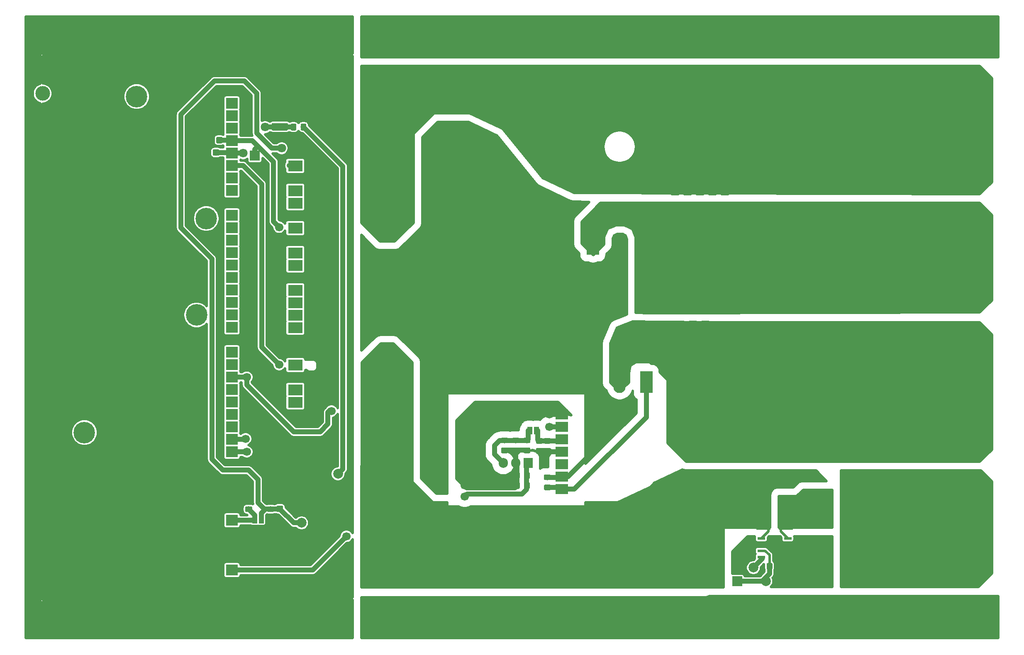
<source format=gbr>
G04 #@! TF.GenerationSoftware,KiCad,Pcbnew,(5.0.0-rc2-dev-586-g888c43477)*
G04 #@! TF.CreationDate,2018-08-31T13:20:26-03:00*
G04 #@! TF.ProjectId,Mcc18,4D636331382E6B696361645F70636200,rev?*
G04 #@! TF.SameCoordinates,Original*
G04 #@! TF.FileFunction,Copper,L2,Bot,Signal*
G04 #@! TF.FilePolarity,Positive*
%FSLAX46Y46*%
G04 Gerber Fmt 4.6, Leading zero omitted, Abs format (unit mm)*
G04 Created by KiCad (PCBNEW (5.0.0-rc2-dev-586-g888c43477)) date 08/31/18 13:20:26*
%MOMM*%
%LPD*%
G01*
G04 APERTURE LIST*
%ADD10R,2.540000X2.032000*%
%ADD11R,3.000000X2.235200*%
%ADD12C,4.400000*%
%ADD13R,2.400000X2.235200*%
%ADD14R,2.000000X2.000000*%
%ADD15R,1.905000X2.000000*%
%ADD16O,1.905000X2.000000*%
%ADD17R,3.000000X3.000000*%
%ADD18C,3.000000*%
%ADD19C,0.100000*%
%ADD20C,1.525000*%
%ADD21C,1.150000*%
%ADD22R,2.932000X6.640000*%
%ADD23C,1.425000*%
%ADD24C,1.300000*%
%ADD25R,1.000000X1.500000*%
%ADD26C,5.000000*%
%ADD27C,10.000000*%
%ADD28O,2.500000X4.500000*%
%ADD29R,2.500000X4.500000*%
%ADD30R,1.550000X0.600000*%
%ADD31C,1.700000*%
%ADD32C,1.800000*%
%ADD33C,2.000000*%
%ADD34C,1.000000*%
%ADD35C,0.508000*%
%ADD36C,9.000000*%
%ADD37C,0.800000*%
%ADD38C,3.000000*%
G04 APERTURE END LIST*
D10*
X159766000Y-123952000D03*
X159766000Y-126492000D03*
X159766000Y-111252000D03*
X159766000Y-121412000D03*
X159766000Y-118872000D03*
X159766000Y-113792000D03*
X159766000Y-116332000D03*
D11*
X105395605Y-68126995D03*
X105395605Y-73206995D03*
X105395605Y-75746995D03*
X105395605Y-78286995D03*
X105395605Y-80826995D03*
X105395605Y-85906995D03*
X105395605Y-88446995D03*
X105395605Y-90986995D03*
X105395605Y-93526995D03*
X105395605Y-96066995D03*
X105395605Y-101146995D03*
X105395605Y-103686995D03*
X105395605Y-106226995D03*
X105395605Y-108766995D03*
X105395605Y-65586995D03*
X105395605Y-63046995D03*
X105395605Y-60506995D03*
D12*
X62357000Y-114934000D03*
X73025000Y-46355000D03*
X87225274Y-71247000D03*
D13*
X92456000Y-45212000D03*
X92456000Y-47752000D03*
X92456000Y-50292000D03*
X92456000Y-52832000D03*
X92456000Y-55372000D03*
X92456000Y-57912000D03*
X92456000Y-60452000D03*
X92456000Y-62992000D03*
X92456000Y-65532000D03*
X92456000Y-70612000D03*
X92456000Y-73152000D03*
X92456000Y-75692000D03*
X92456000Y-78232000D03*
X92456000Y-80772000D03*
X92456000Y-83312000D03*
X92456000Y-85852000D03*
X92456000Y-88392000D03*
X92456000Y-90932000D03*
X92456000Y-93472000D03*
X92456000Y-96012000D03*
X92456000Y-98552000D03*
X92456000Y-101092000D03*
X92456000Y-103632000D03*
X92456000Y-106172000D03*
X92456000Y-108712000D03*
X92456000Y-111252000D03*
X92456000Y-113792000D03*
X92456000Y-116332000D03*
X92456000Y-118872000D03*
X92456000Y-125222000D03*
X92456000Y-127762000D03*
X92456000Y-130302000D03*
X92456000Y-132842000D03*
X92456000Y-135382000D03*
X92456000Y-137922000D03*
X92456000Y-140462000D03*
X92456000Y-143002000D03*
D14*
X97155000Y-58420000D03*
X195580000Y-145288000D03*
D15*
X152908000Y-121158000D03*
D16*
X150368000Y-121158000D03*
X147828000Y-121158000D03*
D17*
X53848000Y-40640000D03*
D18*
X53848000Y-45720000D03*
D19*
G36*
X103684505Y-51756204D02*
X103708773Y-51759804D01*
X103732572Y-51765765D01*
X103755671Y-51774030D01*
X103777850Y-51784520D01*
X103798893Y-51797132D01*
X103818599Y-51811747D01*
X103836777Y-51828223D01*
X103853253Y-51846401D01*
X103867868Y-51866107D01*
X103880480Y-51887150D01*
X103890970Y-51909329D01*
X103899235Y-51932428D01*
X103905196Y-51956227D01*
X103908796Y-51980495D01*
X103910000Y-52004999D01*
X103910000Y-53030001D01*
X103908796Y-53054505D01*
X103905196Y-53078773D01*
X103899235Y-53102572D01*
X103890970Y-53125671D01*
X103880480Y-53147850D01*
X103867868Y-53168893D01*
X103853253Y-53188599D01*
X103836777Y-53206777D01*
X103818599Y-53223253D01*
X103798893Y-53237868D01*
X103777850Y-53250480D01*
X103755671Y-53260970D01*
X103732572Y-53269235D01*
X103708773Y-53275196D01*
X103684505Y-53278796D01*
X103660001Y-53280000D01*
X100809999Y-53280000D01*
X100785495Y-53278796D01*
X100761227Y-53275196D01*
X100737428Y-53269235D01*
X100714329Y-53260970D01*
X100692150Y-53250480D01*
X100671107Y-53237868D01*
X100651401Y-53223253D01*
X100633223Y-53206777D01*
X100616747Y-53188599D01*
X100602132Y-53168893D01*
X100589520Y-53147850D01*
X100579030Y-53125671D01*
X100570765Y-53102572D01*
X100564804Y-53078773D01*
X100561204Y-53054505D01*
X100560000Y-53030001D01*
X100560000Y-52004999D01*
X100561204Y-51980495D01*
X100564804Y-51956227D01*
X100570765Y-51932428D01*
X100579030Y-51909329D01*
X100589520Y-51887150D01*
X100602132Y-51866107D01*
X100616747Y-51846401D01*
X100633223Y-51828223D01*
X100651401Y-51811747D01*
X100671107Y-51797132D01*
X100692150Y-51784520D01*
X100714329Y-51774030D01*
X100737428Y-51765765D01*
X100761227Y-51759804D01*
X100785495Y-51756204D01*
X100809999Y-51755000D01*
X103660001Y-51755000D01*
X103684505Y-51756204D01*
X103684505Y-51756204D01*
G37*
D20*
X102235000Y-52517500D03*
D19*
G36*
X103684505Y-45781204D02*
X103708773Y-45784804D01*
X103732572Y-45790765D01*
X103755671Y-45799030D01*
X103777850Y-45809520D01*
X103798893Y-45822132D01*
X103818599Y-45836747D01*
X103836777Y-45853223D01*
X103853253Y-45871401D01*
X103867868Y-45891107D01*
X103880480Y-45912150D01*
X103890970Y-45934329D01*
X103899235Y-45957428D01*
X103905196Y-45981227D01*
X103908796Y-46005495D01*
X103910000Y-46029999D01*
X103910000Y-47055001D01*
X103908796Y-47079505D01*
X103905196Y-47103773D01*
X103899235Y-47127572D01*
X103890970Y-47150671D01*
X103880480Y-47172850D01*
X103867868Y-47193893D01*
X103853253Y-47213599D01*
X103836777Y-47231777D01*
X103818599Y-47248253D01*
X103798893Y-47262868D01*
X103777850Y-47275480D01*
X103755671Y-47285970D01*
X103732572Y-47294235D01*
X103708773Y-47300196D01*
X103684505Y-47303796D01*
X103660001Y-47305000D01*
X100809999Y-47305000D01*
X100785495Y-47303796D01*
X100761227Y-47300196D01*
X100737428Y-47294235D01*
X100714329Y-47285970D01*
X100692150Y-47275480D01*
X100671107Y-47262868D01*
X100651401Y-47248253D01*
X100633223Y-47231777D01*
X100616747Y-47213599D01*
X100602132Y-47193893D01*
X100589520Y-47172850D01*
X100579030Y-47150671D01*
X100570765Y-47127572D01*
X100564804Y-47103773D01*
X100561204Y-47079505D01*
X100560000Y-47055001D01*
X100560000Y-46029999D01*
X100561204Y-46005495D01*
X100564804Y-45981227D01*
X100570765Y-45957428D01*
X100579030Y-45934329D01*
X100589520Y-45912150D01*
X100602132Y-45891107D01*
X100616747Y-45871401D01*
X100633223Y-45853223D01*
X100651401Y-45836747D01*
X100671107Y-45822132D01*
X100692150Y-45809520D01*
X100714329Y-45799030D01*
X100737428Y-45790765D01*
X100761227Y-45784804D01*
X100785495Y-45781204D01*
X100809999Y-45780000D01*
X103660001Y-45780000D01*
X103684505Y-45781204D01*
X103684505Y-45781204D01*
G37*
D20*
X102235000Y-46542500D03*
D19*
G36*
X204574505Y-141541204D02*
X204598773Y-141544804D01*
X204622572Y-141550765D01*
X204645671Y-141559030D01*
X204667850Y-141569520D01*
X204688893Y-141582132D01*
X204708599Y-141596747D01*
X204726777Y-141613223D01*
X204743253Y-141631401D01*
X204757868Y-141651107D01*
X204770480Y-141672150D01*
X204780970Y-141694329D01*
X204789235Y-141717428D01*
X204795196Y-141741227D01*
X204798796Y-141765495D01*
X204800000Y-141789999D01*
X204800000Y-142690001D01*
X204798796Y-142714505D01*
X204795196Y-142738773D01*
X204789235Y-142762572D01*
X204780970Y-142785671D01*
X204770480Y-142807850D01*
X204757868Y-142828893D01*
X204743253Y-142848599D01*
X204726777Y-142866777D01*
X204708599Y-142883253D01*
X204688893Y-142897868D01*
X204667850Y-142910480D01*
X204645671Y-142920970D01*
X204622572Y-142929235D01*
X204598773Y-142935196D01*
X204574505Y-142938796D01*
X204550001Y-142940000D01*
X203899999Y-142940000D01*
X203875495Y-142938796D01*
X203851227Y-142935196D01*
X203827428Y-142929235D01*
X203804329Y-142920970D01*
X203782150Y-142910480D01*
X203761107Y-142897868D01*
X203741401Y-142883253D01*
X203723223Y-142866777D01*
X203706747Y-142848599D01*
X203692132Y-142828893D01*
X203679520Y-142807850D01*
X203669030Y-142785671D01*
X203660765Y-142762572D01*
X203654804Y-142738773D01*
X203651204Y-142714505D01*
X203650000Y-142690001D01*
X203650000Y-141789999D01*
X203651204Y-141765495D01*
X203654804Y-141741227D01*
X203660765Y-141717428D01*
X203669030Y-141694329D01*
X203679520Y-141672150D01*
X203692132Y-141651107D01*
X203706747Y-141631401D01*
X203723223Y-141613223D01*
X203741401Y-141596747D01*
X203761107Y-141582132D01*
X203782150Y-141569520D01*
X203804329Y-141559030D01*
X203827428Y-141550765D01*
X203851227Y-141544804D01*
X203875495Y-141541204D01*
X203899999Y-141540000D01*
X204550001Y-141540000D01*
X204574505Y-141541204D01*
X204574505Y-141541204D01*
G37*
D21*
X204225000Y-142240000D03*
D19*
G36*
X202524505Y-141541204D02*
X202548773Y-141544804D01*
X202572572Y-141550765D01*
X202595671Y-141559030D01*
X202617850Y-141569520D01*
X202638893Y-141582132D01*
X202658599Y-141596747D01*
X202676777Y-141613223D01*
X202693253Y-141631401D01*
X202707868Y-141651107D01*
X202720480Y-141672150D01*
X202730970Y-141694329D01*
X202739235Y-141717428D01*
X202745196Y-141741227D01*
X202748796Y-141765495D01*
X202750000Y-141789999D01*
X202750000Y-142690001D01*
X202748796Y-142714505D01*
X202745196Y-142738773D01*
X202739235Y-142762572D01*
X202730970Y-142785671D01*
X202720480Y-142807850D01*
X202707868Y-142828893D01*
X202693253Y-142848599D01*
X202676777Y-142866777D01*
X202658599Y-142883253D01*
X202638893Y-142897868D01*
X202617850Y-142910480D01*
X202595671Y-142920970D01*
X202572572Y-142929235D01*
X202548773Y-142935196D01*
X202524505Y-142938796D01*
X202500001Y-142940000D01*
X201849999Y-142940000D01*
X201825495Y-142938796D01*
X201801227Y-142935196D01*
X201777428Y-142929235D01*
X201754329Y-142920970D01*
X201732150Y-142910480D01*
X201711107Y-142897868D01*
X201691401Y-142883253D01*
X201673223Y-142866777D01*
X201656747Y-142848599D01*
X201642132Y-142828893D01*
X201629520Y-142807850D01*
X201619030Y-142785671D01*
X201610765Y-142762572D01*
X201604804Y-142738773D01*
X201601204Y-142714505D01*
X201600000Y-142690001D01*
X201600000Y-141789999D01*
X201601204Y-141765495D01*
X201604804Y-141741227D01*
X201610765Y-141717428D01*
X201619030Y-141694329D01*
X201629520Y-141672150D01*
X201642132Y-141651107D01*
X201656747Y-141631401D01*
X201673223Y-141613223D01*
X201691401Y-141596747D01*
X201711107Y-141582132D01*
X201732150Y-141569520D01*
X201754329Y-141559030D01*
X201777428Y-141550765D01*
X201801227Y-141544804D01*
X201825495Y-141541204D01*
X201849999Y-141540000D01*
X202500001Y-141540000D01*
X202524505Y-141541204D01*
X202524505Y-141541204D01*
G37*
D21*
X202175000Y-142240000D03*
D22*
X205491000Y-131445000D03*
X200909000Y-131445000D03*
D19*
G36*
X96359505Y-127941204D02*
X96383773Y-127944804D01*
X96407572Y-127950765D01*
X96430671Y-127959030D01*
X96452850Y-127969520D01*
X96473893Y-127982132D01*
X96493599Y-127996747D01*
X96511777Y-128013223D01*
X96528253Y-128031401D01*
X96542868Y-128051107D01*
X96555480Y-128072150D01*
X96565970Y-128094329D01*
X96574235Y-128117428D01*
X96580196Y-128141227D01*
X96583796Y-128165495D01*
X96585000Y-128189999D01*
X96585000Y-128840001D01*
X96583796Y-128864505D01*
X96580196Y-128888773D01*
X96574235Y-128912572D01*
X96565970Y-128935671D01*
X96555480Y-128957850D01*
X96542868Y-128978893D01*
X96528253Y-128998599D01*
X96511777Y-129016777D01*
X96493599Y-129033253D01*
X96473893Y-129047868D01*
X96452850Y-129060480D01*
X96430671Y-129070970D01*
X96407572Y-129079235D01*
X96383773Y-129085196D01*
X96359505Y-129088796D01*
X96335001Y-129090000D01*
X95434999Y-129090000D01*
X95410495Y-129088796D01*
X95386227Y-129085196D01*
X95362428Y-129079235D01*
X95339329Y-129070970D01*
X95317150Y-129060480D01*
X95296107Y-129047868D01*
X95276401Y-129033253D01*
X95258223Y-129016777D01*
X95241747Y-128998599D01*
X95227132Y-128978893D01*
X95214520Y-128957850D01*
X95204030Y-128935671D01*
X95195765Y-128912572D01*
X95189804Y-128888773D01*
X95186204Y-128864505D01*
X95185000Y-128840001D01*
X95185000Y-128189999D01*
X95186204Y-128165495D01*
X95189804Y-128141227D01*
X95195765Y-128117428D01*
X95204030Y-128094329D01*
X95214520Y-128072150D01*
X95227132Y-128051107D01*
X95241747Y-128031401D01*
X95258223Y-128013223D01*
X95276401Y-127996747D01*
X95296107Y-127982132D01*
X95317150Y-127969520D01*
X95339329Y-127959030D01*
X95362428Y-127950765D01*
X95386227Y-127944804D01*
X95410495Y-127941204D01*
X95434999Y-127940000D01*
X96335001Y-127940000D01*
X96359505Y-127941204D01*
X96359505Y-127941204D01*
G37*
D21*
X95885000Y-128515000D03*
D19*
G36*
X96359505Y-129991204D02*
X96383773Y-129994804D01*
X96407572Y-130000765D01*
X96430671Y-130009030D01*
X96452850Y-130019520D01*
X96473893Y-130032132D01*
X96493599Y-130046747D01*
X96511777Y-130063223D01*
X96528253Y-130081401D01*
X96542868Y-130101107D01*
X96555480Y-130122150D01*
X96565970Y-130144329D01*
X96574235Y-130167428D01*
X96580196Y-130191227D01*
X96583796Y-130215495D01*
X96585000Y-130239999D01*
X96585000Y-130890001D01*
X96583796Y-130914505D01*
X96580196Y-130938773D01*
X96574235Y-130962572D01*
X96565970Y-130985671D01*
X96555480Y-131007850D01*
X96542868Y-131028893D01*
X96528253Y-131048599D01*
X96511777Y-131066777D01*
X96493599Y-131083253D01*
X96473893Y-131097868D01*
X96452850Y-131110480D01*
X96430671Y-131120970D01*
X96407572Y-131129235D01*
X96383773Y-131135196D01*
X96359505Y-131138796D01*
X96335001Y-131140000D01*
X95434999Y-131140000D01*
X95410495Y-131138796D01*
X95386227Y-131135196D01*
X95362428Y-131129235D01*
X95339329Y-131120970D01*
X95317150Y-131110480D01*
X95296107Y-131097868D01*
X95276401Y-131083253D01*
X95258223Y-131066777D01*
X95241747Y-131048599D01*
X95227132Y-131028893D01*
X95214520Y-131007850D01*
X95204030Y-130985671D01*
X95195765Y-130962572D01*
X95189804Y-130938773D01*
X95186204Y-130914505D01*
X95185000Y-130890001D01*
X95185000Y-130239999D01*
X95186204Y-130215495D01*
X95189804Y-130191227D01*
X95195765Y-130167428D01*
X95204030Y-130144329D01*
X95214520Y-130122150D01*
X95227132Y-130101107D01*
X95241747Y-130081401D01*
X95258223Y-130063223D01*
X95276401Y-130046747D01*
X95296107Y-130032132D01*
X95317150Y-130019520D01*
X95339329Y-130009030D01*
X95362428Y-130000765D01*
X95386227Y-129994804D01*
X95410495Y-129991204D01*
X95434999Y-129990000D01*
X96335001Y-129990000D01*
X96359505Y-129991204D01*
X96359505Y-129991204D01*
G37*
D21*
X95885000Y-130565000D03*
D19*
G36*
X100804505Y-129991204D02*
X100828773Y-129994804D01*
X100852572Y-130000765D01*
X100875671Y-130009030D01*
X100897850Y-130019520D01*
X100918893Y-130032132D01*
X100938599Y-130046747D01*
X100956777Y-130063223D01*
X100973253Y-130081401D01*
X100987868Y-130101107D01*
X101000480Y-130122150D01*
X101010970Y-130144329D01*
X101019235Y-130167428D01*
X101025196Y-130191227D01*
X101028796Y-130215495D01*
X101030000Y-130239999D01*
X101030000Y-130890001D01*
X101028796Y-130914505D01*
X101025196Y-130938773D01*
X101019235Y-130962572D01*
X101010970Y-130985671D01*
X101000480Y-131007850D01*
X100987868Y-131028893D01*
X100973253Y-131048599D01*
X100956777Y-131066777D01*
X100938599Y-131083253D01*
X100918893Y-131097868D01*
X100897850Y-131110480D01*
X100875671Y-131120970D01*
X100852572Y-131129235D01*
X100828773Y-131135196D01*
X100804505Y-131138796D01*
X100780001Y-131140000D01*
X99879999Y-131140000D01*
X99855495Y-131138796D01*
X99831227Y-131135196D01*
X99807428Y-131129235D01*
X99784329Y-131120970D01*
X99762150Y-131110480D01*
X99741107Y-131097868D01*
X99721401Y-131083253D01*
X99703223Y-131066777D01*
X99686747Y-131048599D01*
X99672132Y-131028893D01*
X99659520Y-131007850D01*
X99649030Y-130985671D01*
X99640765Y-130962572D01*
X99634804Y-130938773D01*
X99631204Y-130914505D01*
X99630000Y-130890001D01*
X99630000Y-130239999D01*
X99631204Y-130215495D01*
X99634804Y-130191227D01*
X99640765Y-130167428D01*
X99649030Y-130144329D01*
X99659520Y-130122150D01*
X99672132Y-130101107D01*
X99686747Y-130081401D01*
X99703223Y-130063223D01*
X99721401Y-130046747D01*
X99741107Y-130032132D01*
X99762150Y-130019520D01*
X99784329Y-130009030D01*
X99807428Y-130000765D01*
X99831227Y-129994804D01*
X99855495Y-129991204D01*
X99879999Y-129990000D01*
X100780001Y-129990000D01*
X100804505Y-129991204D01*
X100804505Y-129991204D01*
G37*
D21*
X100330000Y-130565000D03*
D19*
G36*
X100804505Y-127941204D02*
X100828773Y-127944804D01*
X100852572Y-127950765D01*
X100875671Y-127959030D01*
X100897850Y-127969520D01*
X100918893Y-127982132D01*
X100938599Y-127996747D01*
X100956777Y-128013223D01*
X100973253Y-128031401D01*
X100987868Y-128051107D01*
X101000480Y-128072150D01*
X101010970Y-128094329D01*
X101019235Y-128117428D01*
X101025196Y-128141227D01*
X101028796Y-128165495D01*
X101030000Y-128189999D01*
X101030000Y-128840001D01*
X101028796Y-128864505D01*
X101025196Y-128888773D01*
X101019235Y-128912572D01*
X101010970Y-128935671D01*
X101000480Y-128957850D01*
X100987868Y-128978893D01*
X100973253Y-128998599D01*
X100956777Y-129016777D01*
X100938599Y-129033253D01*
X100918893Y-129047868D01*
X100897850Y-129060480D01*
X100875671Y-129070970D01*
X100852572Y-129079235D01*
X100828773Y-129085196D01*
X100804505Y-129088796D01*
X100780001Y-129090000D01*
X99879999Y-129090000D01*
X99855495Y-129088796D01*
X99831227Y-129085196D01*
X99807428Y-129079235D01*
X99784329Y-129070970D01*
X99762150Y-129060480D01*
X99741107Y-129047868D01*
X99721401Y-129033253D01*
X99703223Y-129016777D01*
X99686747Y-128998599D01*
X99672132Y-128978893D01*
X99659520Y-128957850D01*
X99649030Y-128935671D01*
X99640765Y-128912572D01*
X99634804Y-128888773D01*
X99631204Y-128864505D01*
X99630000Y-128840001D01*
X99630000Y-128189999D01*
X99631204Y-128165495D01*
X99634804Y-128141227D01*
X99640765Y-128117428D01*
X99649030Y-128094329D01*
X99659520Y-128072150D01*
X99672132Y-128051107D01*
X99686747Y-128031401D01*
X99703223Y-128013223D01*
X99721401Y-127996747D01*
X99741107Y-127982132D01*
X99762150Y-127969520D01*
X99784329Y-127959030D01*
X99807428Y-127950765D01*
X99831227Y-127944804D01*
X99855495Y-127941204D01*
X99879999Y-127940000D01*
X100780001Y-127940000D01*
X100804505Y-127941204D01*
X100804505Y-127941204D01*
G37*
D21*
X100330000Y-128515000D03*
D19*
G36*
X155668505Y-116051704D02*
X155692773Y-116055304D01*
X155716572Y-116061265D01*
X155739671Y-116069530D01*
X155761850Y-116080020D01*
X155782893Y-116092632D01*
X155802599Y-116107247D01*
X155820777Y-116123723D01*
X155837253Y-116141901D01*
X155851868Y-116161607D01*
X155864480Y-116182650D01*
X155874970Y-116204829D01*
X155883235Y-116227928D01*
X155889196Y-116251727D01*
X155892796Y-116275995D01*
X155894000Y-116300499D01*
X155894000Y-116950501D01*
X155892796Y-116975005D01*
X155889196Y-116999273D01*
X155883235Y-117023072D01*
X155874970Y-117046171D01*
X155864480Y-117068350D01*
X155851868Y-117089393D01*
X155837253Y-117109099D01*
X155820777Y-117127277D01*
X155802599Y-117143753D01*
X155782893Y-117158368D01*
X155761850Y-117170980D01*
X155739671Y-117181470D01*
X155716572Y-117189735D01*
X155692773Y-117195696D01*
X155668505Y-117199296D01*
X155644001Y-117200500D01*
X154743999Y-117200500D01*
X154719495Y-117199296D01*
X154695227Y-117195696D01*
X154671428Y-117189735D01*
X154648329Y-117181470D01*
X154626150Y-117170980D01*
X154605107Y-117158368D01*
X154585401Y-117143753D01*
X154567223Y-117127277D01*
X154550747Y-117109099D01*
X154536132Y-117089393D01*
X154523520Y-117068350D01*
X154513030Y-117046171D01*
X154504765Y-117023072D01*
X154498804Y-116999273D01*
X154495204Y-116975005D01*
X154494000Y-116950501D01*
X154494000Y-116300499D01*
X154495204Y-116275995D01*
X154498804Y-116251727D01*
X154504765Y-116227928D01*
X154513030Y-116204829D01*
X154523520Y-116182650D01*
X154536132Y-116161607D01*
X154550747Y-116141901D01*
X154567223Y-116123723D01*
X154585401Y-116107247D01*
X154605107Y-116092632D01*
X154626150Y-116080020D01*
X154648329Y-116069530D01*
X154671428Y-116061265D01*
X154695227Y-116055304D01*
X154719495Y-116051704D01*
X154743999Y-116050500D01*
X155644001Y-116050500D01*
X155668505Y-116051704D01*
X155668505Y-116051704D01*
G37*
D21*
X155194000Y-116625500D03*
D19*
G36*
X155668505Y-118101704D02*
X155692773Y-118105304D01*
X155716572Y-118111265D01*
X155739671Y-118119530D01*
X155761850Y-118130020D01*
X155782893Y-118142632D01*
X155802599Y-118157247D01*
X155820777Y-118173723D01*
X155837253Y-118191901D01*
X155851868Y-118211607D01*
X155864480Y-118232650D01*
X155874970Y-118254829D01*
X155883235Y-118277928D01*
X155889196Y-118301727D01*
X155892796Y-118325995D01*
X155894000Y-118350499D01*
X155894000Y-119000501D01*
X155892796Y-119025005D01*
X155889196Y-119049273D01*
X155883235Y-119073072D01*
X155874970Y-119096171D01*
X155864480Y-119118350D01*
X155851868Y-119139393D01*
X155837253Y-119159099D01*
X155820777Y-119177277D01*
X155802599Y-119193753D01*
X155782893Y-119208368D01*
X155761850Y-119220980D01*
X155739671Y-119231470D01*
X155716572Y-119239735D01*
X155692773Y-119245696D01*
X155668505Y-119249296D01*
X155644001Y-119250500D01*
X154743999Y-119250500D01*
X154719495Y-119249296D01*
X154695227Y-119245696D01*
X154671428Y-119239735D01*
X154648329Y-119231470D01*
X154626150Y-119220980D01*
X154605107Y-119208368D01*
X154585401Y-119193753D01*
X154567223Y-119177277D01*
X154550747Y-119159099D01*
X154536132Y-119139393D01*
X154523520Y-119118350D01*
X154513030Y-119096171D01*
X154504765Y-119073072D01*
X154498804Y-119049273D01*
X154495204Y-119025005D01*
X154494000Y-119000501D01*
X154494000Y-118350499D01*
X154495204Y-118325995D01*
X154498804Y-118301727D01*
X154504765Y-118277928D01*
X154513030Y-118254829D01*
X154523520Y-118232650D01*
X154536132Y-118211607D01*
X154550747Y-118191901D01*
X154567223Y-118173723D01*
X154585401Y-118157247D01*
X154605107Y-118142632D01*
X154626150Y-118130020D01*
X154648329Y-118119530D01*
X154671428Y-118111265D01*
X154695227Y-118105304D01*
X154719495Y-118101704D01*
X154743999Y-118100500D01*
X155644001Y-118100500D01*
X155668505Y-118101704D01*
X155668505Y-118101704D01*
G37*
D21*
X155194000Y-118675500D03*
D19*
G36*
X157319505Y-118101704D02*
X157343773Y-118105304D01*
X157367572Y-118111265D01*
X157390671Y-118119530D01*
X157412850Y-118130020D01*
X157433893Y-118142632D01*
X157453599Y-118157247D01*
X157471777Y-118173723D01*
X157488253Y-118191901D01*
X157502868Y-118211607D01*
X157515480Y-118232650D01*
X157525970Y-118254829D01*
X157534235Y-118277928D01*
X157540196Y-118301727D01*
X157543796Y-118325995D01*
X157545000Y-118350499D01*
X157545000Y-119000501D01*
X157543796Y-119025005D01*
X157540196Y-119049273D01*
X157534235Y-119073072D01*
X157525970Y-119096171D01*
X157515480Y-119118350D01*
X157502868Y-119139393D01*
X157488253Y-119159099D01*
X157471777Y-119177277D01*
X157453599Y-119193753D01*
X157433893Y-119208368D01*
X157412850Y-119220980D01*
X157390671Y-119231470D01*
X157367572Y-119239735D01*
X157343773Y-119245696D01*
X157319505Y-119249296D01*
X157295001Y-119250500D01*
X156394999Y-119250500D01*
X156370495Y-119249296D01*
X156346227Y-119245696D01*
X156322428Y-119239735D01*
X156299329Y-119231470D01*
X156277150Y-119220980D01*
X156256107Y-119208368D01*
X156236401Y-119193753D01*
X156218223Y-119177277D01*
X156201747Y-119159099D01*
X156187132Y-119139393D01*
X156174520Y-119118350D01*
X156164030Y-119096171D01*
X156155765Y-119073072D01*
X156149804Y-119049273D01*
X156146204Y-119025005D01*
X156145000Y-119000501D01*
X156145000Y-118350499D01*
X156146204Y-118325995D01*
X156149804Y-118301727D01*
X156155765Y-118277928D01*
X156164030Y-118254829D01*
X156174520Y-118232650D01*
X156187132Y-118211607D01*
X156201747Y-118191901D01*
X156218223Y-118173723D01*
X156236401Y-118157247D01*
X156256107Y-118142632D01*
X156277150Y-118130020D01*
X156299329Y-118119530D01*
X156322428Y-118111265D01*
X156346227Y-118105304D01*
X156370495Y-118101704D01*
X156394999Y-118100500D01*
X157295001Y-118100500D01*
X157319505Y-118101704D01*
X157319505Y-118101704D01*
G37*
D21*
X156845000Y-118675500D03*
D19*
G36*
X157319505Y-116051704D02*
X157343773Y-116055304D01*
X157367572Y-116061265D01*
X157390671Y-116069530D01*
X157412850Y-116080020D01*
X157433893Y-116092632D01*
X157453599Y-116107247D01*
X157471777Y-116123723D01*
X157488253Y-116141901D01*
X157502868Y-116161607D01*
X157515480Y-116182650D01*
X157525970Y-116204829D01*
X157534235Y-116227928D01*
X157540196Y-116251727D01*
X157543796Y-116275995D01*
X157545000Y-116300499D01*
X157545000Y-116950501D01*
X157543796Y-116975005D01*
X157540196Y-116999273D01*
X157534235Y-117023072D01*
X157525970Y-117046171D01*
X157515480Y-117068350D01*
X157502868Y-117089393D01*
X157488253Y-117109099D01*
X157471777Y-117127277D01*
X157453599Y-117143753D01*
X157433893Y-117158368D01*
X157412850Y-117170980D01*
X157390671Y-117181470D01*
X157367572Y-117189735D01*
X157343773Y-117195696D01*
X157319505Y-117199296D01*
X157295001Y-117200500D01*
X156394999Y-117200500D01*
X156370495Y-117199296D01*
X156346227Y-117195696D01*
X156322428Y-117189735D01*
X156299329Y-117181470D01*
X156277150Y-117170980D01*
X156256107Y-117158368D01*
X156236401Y-117143753D01*
X156218223Y-117127277D01*
X156201747Y-117109099D01*
X156187132Y-117089393D01*
X156174520Y-117068350D01*
X156164030Y-117046171D01*
X156155765Y-117023072D01*
X156149804Y-116999273D01*
X156146204Y-116975005D01*
X156145000Y-116950501D01*
X156145000Y-116300499D01*
X156146204Y-116275995D01*
X156149804Y-116251727D01*
X156155765Y-116227928D01*
X156164030Y-116204829D01*
X156174520Y-116182650D01*
X156187132Y-116161607D01*
X156201747Y-116141901D01*
X156218223Y-116123723D01*
X156236401Y-116107247D01*
X156256107Y-116092632D01*
X156277150Y-116080020D01*
X156299329Y-116069530D01*
X156322428Y-116061265D01*
X156346227Y-116055304D01*
X156370495Y-116051704D01*
X156394999Y-116050500D01*
X157295001Y-116050500D01*
X157319505Y-116051704D01*
X157319505Y-116051704D01*
G37*
D21*
X156845000Y-116625500D03*
D19*
G36*
X153128505Y-115954704D02*
X153152773Y-115958304D01*
X153176572Y-115964265D01*
X153199671Y-115972530D01*
X153221850Y-115983020D01*
X153242893Y-115995632D01*
X153262599Y-116010247D01*
X153280777Y-116026723D01*
X153297253Y-116044901D01*
X153311868Y-116064607D01*
X153324480Y-116085650D01*
X153334970Y-116107829D01*
X153343235Y-116130928D01*
X153349196Y-116154727D01*
X153352796Y-116178995D01*
X153354000Y-116203499D01*
X153354000Y-116853501D01*
X153352796Y-116878005D01*
X153349196Y-116902273D01*
X153343235Y-116926072D01*
X153334970Y-116949171D01*
X153324480Y-116971350D01*
X153311868Y-116992393D01*
X153297253Y-117012099D01*
X153280777Y-117030277D01*
X153262599Y-117046753D01*
X153242893Y-117061368D01*
X153221850Y-117073980D01*
X153199671Y-117084470D01*
X153176572Y-117092735D01*
X153152773Y-117098696D01*
X153128505Y-117102296D01*
X153104001Y-117103500D01*
X152203999Y-117103500D01*
X152179495Y-117102296D01*
X152155227Y-117098696D01*
X152131428Y-117092735D01*
X152108329Y-117084470D01*
X152086150Y-117073980D01*
X152065107Y-117061368D01*
X152045401Y-117046753D01*
X152027223Y-117030277D01*
X152010747Y-117012099D01*
X151996132Y-116992393D01*
X151983520Y-116971350D01*
X151973030Y-116949171D01*
X151964765Y-116926072D01*
X151958804Y-116902273D01*
X151955204Y-116878005D01*
X151954000Y-116853501D01*
X151954000Y-116203499D01*
X151955204Y-116178995D01*
X151958804Y-116154727D01*
X151964765Y-116130928D01*
X151973030Y-116107829D01*
X151983520Y-116085650D01*
X151996132Y-116064607D01*
X152010747Y-116044901D01*
X152027223Y-116026723D01*
X152045401Y-116010247D01*
X152065107Y-115995632D01*
X152086150Y-115983020D01*
X152108329Y-115972530D01*
X152131428Y-115964265D01*
X152155227Y-115958304D01*
X152179495Y-115954704D01*
X152203999Y-115953500D01*
X153104001Y-115953500D01*
X153128505Y-115954704D01*
X153128505Y-115954704D01*
G37*
D21*
X152654000Y-116528500D03*
D19*
G36*
X153128505Y-118004704D02*
X153152773Y-118008304D01*
X153176572Y-118014265D01*
X153199671Y-118022530D01*
X153221850Y-118033020D01*
X153242893Y-118045632D01*
X153262599Y-118060247D01*
X153280777Y-118076723D01*
X153297253Y-118094901D01*
X153311868Y-118114607D01*
X153324480Y-118135650D01*
X153334970Y-118157829D01*
X153343235Y-118180928D01*
X153349196Y-118204727D01*
X153352796Y-118228995D01*
X153354000Y-118253499D01*
X153354000Y-118903501D01*
X153352796Y-118928005D01*
X153349196Y-118952273D01*
X153343235Y-118976072D01*
X153334970Y-118999171D01*
X153324480Y-119021350D01*
X153311868Y-119042393D01*
X153297253Y-119062099D01*
X153280777Y-119080277D01*
X153262599Y-119096753D01*
X153242893Y-119111368D01*
X153221850Y-119123980D01*
X153199671Y-119134470D01*
X153176572Y-119142735D01*
X153152773Y-119148696D01*
X153128505Y-119152296D01*
X153104001Y-119153500D01*
X152203999Y-119153500D01*
X152179495Y-119152296D01*
X152155227Y-119148696D01*
X152131428Y-119142735D01*
X152108329Y-119134470D01*
X152086150Y-119123980D01*
X152065107Y-119111368D01*
X152045401Y-119096753D01*
X152027223Y-119080277D01*
X152010747Y-119062099D01*
X151996132Y-119042393D01*
X151983520Y-119021350D01*
X151973030Y-118999171D01*
X151964765Y-118976072D01*
X151958804Y-118952273D01*
X151955204Y-118928005D01*
X151954000Y-118903501D01*
X151954000Y-118253499D01*
X151955204Y-118228995D01*
X151958804Y-118204727D01*
X151964765Y-118180928D01*
X151973030Y-118157829D01*
X151983520Y-118135650D01*
X151996132Y-118114607D01*
X152010747Y-118094901D01*
X152027223Y-118076723D01*
X152045401Y-118060247D01*
X152065107Y-118045632D01*
X152086150Y-118033020D01*
X152108329Y-118022530D01*
X152131428Y-118014265D01*
X152155227Y-118008304D01*
X152179495Y-118004704D01*
X152203999Y-118003500D01*
X153104001Y-118003500D01*
X153128505Y-118004704D01*
X153128505Y-118004704D01*
G37*
D21*
X152654000Y-118578500D03*
D19*
G36*
X150842505Y-118004704D02*
X150866773Y-118008304D01*
X150890572Y-118014265D01*
X150913671Y-118022530D01*
X150935850Y-118033020D01*
X150956893Y-118045632D01*
X150976599Y-118060247D01*
X150994777Y-118076723D01*
X151011253Y-118094901D01*
X151025868Y-118114607D01*
X151038480Y-118135650D01*
X151048970Y-118157829D01*
X151057235Y-118180928D01*
X151063196Y-118204727D01*
X151066796Y-118228995D01*
X151068000Y-118253499D01*
X151068000Y-118903501D01*
X151066796Y-118928005D01*
X151063196Y-118952273D01*
X151057235Y-118976072D01*
X151048970Y-118999171D01*
X151038480Y-119021350D01*
X151025868Y-119042393D01*
X151011253Y-119062099D01*
X150994777Y-119080277D01*
X150976599Y-119096753D01*
X150956893Y-119111368D01*
X150935850Y-119123980D01*
X150913671Y-119134470D01*
X150890572Y-119142735D01*
X150866773Y-119148696D01*
X150842505Y-119152296D01*
X150818001Y-119153500D01*
X149917999Y-119153500D01*
X149893495Y-119152296D01*
X149869227Y-119148696D01*
X149845428Y-119142735D01*
X149822329Y-119134470D01*
X149800150Y-119123980D01*
X149779107Y-119111368D01*
X149759401Y-119096753D01*
X149741223Y-119080277D01*
X149724747Y-119062099D01*
X149710132Y-119042393D01*
X149697520Y-119021350D01*
X149687030Y-118999171D01*
X149678765Y-118976072D01*
X149672804Y-118952273D01*
X149669204Y-118928005D01*
X149668000Y-118903501D01*
X149668000Y-118253499D01*
X149669204Y-118228995D01*
X149672804Y-118204727D01*
X149678765Y-118180928D01*
X149687030Y-118157829D01*
X149697520Y-118135650D01*
X149710132Y-118114607D01*
X149724747Y-118094901D01*
X149741223Y-118076723D01*
X149759401Y-118060247D01*
X149779107Y-118045632D01*
X149800150Y-118033020D01*
X149822329Y-118022530D01*
X149845428Y-118014265D01*
X149869227Y-118008304D01*
X149893495Y-118004704D01*
X149917999Y-118003500D01*
X150818001Y-118003500D01*
X150842505Y-118004704D01*
X150842505Y-118004704D01*
G37*
D21*
X150368000Y-118578500D03*
D19*
G36*
X150842505Y-115954704D02*
X150866773Y-115958304D01*
X150890572Y-115964265D01*
X150913671Y-115972530D01*
X150935850Y-115983020D01*
X150956893Y-115995632D01*
X150976599Y-116010247D01*
X150994777Y-116026723D01*
X151011253Y-116044901D01*
X151025868Y-116064607D01*
X151038480Y-116085650D01*
X151048970Y-116107829D01*
X151057235Y-116130928D01*
X151063196Y-116154727D01*
X151066796Y-116178995D01*
X151068000Y-116203499D01*
X151068000Y-116853501D01*
X151066796Y-116878005D01*
X151063196Y-116902273D01*
X151057235Y-116926072D01*
X151048970Y-116949171D01*
X151038480Y-116971350D01*
X151025868Y-116992393D01*
X151011253Y-117012099D01*
X150994777Y-117030277D01*
X150976599Y-117046753D01*
X150956893Y-117061368D01*
X150935850Y-117073980D01*
X150913671Y-117084470D01*
X150890572Y-117092735D01*
X150866773Y-117098696D01*
X150842505Y-117102296D01*
X150818001Y-117103500D01*
X149917999Y-117103500D01*
X149893495Y-117102296D01*
X149869227Y-117098696D01*
X149845428Y-117092735D01*
X149822329Y-117084470D01*
X149800150Y-117073980D01*
X149779107Y-117061368D01*
X149759401Y-117046753D01*
X149741223Y-117030277D01*
X149724747Y-117012099D01*
X149710132Y-116992393D01*
X149697520Y-116971350D01*
X149687030Y-116949171D01*
X149678765Y-116926072D01*
X149672804Y-116902273D01*
X149669204Y-116878005D01*
X149668000Y-116853501D01*
X149668000Y-116203499D01*
X149669204Y-116178995D01*
X149672804Y-116154727D01*
X149678765Y-116130928D01*
X149687030Y-116107829D01*
X149697520Y-116085650D01*
X149710132Y-116064607D01*
X149724747Y-116044901D01*
X149741223Y-116026723D01*
X149759401Y-116010247D01*
X149779107Y-115995632D01*
X149800150Y-115983020D01*
X149822329Y-115972530D01*
X149845428Y-115964265D01*
X149869227Y-115958304D01*
X149893495Y-115954704D01*
X149917999Y-115953500D01*
X150818001Y-115953500D01*
X150842505Y-115954704D01*
X150842505Y-115954704D01*
G37*
D21*
X150368000Y-116528500D03*
D19*
G36*
X148556505Y-115954704D02*
X148580773Y-115958304D01*
X148604572Y-115964265D01*
X148627671Y-115972530D01*
X148649850Y-115983020D01*
X148670893Y-115995632D01*
X148690599Y-116010247D01*
X148708777Y-116026723D01*
X148725253Y-116044901D01*
X148739868Y-116064607D01*
X148752480Y-116085650D01*
X148762970Y-116107829D01*
X148771235Y-116130928D01*
X148777196Y-116154727D01*
X148780796Y-116178995D01*
X148782000Y-116203499D01*
X148782000Y-116853501D01*
X148780796Y-116878005D01*
X148777196Y-116902273D01*
X148771235Y-116926072D01*
X148762970Y-116949171D01*
X148752480Y-116971350D01*
X148739868Y-116992393D01*
X148725253Y-117012099D01*
X148708777Y-117030277D01*
X148690599Y-117046753D01*
X148670893Y-117061368D01*
X148649850Y-117073980D01*
X148627671Y-117084470D01*
X148604572Y-117092735D01*
X148580773Y-117098696D01*
X148556505Y-117102296D01*
X148532001Y-117103500D01*
X147631999Y-117103500D01*
X147607495Y-117102296D01*
X147583227Y-117098696D01*
X147559428Y-117092735D01*
X147536329Y-117084470D01*
X147514150Y-117073980D01*
X147493107Y-117061368D01*
X147473401Y-117046753D01*
X147455223Y-117030277D01*
X147438747Y-117012099D01*
X147424132Y-116992393D01*
X147411520Y-116971350D01*
X147401030Y-116949171D01*
X147392765Y-116926072D01*
X147386804Y-116902273D01*
X147383204Y-116878005D01*
X147382000Y-116853501D01*
X147382000Y-116203499D01*
X147383204Y-116178995D01*
X147386804Y-116154727D01*
X147392765Y-116130928D01*
X147401030Y-116107829D01*
X147411520Y-116085650D01*
X147424132Y-116064607D01*
X147438747Y-116044901D01*
X147455223Y-116026723D01*
X147473401Y-116010247D01*
X147493107Y-115995632D01*
X147514150Y-115983020D01*
X147536329Y-115972530D01*
X147559428Y-115964265D01*
X147583227Y-115958304D01*
X147607495Y-115954704D01*
X147631999Y-115953500D01*
X148532001Y-115953500D01*
X148556505Y-115954704D01*
X148556505Y-115954704D01*
G37*
D21*
X148082000Y-116528500D03*
D19*
G36*
X148556505Y-118004704D02*
X148580773Y-118008304D01*
X148604572Y-118014265D01*
X148627671Y-118022530D01*
X148649850Y-118033020D01*
X148670893Y-118045632D01*
X148690599Y-118060247D01*
X148708777Y-118076723D01*
X148725253Y-118094901D01*
X148739868Y-118114607D01*
X148752480Y-118135650D01*
X148762970Y-118157829D01*
X148771235Y-118180928D01*
X148777196Y-118204727D01*
X148780796Y-118228995D01*
X148782000Y-118253499D01*
X148782000Y-118903501D01*
X148780796Y-118928005D01*
X148777196Y-118952273D01*
X148771235Y-118976072D01*
X148762970Y-118999171D01*
X148752480Y-119021350D01*
X148739868Y-119042393D01*
X148725253Y-119062099D01*
X148708777Y-119080277D01*
X148690599Y-119096753D01*
X148670893Y-119111368D01*
X148649850Y-119123980D01*
X148627671Y-119134470D01*
X148604572Y-119142735D01*
X148580773Y-119148696D01*
X148556505Y-119152296D01*
X148532001Y-119153500D01*
X147631999Y-119153500D01*
X147607495Y-119152296D01*
X147583227Y-119148696D01*
X147559428Y-119142735D01*
X147536329Y-119134470D01*
X147514150Y-119123980D01*
X147493107Y-119111368D01*
X147473401Y-119096753D01*
X147455223Y-119080277D01*
X147438747Y-119062099D01*
X147424132Y-119042393D01*
X147411520Y-119021350D01*
X147401030Y-118999171D01*
X147392765Y-118976072D01*
X147386804Y-118952273D01*
X147383204Y-118928005D01*
X147382000Y-118903501D01*
X147382000Y-118253499D01*
X147383204Y-118228995D01*
X147386804Y-118204727D01*
X147392765Y-118180928D01*
X147401030Y-118157829D01*
X147411520Y-118135650D01*
X147424132Y-118114607D01*
X147438747Y-118094901D01*
X147455223Y-118076723D01*
X147473401Y-118060247D01*
X147493107Y-118045632D01*
X147514150Y-118033020D01*
X147536329Y-118022530D01*
X147559428Y-118014265D01*
X147583227Y-118008304D01*
X147607495Y-118004704D01*
X147631999Y-118003500D01*
X148532001Y-118003500D01*
X148556505Y-118004704D01*
X148556505Y-118004704D01*
G37*
D21*
X148082000Y-118578500D03*
D19*
G36*
X150962505Y-125031204D02*
X150986773Y-125034804D01*
X151010572Y-125040765D01*
X151033671Y-125049030D01*
X151055850Y-125059520D01*
X151076893Y-125072132D01*
X151096599Y-125086747D01*
X151114777Y-125103223D01*
X151131253Y-125121401D01*
X151145868Y-125141107D01*
X151158480Y-125162150D01*
X151168970Y-125184329D01*
X151177235Y-125207428D01*
X151183196Y-125231227D01*
X151186796Y-125255495D01*
X151188000Y-125279999D01*
X151188000Y-126180001D01*
X151186796Y-126204505D01*
X151183196Y-126228773D01*
X151177235Y-126252572D01*
X151168970Y-126275671D01*
X151158480Y-126297850D01*
X151145868Y-126318893D01*
X151131253Y-126338599D01*
X151114777Y-126356777D01*
X151096599Y-126373253D01*
X151076893Y-126387868D01*
X151055850Y-126400480D01*
X151033671Y-126410970D01*
X151010572Y-126419235D01*
X150986773Y-126425196D01*
X150962505Y-126428796D01*
X150938001Y-126430000D01*
X150287999Y-126430000D01*
X150263495Y-126428796D01*
X150239227Y-126425196D01*
X150215428Y-126419235D01*
X150192329Y-126410970D01*
X150170150Y-126400480D01*
X150149107Y-126387868D01*
X150129401Y-126373253D01*
X150111223Y-126356777D01*
X150094747Y-126338599D01*
X150080132Y-126318893D01*
X150067520Y-126297850D01*
X150057030Y-126275671D01*
X150048765Y-126252572D01*
X150042804Y-126228773D01*
X150039204Y-126204505D01*
X150038000Y-126180001D01*
X150038000Y-125279999D01*
X150039204Y-125255495D01*
X150042804Y-125231227D01*
X150048765Y-125207428D01*
X150057030Y-125184329D01*
X150067520Y-125162150D01*
X150080132Y-125141107D01*
X150094747Y-125121401D01*
X150111223Y-125103223D01*
X150129401Y-125086747D01*
X150149107Y-125072132D01*
X150170150Y-125059520D01*
X150192329Y-125049030D01*
X150215428Y-125040765D01*
X150239227Y-125034804D01*
X150263495Y-125031204D01*
X150287999Y-125030000D01*
X150938001Y-125030000D01*
X150962505Y-125031204D01*
X150962505Y-125031204D01*
G37*
D21*
X150613000Y-125730000D03*
D19*
G36*
X153012505Y-125031204D02*
X153036773Y-125034804D01*
X153060572Y-125040765D01*
X153083671Y-125049030D01*
X153105850Y-125059520D01*
X153126893Y-125072132D01*
X153146599Y-125086747D01*
X153164777Y-125103223D01*
X153181253Y-125121401D01*
X153195868Y-125141107D01*
X153208480Y-125162150D01*
X153218970Y-125184329D01*
X153227235Y-125207428D01*
X153233196Y-125231227D01*
X153236796Y-125255495D01*
X153238000Y-125279999D01*
X153238000Y-126180001D01*
X153236796Y-126204505D01*
X153233196Y-126228773D01*
X153227235Y-126252572D01*
X153218970Y-126275671D01*
X153208480Y-126297850D01*
X153195868Y-126318893D01*
X153181253Y-126338599D01*
X153164777Y-126356777D01*
X153146599Y-126373253D01*
X153126893Y-126387868D01*
X153105850Y-126400480D01*
X153083671Y-126410970D01*
X153060572Y-126419235D01*
X153036773Y-126425196D01*
X153012505Y-126428796D01*
X152988001Y-126430000D01*
X152337999Y-126430000D01*
X152313495Y-126428796D01*
X152289227Y-126425196D01*
X152265428Y-126419235D01*
X152242329Y-126410970D01*
X152220150Y-126400480D01*
X152199107Y-126387868D01*
X152179401Y-126373253D01*
X152161223Y-126356777D01*
X152144747Y-126338599D01*
X152130132Y-126318893D01*
X152117520Y-126297850D01*
X152107030Y-126275671D01*
X152098765Y-126252572D01*
X152092804Y-126228773D01*
X152089204Y-126204505D01*
X152088000Y-126180001D01*
X152088000Y-125279999D01*
X152089204Y-125255495D01*
X152092804Y-125231227D01*
X152098765Y-125207428D01*
X152107030Y-125184329D01*
X152117520Y-125162150D01*
X152130132Y-125141107D01*
X152144747Y-125121401D01*
X152161223Y-125103223D01*
X152179401Y-125086747D01*
X152199107Y-125072132D01*
X152220150Y-125059520D01*
X152242329Y-125049030D01*
X152265428Y-125040765D01*
X152289227Y-125034804D01*
X152313495Y-125031204D01*
X152337999Y-125030000D01*
X152988001Y-125030000D01*
X153012505Y-125031204D01*
X153012505Y-125031204D01*
G37*
D21*
X152663000Y-125730000D03*
D19*
G36*
X153012505Y-122999204D02*
X153036773Y-123002804D01*
X153060572Y-123008765D01*
X153083671Y-123017030D01*
X153105850Y-123027520D01*
X153126893Y-123040132D01*
X153146599Y-123054747D01*
X153164777Y-123071223D01*
X153181253Y-123089401D01*
X153195868Y-123109107D01*
X153208480Y-123130150D01*
X153218970Y-123152329D01*
X153227235Y-123175428D01*
X153233196Y-123199227D01*
X153236796Y-123223495D01*
X153238000Y-123247999D01*
X153238000Y-124148001D01*
X153236796Y-124172505D01*
X153233196Y-124196773D01*
X153227235Y-124220572D01*
X153218970Y-124243671D01*
X153208480Y-124265850D01*
X153195868Y-124286893D01*
X153181253Y-124306599D01*
X153164777Y-124324777D01*
X153146599Y-124341253D01*
X153126893Y-124355868D01*
X153105850Y-124368480D01*
X153083671Y-124378970D01*
X153060572Y-124387235D01*
X153036773Y-124393196D01*
X153012505Y-124396796D01*
X152988001Y-124398000D01*
X152337999Y-124398000D01*
X152313495Y-124396796D01*
X152289227Y-124393196D01*
X152265428Y-124387235D01*
X152242329Y-124378970D01*
X152220150Y-124368480D01*
X152199107Y-124355868D01*
X152179401Y-124341253D01*
X152161223Y-124324777D01*
X152144747Y-124306599D01*
X152130132Y-124286893D01*
X152117520Y-124265850D01*
X152107030Y-124243671D01*
X152098765Y-124220572D01*
X152092804Y-124196773D01*
X152089204Y-124172505D01*
X152088000Y-124148001D01*
X152088000Y-123247999D01*
X152089204Y-123223495D01*
X152092804Y-123199227D01*
X152098765Y-123175428D01*
X152107030Y-123152329D01*
X152117520Y-123130150D01*
X152130132Y-123109107D01*
X152144747Y-123089401D01*
X152161223Y-123071223D01*
X152179401Y-123054747D01*
X152199107Y-123040132D01*
X152220150Y-123027520D01*
X152242329Y-123017030D01*
X152265428Y-123008765D01*
X152289227Y-123002804D01*
X152313495Y-122999204D01*
X152337999Y-122998000D01*
X152988001Y-122998000D01*
X153012505Y-122999204D01*
X153012505Y-122999204D01*
G37*
D21*
X152663000Y-123698000D03*
D19*
G36*
X150962505Y-122999204D02*
X150986773Y-123002804D01*
X151010572Y-123008765D01*
X151033671Y-123017030D01*
X151055850Y-123027520D01*
X151076893Y-123040132D01*
X151096599Y-123054747D01*
X151114777Y-123071223D01*
X151131253Y-123089401D01*
X151145868Y-123109107D01*
X151158480Y-123130150D01*
X151168970Y-123152329D01*
X151177235Y-123175428D01*
X151183196Y-123199227D01*
X151186796Y-123223495D01*
X151188000Y-123247999D01*
X151188000Y-124148001D01*
X151186796Y-124172505D01*
X151183196Y-124196773D01*
X151177235Y-124220572D01*
X151168970Y-124243671D01*
X151158480Y-124265850D01*
X151145868Y-124286893D01*
X151131253Y-124306599D01*
X151114777Y-124324777D01*
X151096599Y-124341253D01*
X151076893Y-124355868D01*
X151055850Y-124368480D01*
X151033671Y-124378970D01*
X151010572Y-124387235D01*
X150986773Y-124393196D01*
X150962505Y-124396796D01*
X150938001Y-124398000D01*
X150287999Y-124398000D01*
X150263495Y-124396796D01*
X150239227Y-124393196D01*
X150215428Y-124387235D01*
X150192329Y-124378970D01*
X150170150Y-124368480D01*
X150149107Y-124355868D01*
X150129401Y-124341253D01*
X150111223Y-124324777D01*
X150094747Y-124306599D01*
X150080132Y-124286893D01*
X150067520Y-124265850D01*
X150057030Y-124243671D01*
X150048765Y-124220572D01*
X150042804Y-124196773D01*
X150039204Y-124172505D01*
X150038000Y-124148001D01*
X150038000Y-123247999D01*
X150039204Y-123223495D01*
X150042804Y-123199227D01*
X150048765Y-123175428D01*
X150057030Y-123152329D01*
X150067520Y-123130150D01*
X150080132Y-123109107D01*
X150094747Y-123089401D01*
X150111223Y-123071223D01*
X150129401Y-123054747D01*
X150149107Y-123040132D01*
X150170150Y-123027520D01*
X150192329Y-123017030D01*
X150215428Y-123008765D01*
X150239227Y-123002804D01*
X150263495Y-122999204D01*
X150287999Y-122998000D01*
X150938001Y-122998000D01*
X150962505Y-122999204D01*
X150962505Y-122999204D01*
G37*
D21*
X150613000Y-123698000D03*
D19*
G36*
X188609504Y-65111204D02*
X188633773Y-65114804D01*
X188657571Y-65120765D01*
X188680671Y-65129030D01*
X188702849Y-65139520D01*
X188723893Y-65152133D01*
X188743598Y-65166747D01*
X188761777Y-65183223D01*
X188778253Y-65201402D01*
X188792867Y-65221107D01*
X188805480Y-65242151D01*
X188815970Y-65264329D01*
X188824235Y-65287429D01*
X188830196Y-65311227D01*
X188833796Y-65335496D01*
X188835000Y-65360000D01*
X188835000Y-66285000D01*
X188833796Y-66309504D01*
X188830196Y-66333773D01*
X188824235Y-66357571D01*
X188815970Y-66380671D01*
X188805480Y-66402849D01*
X188792867Y-66423893D01*
X188778253Y-66443598D01*
X188761777Y-66461777D01*
X188743598Y-66478253D01*
X188723893Y-66492867D01*
X188702849Y-66505480D01*
X188680671Y-66515970D01*
X188657571Y-66524235D01*
X188633773Y-66530196D01*
X188609504Y-66533796D01*
X188585000Y-66535000D01*
X187335000Y-66535000D01*
X187310496Y-66533796D01*
X187286227Y-66530196D01*
X187262429Y-66524235D01*
X187239329Y-66515970D01*
X187217151Y-66505480D01*
X187196107Y-66492867D01*
X187176402Y-66478253D01*
X187158223Y-66461777D01*
X187141747Y-66443598D01*
X187127133Y-66423893D01*
X187114520Y-66402849D01*
X187104030Y-66380671D01*
X187095765Y-66357571D01*
X187089804Y-66333773D01*
X187086204Y-66309504D01*
X187085000Y-66285000D01*
X187085000Y-65360000D01*
X187086204Y-65335496D01*
X187089804Y-65311227D01*
X187095765Y-65287429D01*
X187104030Y-65264329D01*
X187114520Y-65242151D01*
X187127133Y-65221107D01*
X187141747Y-65201402D01*
X187158223Y-65183223D01*
X187176402Y-65166747D01*
X187196107Y-65152133D01*
X187217151Y-65139520D01*
X187239329Y-65129030D01*
X187262429Y-65120765D01*
X187286227Y-65114804D01*
X187310496Y-65111204D01*
X187335000Y-65110000D01*
X188585000Y-65110000D01*
X188609504Y-65111204D01*
X188609504Y-65111204D01*
G37*
D23*
X187960000Y-65822500D03*
D19*
G36*
X188609504Y-68086204D02*
X188633773Y-68089804D01*
X188657571Y-68095765D01*
X188680671Y-68104030D01*
X188702849Y-68114520D01*
X188723893Y-68127133D01*
X188743598Y-68141747D01*
X188761777Y-68158223D01*
X188778253Y-68176402D01*
X188792867Y-68196107D01*
X188805480Y-68217151D01*
X188815970Y-68239329D01*
X188824235Y-68262429D01*
X188830196Y-68286227D01*
X188833796Y-68310496D01*
X188835000Y-68335000D01*
X188835000Y-69260000D01*
X188833796Y-69284504D01*
X188830196Y-69308773D01*
X188824235Y-69332571D01*
X188815970Y-69355671D01*
X188805480Y-69377849D01*
X188792867Y-69398893D01*
X188778253Y-69418598D01*
X188761777Y-69436777D01*
X188743598Y-69453253D01*
X188723893Y-69467867D01*
X188702849Y-69480480D01*
X188680671Y-69490970D01*
X188657571Y-69499235D01*
X188633773Y-69505196D01*
X188609504Y-69508796D01*
X188585000Y-69510000D01*
X187335000Y-69510000D01*
X187310496Y-69508796D01*
X187286227Y-69505196D01*
X187262429Y-69499235D01*
X187239329Y-69490970D01*
X187217151Y-69480480D01*
X187196107Y-69467867D01*
X187176402Y-69453253D01*
X187158223Y-69436777D01*
X187141747Y-69418598D01*
X187127133Y-69398893D01*
X187114520Y-69377849D01*
X187104030Y-69355671D01*
X187095765Y-69332571D01*
X187089804Y-69308773D01*
X187086204Y-69284504D01*
X187085000Y-69260000D01*
X187085000Y-68335000D01*
X187086204Y-68310496D01*
X187089804Y-68286227D01*
X187095765Y-68262429D01*
X187104030Y-68239329D01*
X187114520Y-68217151D01*
X187127133Y-68196107D01*
X187141747Y-68176402D01*
X187158223Y-68158223D01*
X187176402Y-68141747D01*
X187196107Y-68127133D01*
X187217151Y-68114520D01*
X187239329Y-68104030D01*
X187262429Y-68095765D01*
X187286227Y-68089804D01*
X187310496Y-68086204D01*
X187335000Y-68085000D01*
X188585000Y-68085000D01*
X188609504Y-68086204D01*
X188609504Y-68086204D01*
G37*
D23*
X187960000Y-68797500D03*
D19*
G36*
X189752504Y-92089204D02*
X189776773Y-92092804D01*
X189800571Y-92098765D01*
X189823671Y-92107030D01*
X189845849Y-92117520D01*
X189866893Y-92130133D01*
X189886598Y-92144747D01*
X189904777Y-92161223D01*
X189921253Y-92179402D01*
X189935867Y-92199107D01*
X189948480Y-92220151D01*
X189958970Y-92242329D01*
X189967235Y-92265429D01*
X189973196Y-92289227D01*
X189976796Y-92313496D01*
X189978000Y-92338000D01*
X189978000Y-93263000D01*
X189976796Y-93287504D01*
X189973196Y-93311773D01*
X189967235Y-93335571D01*
X189958970Y-93358671D01*
X189948480Y-93380849D01*
X189935867Y-93401893D01*
X189921253Y-93421598D01*
X189904777Y-93439777D01*
X189886598Y-93456253D01*
X189866893Y-93470867D01*
X189845849Y-93483480D01*
X189823671Y-93493970D01*
X189800571Y-93502235D01*
X189776773Y-93508196D01*
X189752504Y-93511796D01*
X189728000Y-93513000D01*
X188478000Y-93513000D01*
X188453496Y-93511796D01*
X188429227Y-93508196D01*
X188405429Y-93502235D01*
X188382329Y-93493970D01*
X188360151Y-93483480D01*
X188339107Y-93470867D01*
X188319402Y-93456253D01*
X188301223Y-93439777D01*
X188284747Y-93421598D01*
X188270133Y-93401893D01*
X188257520Y-93380849D01*
X188247030Y-93358671D01*
X188238765Y-93335571D01*
X188232804Y-93311773D01*
X188229204Y-93287504D01*
X188228000Y-93263000D01*
X188228000Y-92338000D01*
X188229204Y-92313496D01*
X188232804Y-92289227D01*
X188238765Y-92265429D01*
X188247030Y-92242329D01*
X188257520Y-92220151D01*
X188270133Y-92199107D01*
X188284747Y-92179402D01*
X188301223Y-92161223D01*
X188319402Y-92144747D01*
X188339107Y-92130133D01*
X188360151Y-92117520D01*
X188382329Y-92107030D01*
X188405429Y-92098765D01*
X188429227Y-92092804D01*
X188453496Y-92089204D01*
X188478000Y-92088000D01*
X189728000Y-92088000D01*
X189752504Y-92089204D01*
X189752504Y-92089204D01*
G37*
D23*
X189103000Y-92800500D03*
D19*
G36*
X189752504Y-89114204D02*
X189776773Y-89117804D01*
X189800571Y-89123765D01*
X189823671Y-89132030D01*
X189845849Y-89142520D01*
X189866893Y-89155133D01*
X189886598Y-89169747D01*
X189904777Y-89186223D01*
X189921253Y-89204402D01*
X189935867Y-89224107D01*
X189948480Y-89245151D01*
X189958970Y-89267329D01*
X189967235Y-89290429D01*
X189973196Y-89314227D01*
X189976796Y-89338496D01*
X189978000Y-89363000D01*
X189978000Y-90288000D01*
X189976796Y-90312504D01*
X189973196Y-90336773D01*
X189967235Y-90360571D01*
X189958970Y-90383671D01*
X189948480Y-90405849D01*
X189935867Y-90426893D01*
X189921253Y-90446598D01*
X189904777Y-90464777D01*
X189886598Y-90481253D01*
X189866893Y-90495867D01*
X189845849Y-90508480D01*
X189823671Y-90518970D01*
X189800571Y-90527235D01*
X189776773Y-90533196D01*
X189752504Y-90536796D01*
X189728000Y-90538000D01*
X188478000Y-90538000D01*
X188453496Y-90536796D01*
X188429227Y-90533196D01*
X188405429Y-90527235D01*
X188382329Y-90518970D01*
X188360151Y-90508480D01*
X188339107Y-90495867D01*
X188319402Y-90481253D01*
X188301223Y-90464777D01*
X188284747Y-90446598D01*
X188270133Y-90426893D01*
X188257520Y-90405849D01*
X188247030Y-90383671D01*
X188238765Y-90360571D01*
X188232804Y-90336773D01*
X188229204Y-90312504D01*
X188228000Y-90288000D01*
X188228000Y-89363000D01*
X188229204Y-89338496D01*
X188232804Y-89314227D01*
X188238765Y-89290429D01*
X188247030Y-89267329D01*
X188257520Y-89245151D01*
X188270133Y-89224107D01*
X188284747Y-89204402D01*
X188301223Y-89186223D01*
X188319402Y-89169747D01*
X188339107Y-89155133D01*
X188360151Y-89142520D01*
X188382329Y-89132030D01*
X188405429Y-89123765D01*
X188429227Y-89117804D01*
X188453496Y-89114204D01*
X188478000Y-89113000D01*
X189728000Y-89113000D01*
X189752504Y-89114204D01*
X189752504Y-89114204D01*
G37*
D23*
X189103000Y-89825500D03*
D19*
G36*
X187212504Y-89114204D02*
X187236773Y-89117804D01*
X187260571Y-89123765D01*
X187283671Y-89132030D01*
X187305849Y-89142520D01*
X187326893Y-89155133D01*
X187346598Y-89169747D01*
X187364777Y-89186223D01*
X187381253Y-89204402D01*
X187395867Y-89224107D01*
X187408480Y-89245151D01*
X187418970Y-89267329D01*
X187427235Y-89290429D01*
X187433196Y-89314227D01*
X187436796Y-89338496D01*
X187438000Y-89363000D01*
X187438000Y-90288000D01*
X187436796Y-90312504D01*
X187433196Y-90336773D01*
X187427235Y-90360571D01*
X187418970Y-90383671D01*
X187408480Y-90405849D01*
X187395867Y-90426893D01*
X187381253Y-90446598D01*
X187364777Y-90464777D01*
X187346598Y-90481253D01*
X187326893Y-90495867D01*
X187305849Y-90508480D01*
X187283671Y-90518970D01*
X187260571Y-90527235D01*
X187236773Y-90533196D01*
X187212504Y-90536796D01*
X187188000Y-90538000D01*
X185938000Y-90538000D01*
X185913496Y-90536796D01*
X185889227Y-90533196D01*
X185865429Y-90527235D01*
X185842329Y-90518970D01*
X185820151Y-90508480D01*
X185799107Y-90495867D01*
X185779402Y-90481253D01*
X185761223Y-90464777D01*
X185744747Y-90446598D01*
X185730133Y-90426893D01*
X185717520Y-90405849D01*
X185707030Y-90383671D01*
X185698765Y-90360571D01*
X185692804Y-90336773D01*
X185689204Y-90312504D01*
X185688000Y-90288000D01*
X185688000Y-89363000D01*
X185689204Y-89338496D01*
X185692804Y-89314227D01*
X185698765Y-89290429D01*
X185707030Y-89267329D01*
X185717520Y-89245151D01*
X185730133Y-89224107D01*
X185744747Y-89204402D01*
X185761223Y-89186223D01*
X185779402Y-89169747D01*
X185799107Y-89155133D01*
X185820151Y-89142520D01*
X185842329Y-89132030D01*
X185865429Y-89123765D01*
X185889227Y-89117804D01*
X185913496Y-89114204D01*
X185938000Y-89113000D01*
X187188000Y-89113000D01*
X187212504Y-89114204D01*
X187212504Y-89114204D01*
G37*
D23*
X186563000Y-89825500D03*
D19*
G36*
X187212504Y-92089204D02*
X187236773Y-92092804D01*
X187260571Y-92098765D01*
X187283671Y-92107030D01*
X187305849Y-92117520D01*
X187326893Y-92130133D01*
X187346598Y-92144747D01*
X187364777Y-92161223D01*
X187381253Y-92179402D01*
X187395867Y-92199107D01*
X187408480Y-92220151D01*
X187418970Y-92242329D01*
X187427235Y-92265429D01*
X187433196Y-92289227D01*
X187436796Y-92313496D01*
X187438000Y-92338000D01*
X187438000Y-93263000D01*
X187436796Y-93287504D01*
X187433196Y-93311773D01*
X187427235Y-93335571D01*
X187418970Y-93358671D01*
X187408480Y-93380849D01*
X187395867Y-93401893D01*
X187381253Y-93421598D01*
X187364777Y-93439777D01*
X187346598Y-93456253D01*
X187326893Y-93470867D01*
X187305849Y-93483480D01*
X187283671Y-93493970D01*
X187260571Y-93502235D01*
X187236773Y-93508196D01*
X187212504Y-93511796D01*
X187188000Y-93513000D01*
X185938000Y-93513000D01*
X185913496Y-93511796D01*
X185889227Y-93508196D01*
X185865429Y-93502235D01*
X185842329Y-93493970D01*
X185820151Y-93483480D01*
X185799107Y-93470867D01*
X185779402Y-93456253D01*
X185761223Y-93439777D01*
X185744747Y-93421598D01*
X185730133Y-93401893D01*
X185717520Y-93380849D01*
X185707030Y-93358671D01*
X185698765Y-93335571D01*
X185692804Y-93311773D01*
X185689204Y-93287504D01*
X185688000Y-93263000D01*
X185688000Y-92338000D01*
X185689204Y-92313496D01*
X185692804Y-92289227D01*
X185698765Y-92265429D01*
X185707030Y-92242329D01*
X185717520Y-92220151D01*
X185730133Y-92199107D01*
X185744747Y-92179402D01*
X185761223Y-92161223D01*
X185779402Y-92144747D01*
X185799107Y-92130133D01*
X185820151Y-92117520D01*
X185842329Y-92107030D01*
X185865429Y-92098765D01*
X185889227Y-92092804D01*
X185913496Y-92089204D01*
X185938000Y-92088000D01*
X187188000Y-92088000D01*
X187212504Y-92089204D01*
X187212504Y-92089204D01*
G37*
D23*
X186563000Y-92800500D03*
D19*
G36*
X189752504Y-122569204D02*
X189776773Y-122572804D01*
X189800571Y-122578765D01*
X189823671Y-122587030D01*
X189845849Y-122597520D01*
X189866893Y-122610133D01*
X189886598Y-122624747D01*
X189904777Y-122641223D01*
X189921253Y-122659402D01*
X189935867Y-122679107D01*
X189948480Y-122700151D01*
X189958970Y-122722329D01*
X189967235Y-122745429D01*
X189973196Y-122769227D01*
X189976796Y-122793496D01*
X189978000Y-122818000D01*
X189978000Y-123743000D01*
X189976796Y-123767504D01*
X189973196Y-123791773D01*
X189967235Y-123815571D01*
X189958970Y-123838671D01*
X189948480Y-123860849D01*
X189935867Y-123881893D01*
X189921253Y-123901598D01*
X189904777Y-123919777D01*
X189886598Y-123936253D01*
X189866893Y-123950867D01*
X189845849Y-123963480D01*
X189823671Y-123973970D01*
X189800571Y-123982235D01*
X189776773Y-123988196D01*
X189752504Y-123991796D01*
X189728000Y-123993000D01*
X188478000Y-123993000D01*
X188453496Y-123991796D01*
X188429227Y-123988196D01*
X188405429Y-123982235D01*
X188382329Y-123973970D01*
X188360151Y-123963480D01*
X188339107Y-123950867D01*
X188319402Y-123936253D01*
X188301223Y-123919777D01*
X188284747Y-123901598D01*
X188270133Y-123881893D01*
X188257520Y-123860849D01*
X188247030Y-123838671D01*
X188238765Y-123815571D01*
X188232804Y-123791773D01*
X188229204Y-123767504D01*
X188228000Y-123743000D01*
X188228000Y-122818000D01*
X188229204Y-122793496D01*
X188232804Y-122769227D01*
X188238765Y-122745429D01*
X188247030Y-122722329D01*
X188257520Y-122700151D01*
X188270133Y-122679107D01*
X188284747Y-122659402D01*
X188301223Y-122641223D01*
X188319402Y-122624747D01*
X188339107Y-122610133D01*
X188360151Y-122597520D01*
X188382329Y-122587030D01*
X188405429Y-122578765D01*
X188429227Y-122572804D01*
X188453496Y-122569204D01*
X188478000Y-122568000D01*
X189728000Y-122568000D01*
X189752504Y-122569204D01*
X189752504Y-122569204D01*
G37*
D23*
X189103000Y-123280500D03*
D19*
G36*
X189752504Y-119594204D02*
X189776773Y-119597804D01*
X189800571Y-119603765D01*
X189823671Y-119612030D01*
X189845849Y-119622520D01*
X189866893Y-119635133D01*
X189886598Y-119649747D01*
X189904777Y-119666223D01*
X189921253Y-119684402D01*
X189935867Y-119704107D01*
X189948480Y-119725151D01*
X189958970Y-119747329D01*
X189967235Y-119770429D01*
X189973196Y-119794227D01*
X189976796Y-119818496D01*
X189978000Y-119843000D01*
X189978000Y-120768000D01*
X189976796Y-120792504D01*
X189973196Y-120816773D01*
X189967235Y-120840571D01*
X189958970Y-120863671D01*
X189948480Y-120885849D01*
X189935867Y-120906893D01*
X189921253Y-120926598D01*
X189904777Y-120944777D01*
X189886598Y-120961253D01*
X189866893Y-120975867D01*
X189845849Y-120988480D01*
X189823671Y-120998970D01*
X189800571Y-121007235D01*
X189776773Y-121013196D01*
X189752504Y-121016796D01*
X189728000Y-121018000D01*
X188478000Y-121018000D01*
X188453496Y-121016796D01*
X188429227Y-121013196D01*
X188405429Y-121007235D01*
X188382329Y-120998970D01*
X188360151Y-120988480D01*
X188339107Y-120975867D01*
X188319402Y-120961253D01*
X188301223Y-120944777D01*
X188284747Y-120926598D01*
X188270133Y-120906893D01*
X188257520Y-120885849D01*
X188247030Y-120863671D01*
X188238765Y-120840571D01*
X188232804Y-120816773D01*
X188229204Y-120792504D01*
X188228000Y-120768000D01*
X188228000Y-119843000D01*
X188229204Y-119818496D01*
X188232804Y-119794227D01*
X188238765Y-119770429D01*
X188247030Y-119747329D01*
X188257520Y-119725151D01*
X188270133Y-119704107D01*
X188284747Y-119684402D01*
X188301223Y-119666223D01*
X188319402Y-119649747D01*
X188339107Y-119635133D01*
X188360151Y-119622520D01*
X188382329Y-119612030D01*
X188405429Y-119603765D01*
X188429227Y-119597804D01*
X188453496Y-119594204D01*
X188478000Y-119593000D01*
X189728000Y-119593000D01*
X189752504Y-119594204D01*
X189752504Y-119594204D01*
G37*
D23*
X189103000Y-120305500D03*
D19*
G36*
X192419504Y-119594204D02*
X192443773Y-119597804D01*
X192467571Y-119603765D01*
X192490671Y-119612030D01*
X192512849Y-119622520D01*
X192533893Y-119635133D01*
X192553598Y-119649747D01*
X192571777Y-119666223D01*
X192588253Y-119684402D01*
X192602867Y-119704107D01*
X192615480Y-119725151D01*
X192625970Y-119747329D01*
X192634235Y-119770429D01*
X192640196Y-119794227D01*
X192643796Y-119818496D01*
X192645000Y-119843000D01*
X192645000Y-120768000D01*
X192643796Y-120792504D01*
X192640196Y-120816773D01*
X192634235Y-120840571D01*
X192625970Y-120863671D01*
X192615480Y-120885849D01*
X192602867Y-120906893D01*
X192588253Y-120926598D01*
X192571777Y-120944777D01*
X192553598Y-120961253D01*
X192533893Y-120975867D01*
X192512849Y-120988480D01*
X192490671Y-120998970D01*
X192467571Y-121007235D01*
X192443773Y-121013196D01*
X192419504Y-121016796D01*
X192395000Y-121018000D01*
X191145000Y-121018000D01*
X191120496Y-121016796D01*
X191096227Y-121013196D01*
X191072429Y-121007235D01*
X191049329Y-120998970D01*
X191027151Y-120988480D01*
X191006107Y-120975867D01*
X190986402Y-120961253D01*
X190968223Y-120944777D01*
X190951747Y-120926598D01*
X190937133Y-120906893D01*
X190924520Y-120885849D01*
X190914030Y-120863671D01*
X190905765Y-120840571D01*
X190899804Y-120816773D01*
X190896204Y-120792504D01*
X190895000Y-120768000D01*
X190895000Y-119843000D01*
X190896204Y-119818496D01*
X190899804Y-119794227D01*
X190905765Y-119770429D01*
X190914030Y-119747329D01*
X190924520Y-119725151D01*
X190937133Y-119704107D01*
X190951747Y-119684402D01*
X190968223Y-119666223D01*
X190986402Y-119649747D01*
X191006107Y-119635133D01*
X191027151Y-119622520D01*
X191049329Y-119612030D01*
X191072429Y-119603765D01*
X191096227Y-119597804D01*
X191120496Y-119594204D01*
X191145000Y-119593000D01*
X192395000Y-119593000D01*
X192419504Y-119594204D01*
X192419504Y-119594204D01*
G37*
D23*
X191770000Y-120305500D03*
D19*
G36*
X192419504Y-122569204D02*
X192443773Y-122572804D01*
X192467571Y-122578765D01*
X192490671Y-122587030D01*
X192512849Y-122597520D01*
X192533893Y-122610133D01*
X192553598Y-122624747D01*
X192571777Y-122641223D01*
X192588253Y-122659402D01*
X192602867Y-122679107D01*
X192615480Y-122700151D01*
X192625970Y-122722329D01*
X192634235Y-122745429D01*
X192640196Y-122769227D01*
X192643796Y-122793496D01*
X192645000Y-122818000D01*
X192645000Y-123743000D01*
X192643796Y-123767504D01*
X192640196Y-123791773D01*
X192634235Y-123815571D01*
X192625970Y-123838671D01*
X192615480Y-123860849D01*
X192602867Y-123881893D01*
X192588253Y-123901598D01*
X192571777Y-123919777D01*
X192553598Y-123936253D01*
X192533893Y-123950867D01*
X192512849Y-123963480D01*
X192490671Y-123973970D01*
X192467571Y-123982235D01*
X192443773Y-123988196D01*
X192419504Y-123991796D01*
X192395000Y-123993000D01*
X191145000Y-123993000D01*
X191120496Y-123991796D01*
X191096227Y-123988196D01*
X191072429Y-123982235D01*
X191049329Y-123973970D01*
X191027151Y-123963480D01*
X191006107Y-123950867D01*
X190986402Y-123936253D01*
X190968223Y-123919777D01*
X190951747Y-123901598D01*
X190937133Y-123881893D01*
X190924520Y-123860849D01*
X190914030Y-123838671D01*
X190905765Y-123815571D01*
X190899804Y-123791773D01*
X190896204Y-123767504D01*
X190895000Y-123743000D01*
X190895000Y-122818000D01*
X190896204Y-122793496D01*
X190899804Y-122769227D01*
X190905765Y-122745429D01*
X190914030Y-122722329D01*
X190924520Y-122700151D01*
X190937133Y-122679107D01*
X190951747Y-122659402D01*
X190968223Y-122641223D01*
X190986402Y-122624747D01*
X191006107Y-122610133D01*
X191027151Y-122597520D01*
X191049329Y-122587030D01*
X191072429Y-122578765D01*
X191096227Y-122572804D01*
X191120496Y-122569204D01*
X191145000Y-122568000D01*
X192395000Y-122568000D01*
X192419504Y-122569204D01*
X192419504Y-122569204D01*
G37*
D23*
X191770000Y-123280500D03*
D19*
G36*
X183529504Y-68086204D02*
X183553773Y-68089804D01*
X183577571Y-68095765D01*
X183600671Y-68104030D01*
X183622849Y-68114520D01*
X183643893Y-68127133D01*
X183663598Y-68141747D01*
X183681777Y-68158223D01*
X183698253Y-68176402D01*
X183712867Y-68196107D01*
X183725480Y-68217151D01*
X183735970Y-68239329D01*
X183744235Y-68262429D01*
X183750196Y-68286227D01*
X183753796Y-68310496D01*
X183755000Y-68335000D01*
X183755000Y-69260000D01*
X183753796Y-69284504D01*
X183750196Y-69308773D01*
X183744235Y-69332571D01*
X183735970Y-69355671D01*
X183725480Y-69377849D01*
X183712867Y-69398893D01*
X183698253Y-69418598D01*
X183681777Y-69436777D01*
X183663598Y-69453253D01*
X183643893Y-69467867D01*
X183622849Y-69480480D01*
X183600671Y-69490970D01*
X183577571Y-69499235D01*
X183553773Y-69505196D01*
X183529504Y-69508796D01*
X183505000Y-69510000D01*
X182255000Y-69510000D01*
X182230496Y-69508796D01*
X182206227Y-69505196D01*
X182182429Y-69499235D01*
X182159329Y-69490970D01*
X182137151Y-69480480D01*
X182116107Y-69467867D01*
X182096402Y-69453253D01*
X182078223Y-69436777D01*
X182061747Y-69418598D01*
X182047133Y-69398893D01*
X182034520Y-69377849D01*
X182024030Y-69355671D01*
X182015765Y-69332571D01*
X182009804Y-69308773D01*
X182006204Y-69284504D01*
X182005000Y-69260000D01*
X182005000Y-68335000D01*
X182006204Y-68310496D01*
X182009804Y-68286227D01*
X182015765Y-68262429D01*
X182024030Y-68239329D01*
X182034520Y-68217151D01*
X182047133Y-68196107D01*
X182061747Y-68176402D01*
X182078223Y-68158223D01*
X182096402Y-68141747D01*
X182116107Y-68127133D01*
X182137151Y-68114520D01*
X182159329Y-68104030D01*
X182182429Y-68095765D01*
X182206227Y-68089804D01*
X182230496Y-68086204D01*
X182255000Y-68085000D01*
X183505000Y-68085000D01*
X183529504Y-68086204D01*
X183529504Y-68086204D01*
G37*
D23*
X182880000Y-68797500D03*
D19*
G36*
X183529504Y-65111204D02*
X183553773Y-65114804D01*
X183577571Y-65120765D01*
X183600671Y-65129030D01*
X183622849Y-65139520D01*
X183643893Y-65152133D01*
X183663598Y-65166747D01*
X183681777Y-65183223D01*
X183698253Y-65201402D01*
X183712867Y-65221107D01*
X183725480Y-65242151D01*
X183735970Y-65264329D01*
X183744235Y-65287429D01*
X183750196Y-65311227D01*
X183753796Y-65335496D01*
X183755000Y-65360000D01*
X183755000Y-66285000D01*
X183753796Y-66309504D01*
X183750196Y-66333773D01*
X183744235Y-66357571D01*
X183735970Y-66380671D01*
X183725480Y-66402849D01*
X183712867Y-66423893D01*
X183698253Y-66443598D01*
X183681777Y-66461777D01*
X183663598Y-66478253D01*
X183643893Y-66492867D01*
X183622849Y-66505480D01*
X183600671Y-66515970D01*
X183577571Y-66524235D01*
X183553773Y-66530196D01*
X183529504Y-66533796D01*
X183505000Y-66535000D01*
X182255000Y-66535000D01*
X182230496Y-66533796D01*
X182206227Y-66530196D01*
X182182429Y-66524235D01*
X182159329Y-66515970D01*
X182137151Y-66505480D01*
X182116107Y-66492867D01*
X182096402Y-66478253D01*
X182078223Y-66461777D01*
X182061747Y-66443598D01*
X182047133Y-66423893D01*
X182034520Y-66402849D01*
X182024030Y-66380671D01*
X182015765Y-66357571D01*
X182009804Y-66333773D01*
X182006204Y-66309504D01*
X182005000Y-66285000D01*
X182005000Y-65360000D01*
X182006204Y-65335496D01*
X182009804Y-65311227D01*
X182015765Y-65287429D01*
X182024030Y-65264329D01*
X182034520Y-65242151D01*
X182047133Y-65221107D01*
X182061747Y-65201402D01*
X182078223Y-65183223D01*
X182096402Y-65166747D01*
X182116107Y-65152133D01*
X182137151Y-65139520D01*
X182159329Y-65129030D01*
X182182429Y-65120765D01*
X182206227Y-65114804D01*
X182230496Y-65111204D01*
X182255000Y-65110000D01*
X183505000Y-65110000D01*
X183529504Y-65111204D01*
X183529504Y-65111204D01*
G37*
D23*
X182880000Y-65822500D03*
D19*
G36*
X186069504Y-65111204D02*
X186093773Y-65114804D01*
X186117571Y-65120765D01*
X186140671Y-65129030D01*
X186162849Y-65139520D01*
X186183893Y-65152133D01*
X186203598Y-65166747D01*
X186221777Y-65183223D01*
X186238253Y-65201402D01*
X186252867Y-65221107D01*
X186265480Y-65242151D01*
X186275970Y-65264329D01*
X186284235Y-65287429D01*
X186290196Y-65311227D01*
X186293796Y-65335496D01*
X186295000Y-65360000D01*
X186295000Y-66285000D01*
X186293796Y-66309504D01*
X186290196Y-66333773D01*
X186284235Y-66357571D01*
X186275970Y-66380671D01*
X186265480Y-66402849D01*
X186252867Y-66423893D01*
X186238253Y-66443598D01*
X186221777Y-66461777D01*
X186203598Y-66478253D01*
X186183893Y-66492867D01*
X186162849Y-66505480D01*
X186140671Y-66515970D01*
X186117571Y-66524235D01*
X186093773Y-66530196D01*
X186069504Y-66533796D01*
X186045000Y-66535000D01*
X184795000Y-66535000D01*
X184770496Y-66533796D01*
X184746227Y-66530196D01*
X184722429Y-66524235D01*
X184699329Y-66515970D01*
X184677151Y-66505480D01*
X184656107Y-66492867D01*
X184636402Y-66478253D01*
X184618223Y-66461777D01*
X184601747Y-66443598D01*
X184587133Y-66423893D01*
X184574520Y-66402849D01*
X184564030Y-66380671D01*
X184555765Y-66357571D01*
X184549804Y-66333773D01*
X184546204Y-66309504D01*
X184545000Y-66285000D01*
X184545000Y-65360000D01*
X184546204Y-65335496D01*
X184549804Y-65311227D01*
X184555765Y-65287429D01*
X184564030Y-65264329D01*
X184574520Y-65242151D01*
X184587133Y-65221107D01*
X184601747Y-65201402D01*
X184618223Y-65183223D01*
X184636402Y-65166747D01*
X184656107Y-65152133D01*
X184677151Y-65139520D01*
X184699329Y-65129030D01*
X184722429Y-65120765D01*
X184746227Y-65114804D01*
X184770496Y-65111204D01*
X184795000Y-65110000D01*
X186045000Y-65110000D01*
X186069504Y-65111204D01*
X186069504Y-65111204D01*
G37*
D23*
X185420000Y-65822500D03*
D19*
G36*
X186069504Y-68086204D02*
X186093773Y-68089804D01*
X186117571Y-68095765D01*
X186140671Y-68104030D01*
X186162849Y-68114520D01*
X186183893Y-68127133D01*
X186203598Y-68141747D01*
X186221777Y-68158223D01*
X186238253Y-68176402D01*
X186252867Y-68196107D01*
X186265480Y-68217151D01*
X186275970Y-68239329D01*
X186284235Y-68262429D01*
X186290196Y-68286227D01*
X186293796Y-68310496D01*
X186295000Y-68335000D01*
X186295000Y-69260000D01*
X186293796Y-69284504D01*
X186290196Y-69308773D01*
X186284235Y-69332571D01*
X186275970Y-69355671D01*
X186265480Y-69377849D01*
X186252867Y-69398893D01*
X186238253Y-69418598D01*
X186221777Y-69436777D01*
X186203598Y-69453253D01*
X186183893Y-69467867D01*
X186162849Y-69480480D01*
X186140671Y-69490970D01*
X186117571Y-69499235D01*
X186093773Y-69505196D01*
X186069504Y-69508796D01*
X186045000Y-69510000D01*
X184795000Y-69510000D01*
X184770496Y-69508796D01*
X184746227Y-69505196D01*
X184722429Y-69499235D01*
X184699329Y-69490970D01*
X184677151Y-69480480D01*
X184656107Y-69467867D01*
X184636402Y-69453253D01*
X184618223Y-69436777D01*
X184601747Y-69418598D01*
X184587133Y-69398893D01*
X184574520Y-69377849D01*
X184564030Y-69355671D01*
X184555765Y-69332571D01*
X184549804Y-69308773D01*
X184546204Y-69284504D01*
X184545000Y-69260000D01*
X184545000Y-68335000D01*
X184546204Y-68310496D01*
X184549804Y-68286227D01*
X184555765Y-68262429D01*
X184564030Y-68239329D01*
X184574520Y-68217151D01*
X184587133Y-68196107D01*
X184601747Y-68176402D01*
X184618223Y-68158223D01*
X184636402Y-68141747D01*
X184656107Y-68127133D01*
X184677151Y-68114520D01*
X184699329Y-68104030D01*
X184722429Y-68095765D01*
X184746227Y-68089804D01*
X184770496Y-68086204D01*
X184795000Y-68085000D01*
X186045000Y-68085000D01*
X186069504Y-68086204D01*
X186069504Y-68086204D01*
G37*
D23*
X185420000Y-68797500D03*
D19*
G36*
X193689504Y-68086204D02*
X193713773Y-68089804D01*
X193737571Y-68095765D01*
X193760671Y-68104030D01*
X193782849Y-68114520D01*
X193803893Y-68127133D01*
X193823598Y-68141747D01*
X193841777Y-68158223D01*
X193858253Y-68176402D01*
X193872867Y-68196107D01*
X193885480Y-68217151D01*
X193895970Y-68239329D01*
X193904235Y-68262429D01*
X193910196Y-68286227D01*
X193913796Y-68310496D01*
X193915000Y-68335000D01*
X193915000Y-69260000D01*
X193913796Y-69284504D01*
X193910196Y-69308773D01*
X193904235Y-69332571D01*
X193895970Y-69355671D01*
X193885480Y-69377849D01*
X193872867Y-69398893D01*
X193858253Y-69418598D01*
X193841777Y-69436777D01*
X193823598Y-69453253D01*
X193803893Y-69467867D01*
X193782849Y-69480480D01*
X193760671Y-69490970D01*
X193737571Y-69499235D01*
X193713773Y-69505196D01*
X193689504Y-69508796D01*
X193665000Y-69510000D01*
X192415000Y-69510000D01*
X192390496Y-69508796D01*
X192366227Y-69505196D01*
X192342429Y-69499235D01*
X192319329Y-69490970D01*
X192297151Y-69480480D01*
X192276107Y-69467867D01*
X192256402Y-69453253D01*
X192238223Y-69436777D01*
X192221747Y-69418598D01*
X192207133Y-69398893D01*
X192194520Y-69377849D01*
X192184030Y-69355671D01*
X192175765Y-69332571D01*
X192169804Y-69308773D01*
X192166204Y-69284504D01*
X192165000Y-69260000D01*
X192165000Y-68335000D01*
X192166204Y-68310496D01*
X192169804Y-68286227D01*
X192175765Y-68262429D01*
X192184030Y-68239329D01*
X192194520Y-68217151D01*
X192207133Y-68196107D01*
X192221747Y-68176402D01*
X192238223Y-68158223D01*
X192256402Y-68141747D01*
X192276107Y-68127133D01*
X192297151Y-68114520D01*
X192319329Y-68104030D01*
X192342429Y-68095765D01*
X192366227Y-68089804D01*
X192390496Y-68086204D01*
X192415000Y-68085000D01*
X193665000Y-68085000D01*
X193689504Y-68086204D01*
X193689504Y-68086204D01*
G37*
D23*
X193040000Y-68797500D03*
D19*
G36*
X193689504Y-65111204D02*
X193713773Y-65114804D01*
X193737571Y-65120765D01*
X193760671Y-65129030D01*
X193782849Y-65139520D01*
X193803893Y-65152133D01*
X193823598Y-65166747D01*
X193841777Y-65183223D01*
X193858253Y-65201402D01*
X193872867Y-65221107D01*
X193885480Y-65242151D01*
X193895970Y-65264329D01*
X193904235Y-65287429D01*
X193910196Y-65311227D01*
X193913796Y-65335496D01*
X193915000Y-65360000D01*
X193915000Y-66285000D01*
X193913796Y-66309504D01*
X193910196Y-66333773D01*
X193904235Y-66357571D01*
X193895970Y-66380671D01*
X193885480Y-66402849D01*
X193872867Y-66423893D01*
X193858253Y-66443598D01*
X193841777Y-66461777D01*
X193823598Y-66478253D01*
X193803893Y-66492867D01*
X193782849Y-66505480D01*
X193760671Y-66515970D01*
X193737571Y-66524235D01*
X193713773Y-66530196D01*
X193689504Y-66533796D01*
X193665000Y-66535000D01*
X192415000Y-66535000D01*
X192390496Y-66533796D01*
X192366227Y-66530196D01*
X192342429Y-66524235D01*
X192319329Y-66515970D01*
X192297151Y-66505480D01*
X192276107Y-66492867D01*
X192256402Y-66478253D01*
X192238223Y-66461777D01*
X192221747Y-66443598D01*
X192207133Y-66423893D01*
X192194520Y-66402849D01*
X192184030Y-66380671D01*
X192175765Y-66357571D01*
X192169804Y-66333773D01*
X192166204Y-66309504D01*
X192165000Y-66285000D01*
X192165000Y-65360000D01*
X192166204Y-65335496D01*
X192169804Y-65311227D01*
X192175765Y-65287429D01*
X192184030Y-65264329D01*
X192194520Y-65242151D01*
X192207133Y-65221107D01*
X192221747Y-65201402D01*
X192238223Y-65183223D01*
X192256402Y-65166747D01*
X192276107Y-65152133D01*
X192297151Y-65139520D01*
X192319329Y-65129030D01*
X192342429Y-65120765D01*
X192366227Y-65114804D01*
X192390496Y-65111204D01*
X192415000Y-65110000D01*
X193665000Y-65110000D01*
X193689504Y-65111204D01*
X193689504Y-65111204D01*
G37*
D23*
X193040000Y-65822500D03*
D19*
G36*
X186704504Y-122569204D02*
X186728773Y-122572804D01*
X186752571Y-122578765D01*
X186775671Y-122587030D01*
X186797849Y-122597520D01*
X186818893Y-122610133D01*
X186838598Y-122624747D01*
X186856777Y-122641223D01*
X186873253Y-122659402D01*
X186887867Y-122679107D01*
X186900480Y-122700151D01*
X186910970Y-122722329D01*
X186919235Y-122745429D01*
X186925196Y-122769227D01*
X186928796Y-122793496D01*
X186930000Y-122818000D01*
X186930000Y-123743000D01*
X186928796Y-123767504D01*
X186925196Y-123791773D01*
X186919235Y-123815571D01*
X186910970Y-123838671D01*
X186900480Y-123860849D01*
X186887867Y-123881893D01*
X186873253Y-123901598D01*
X186856777Y-123919777D01*
X186838598Y-123936253D01*
X186818893Y-123950867D01*
X186797849Y-123963480D01*
X186775671Y-123973970D01*
X186752571Y-123982235D01*
X186728773Y-123988196D01*
X186704504Y-123991796D01*
X186680000Y-123993000D01*
X185430000Y-123993000D01*
X185405496Y-123991796D01*
X185381227Y-123988196D01*
X185357429Y-123982235D01*
X185334329Y-123973970D01*
X185312151Y-123963480D01*
X185291107Y-123950867D01*
X185271402Y-123936253D01*
X185253223Y-123919777D01*
X185236747Y-123901598D01*
X185222133Y-123881893D01*
X185209520Y-123860849D01*
X185199030Y-123838671D01*
X185190765Y-123815571D01*
X185184804Y-123791773D01*
X185181204Y-123767504D01*
X185180000Y-123743000D01*
X185180000Y-122818000D01*
X185181204Y-122793496D01*
X185184804Y-122769227D01*
X185190765Y-122745429D01*
X185199030Y-122722329D01*
X185209520Y-122700151D01*
X185222133Y-122679107D01*
X185236747Y-122659402D01*
X185253223Y-122641223D01*
X185271402Y-122624747D01*
X185291107Y-122610133D01*
X185312151Y-122597520D01*
X185334329Y-122587030D01*
X185357429Y-122578765D01*
X185381227Y-122572804D01*
X185405496Y-122569204D01*
X185430000Y-122568000D01*
X186680000Y-122568000D01*
X186704504Y-122569204D01*
X186704504Y-122569204D01*
G37*
D23*
X186055000Y-123280500D03*
D19*
G36*
X186704504Y-119594204D02*
X186728773Y-119597804D01*
X186752571Y-119603765D01*
X186775671Y-119612030D01*
X186797849Y-119622520D01*
X186818893Y-119635133D01*
X186838598Y-119649747D01*
X186856777Y-119666223D01*
X186873253Y-119684402D01*
X186887867Y-119704107D01*
X186900480Y-119725151D01*
X186910970Y-119747329D01*
X186919235Y-119770429D01*
X186925196Y-119794227D01*
X186928796Y-119818496D01*
X186930000Y-119843000D01*
X186930000Y-120768000D01*
X186928796Y-120792504D01*
X186925196Y-120816773D01*
X186919235Y-120840571D01*
X186910970Y-120863671D01*
X186900480Y-120885849D01*
X186887867Y-120906893D01*
X186873253Y-120926598D01*
X186856777Y-120944777D01*
X186838598Y-120961253D01*
X186818893Y-120975867D01*
X186797849Y-120988480D01*
X186775671Y-120998970D01*
X186752571Y-121007235D01*
X186728773Y-121013196D01*
X186704504Y-121016796D01*
X186680000Y-121018000D01*
X185430000Y-121018000D01*
X185405496Y-121016796D01*
X185381227Y-121013196D01*
X185357429Y-121007235D01*
X185334329Y-120998970D01*
X185312151Y-120988480D01*
X185291107Y-120975867D01*
X185271402Y-120961253D01*
X185253223Y-120944777D01*
X185236747Y-120926598D01*
X185222133Y-120906893D01*
X185209520Y-120885849D01*
X185199030Y-120863671D01*
X185190765Y-120840571D01*
X185184804Y-120816773D01*
X185181204Y-120792504D01*
X185180000Y-120768000D01*
X185180000Y-119843000D01*
X185181204Y-119818496D01*
X185184804Y-119794227D01*
X185190765Y-119770429D01*
X185199030Y-119747329D01*
X185209520Y-119725151D01*
X185222133Y-119704107D01*
X185236747Y-119684402D01*
X185253223Y-119666223D01*
X185271402Y-119649747D01*
X185291107Y-119635133D01*
X185312151Y-119622520D01*
X185334329Y-119612030D01*
X185357429Y-119603765D01*
X185381227Y-119597804D01*
X185405496Y-119594204D01*
X185430000Y-119593000D01*
X186680000Y-119593000D01*
X186704504Y-119594204D01*
X186704504Y-119594204D01*
G37*
D23*
X186055000Y-120305500D03*
D19*
G36*
X184672504Y-89114204D02*
X184696773Y-89117804D01*
X184720571Y-89123765D01*
X184743671Y-89132030D01*
X184765849Y-89142520D01*
X184786893Y-89155133D01*
X184806598Y-89169747D01*
X184824777Y-89186223D01*
X184841253Y-89204402D01*
X184855867Y-89224107D01*
X184868480Y-89245151D01*
X184878970Y-89267329D01*
X184887235Y-89290429D01*
X184893196Y-89314227D01*
X184896796Y-89338496D01*
X184898000Y-89363000D01*
X184898000Y-90288000D01*
X184896796Y-90312504D01*
X184893196Y-90336773D01*
X184887235Y-90360571D01*
X184878970Y-90383671D01*
X184868480Y-90405849D01*
X184855867Y-90426893D01*
X184841253Y-90446598D01*
X184824777Y-90464777D01*
X184806598Y-90481253D01*
X184786893Y-90495867D01*
X184765849Y-90508480D01*
X184743671Y-90518970D01*
X184720571Y-90527235D01*
X184696773Y-90533196D01*
X184672504Y-90536796D01*
X184648000Y-90538000D01*
X183398000Y-90538000D01*
X183373496Y-90536796D01*
X183349227Y-90533196D01*
X183325429Y-90527235D01*
X183302329Y-90518970D01*
X183280151Y-90508480D01*
X183259107Y-90495867D01*
X183239402Y-90481253D01*
X183221223Y-90464777D01*
X183204747Y-90446598D01*
X183190133Y-90426893D01*
X183177520Y-90405849D01*
X183167030Y-90383671D01*
X183158765Y-90360571D01*
X183152804Y-90336773D01*
X183149204Y-90312504D01*
X183148000Y-90288000D01*
X183148000Y-89363000D01*
X183149204Y-89338496D01*
X183152804Y-89314227D01*
X183158765Y-89290429D01*
X183167030Y-89267329D01*
X183177520Y-89245151D01*
X183190133Y-89224107D01*
X183204747Y-89204402D01*
X183221223Y-89186223D01*
X183239402Y-89169747D01*
X183259107Y-89155133D01*
X183280151Y-89142520D01*
X183302329Y-89132030D01*
X183325429Y-89123765D01*
X183349227Y-89117804D01*
X183373496Y-89114204D01*
X183398000Y-89113000D01*
X184648000Y-89113000D01*
X184672504Y-89114204D01*
X184672504Y-89114204D01*
G37*
D23*
X184023000Y-89825500D03*
D19*
G36*
X184672504Y-92089204D02*
X184696773Y-92092804D01*
X184720571Y-92098765D01*
X184743671Y-92107030D01*
X184765849Y-92117520D01*
X184786893Y-92130133D01*
X184806598Y-92144747D01*
X184824777Y-92161223D01*
X184841253Y-92179402D01*
X184855867Y-92199107D01*
X184868480Y-92220151D01*
X184878970Y-92242329D01*
X184887235Y-92265429D01*
X184893196Y-92289227D01*
X184896796Y-92313496D01*
X184898000Y-92338000D01*
X184898000Y-93263000D01*
X184896796Y-93287504D01*
X184893196Y-93311773D01*
X184887235Y-93335571D01*
X184878970Y-93358671D01*
X184868480Y-93380849D01*
X184855867Y-93401893D01*
X184841253Y-93421598D01*
X184824777Y-93439777D01*
X184806598Y-93456253D01*
X184786893Y-93470867D01*
X184765849Y-93483480D01*
X184743671Y-93493970D01*
X184720571Y-93502235D01*
X184696773Y-93508196D01*
X184672504Y-93511796D01*
X184648000Y-93513000D01*
X183398000Y-93513000D01*
X183373496Y-93511796D01*
X183349227Y-93508196D01*
X183325429Y-93502235D01*
X183302329Y-93493970D01*
X183280151Y-93483480D01*
X183259107Y-93470867D01*
X183239402Y-93456253D01*
X183221223Y-93439777D01*
X183204747Y-93421598D01*
X183190133Y-93401893D01*
X183177520Y-93380849D01*
X183167030Y-93358671D01*
X183158765Y-93335571D01*
X183152804Y-93311773D01*
X183149204Y-93287504D01*
X183148000Y-93263000D01*
X183148000Y-92338000D01*
X183149204Y-92313496D01*
X183152804Y-92289227D01*
X183158765Y-92265429D01*
X183167030Y-92242329D01*
X183177520Y-92220151D01*
X183190133Y-92199107D01*
X183204747Y-92179402D01*
X183221223Y-92161223D01*
X183239402Y-92144747D01*
X183259107Y-92130133D01*
X183280151Y-92117520D01*
X183302329Y-92107030D01*
X183325429Y-92098765D01*
X183349227Y-92092804D01*
X183373496Y-92089204D01*
X183398000Y-92088000D01*
X184648000Y-92088000D01*
X184672504Y-92089204D01*
X184672504Y-92089204D01*
G37*
D23*
X184023000Y-92800500D03*
D19*
G36*
X182132504Y-92089204D02*
X182156773Y-92092804D01*
X182180571Y-92098765D01*
X182203671Y-92107030D01*
X182225849Y-92117520D01*
X182246893Y-92130133D01*
X182266598Y-92144747D01*
X182284777Y-92161223D01*
X182301253Y-92179402D01*
X182315867Y-92199107D01*
X182328480Y-92220151D01*
X182338970Y-92242329D01*
X182347235Y-92265429D01*
X182353196Y-92289227D01*
X182356796Y-92313496D01*
X182358000Y-92338000D01*
X182358000Y-93263000D01*
X182356796Y-93287504D01*
X182353196Y-93311773D01*
X182347235Y-93335571D01*
X182338970Y-93358671D01*
X182328480Y-93380849D01*
X182315867Y-93401893D01*
X182301253Y-93421598D01*
X182284777Y-93439777D01*
X182266598Y-93456253D01*
X182246893Y-93470867D01*
X182225849Y-93483480D01*
X182203671Y-93493970D01*
X182180571Y-93502235D01*
X182156773Y-93508196D01*
X182132504Y-93511796D01*
X182108000Y-93513000D01*
X180858000Y-93513000D01*
X180833496Y-93511796D01*
X180809227Y-93508196D01*
X180785429Y-93502235D01*
X180762329Y-93493970D01*
X180740151Y-93483480D01*
X180719107Y-93470867D01*
X180699402Y-93456253D01*
X180681223Y-93439777D01*
X180664747Y-93421598D01*
X180650133Y-93401893D01*
X180637520Y-93380849D01*
X180627030Y-93358671D01*
X180618765Y-93335571D01*
X180612804Y-93311773D01*
X180609204Y-93287504D01*
X180608000Y-93263000D01*
X180608000Y-92338000D01*
X180609204Y-92313496D01*
X180612804Y-92289227D01*
X180618765Y-92265429D01*
X180627030Y-92242329D01*
X180637520Y-92220151D01*
X180650133Y-92199107D01*
X180664747Y-92179402D01*
X180681223Y-92161223D01*
X180699402Y-92144747D01*
X180719107Y-92130133D01*
X180740151Y-92117520D01*
X180762329Y-92107030D01*
X180785429Y-92098765D01*
X180809227Y-92092804D01*
X180833496Y-92089204D01*
X180858000Y-92088000D01*
X182108000Y-92088000D01*
X182132504Y-92089204D01*
X182132504Y-92089204D01*
G37*
D23*
X181483000Y-92800500D03*
D19*
G36*
X182132504Y-89114204D02*
X182156773Y-89117804D01*
X182180571Y-89123765D01*
X182203671Y-89132030D01*
X182225849Y-89142520D01*
X182246893Y-89155133D01*
X182266598Y-89169747D01*
X182284777Y-89186223D01*
X182301253Y-89204402D01*
X182315867Y-89224107D01*
X182328480Y-89245151D01*
X182338970Y-89267329D01*
X182347235Y-89290429D01*
X182353196Y-89314227D01*
X182356796Y-89338496D01*
X182358000Y-89363000D01*
X182358000Y-90288000D01*
X182356796Y-90312504D01*
X182353196Y-90336773D01*
X182347235Y-90360571D01*
X182338970Y-90383671D01*
X182328480Y-90405849D01*
X182315867Y-90426893D01*
X182301253Y-90446598D01*
X182284777Y-90464777D01*
X182266598Y-90481253D01*
X182246893Y-90495867D01*
X182225849Y-90508480D01*
X182203671Y-90518970D01*
X182180571Y-90527235D01*
X182156773Y-90533196D01*
X182132504Y-90536796D01*
X182108000Y-90538000D01*
X180858000Y-90538000D01*
X180833496Y-90536796D01*
X180809227Y-90533196D01*
X180785429Y-90527235D01*
X180762329Y-90518970D01*
X180740151Y-90508480D01*
X180719107Y-90495867D01*
X180699402Y-90481253D01*
X180681223Y-90464777D01*
X180664747Y-90446598D01*
X180650133Y-90426893D01*
X180637520Y-90405849D01*
X180627030Y-90383671D01*
X180618765Y-90360571D01*
X180612804Y-90336773D01*
X180609204Y-90312504D01*
X180608000Y-90288000D01*
X180608000Y-89363000D01*
X180609204Y-89338496D01*
X180612804Y-89314227D01*
X180618765Y-89290429D01*
X180627030Y-89267329D01*
X180637520Y-89245151D01*
X180650133Y-89224107D01*
X180664747Y-89204402D01*
X180681223Y-89186223D01*
X180699402Y-89169747D01*
X180719107Y-89155133D01*
X180740151Y-89142520D01*
X180762329Y-89132030D01*
X180785429Y-89123765D01*
X180809227Y-89117804D01*
X180833496Y-89114204D01*
X180858000Y-89113000D01*
X182108000Y-89113000D01*
X182132504Y-89114204D01*
X182132504Y-89114204D01*
G37*
D23*
X181483000Y-89825500D03*
D19*
G36*
X177052504Y-89114204D02*
X177076773Y-89117804D01*
X177100571Y-89123765D01*
X177123671Y-89132030D01*
X177145849Y-89142520D01*
X177166893Y-89155133D01*
X177186598Y-89169747D01*
X177204777Y-89186223D01*
X177221253Y-89204402D01*
X177235867Y-89224107D01*
X177248480Y-89245151D01*
X177258970Y-89267329D01*
X177267235Y-89290429D01*
X177273196Y-89314227D01*
X177276796Y-89338496D01*
X177278000Y-89363000D01*
X177278000Y-90288000D01*
X177276796Y-90312504D01*
X177273196Y-90336773D01*
X177267235Y-90360571D01*
X177258970Y-90383671D01*
X177248480Y-90405849D01*
X177235867Y-90426893D01*
X177221253Y-90446598D01*
X177204777Y-90464777D01*
X177186598Y-90481253D01*
X177166893Y-90495867D01*
X177145849Y-90508480D01*
X177123671Y-90518970D01*
X177100571Y-90527235D01*
X177076773Y-90533196D01*
X177052504Y-90536796D01*
X177028000Y-90538000D01*
X175778000Y-90538000D01*
X175753496Y-90536796D01*
X175729227Y-90533196D01*
X175705429Y-90527235D01*
X175682329Y-90518970D01*
X175660151Y-90508480D01*
X175639107Y-90495867D01*
X175619402Y-90481253D01*
X175601223Y-90464777D01*
X175584747Y-90446598D01*
X175570133Y-90426893D01*
X175557520Y-90405849D01*
X175547030Y-90383671D01*
X175538765Y-90360571D01*
X175532804Y-90336773D01*
X175529204Y-90312504D01*
X175528000Y-90288000D01*
X175528000Y-89363000D01*
X175529204Y-89338496D01*
X175532804Y-89314227D01*
X175538765Y-89290429D01*
X175547030Y-89267329D01*
X175557520Y-89245151D01*
X175570133Y-89224107D01*
X175584747Y-89204402D01*
X175601223Y-89186223D01*
X175619402Y-89169747D01*
X175639107Y-89155133D01*
X175660151Y-89142520D01*
X175682329Y-89132030D01*
X175705429Y-89123765D01*
X175729227Y-89117804D01*
X175753496Y-89114204D01*
X175778000Y-89113000D01*
X177028000Y-89113000D01*
X177052504Y-89114204D01*
X177052504Y-89114204D01*
G37*
D23*
X176403000Y-89825500D03*
D19*
G36*
X177052504Y-92089204D02*
X177076773Y-92092804D01*
X177100571Y-92098765D01*
X177123671Y-92107030D01*
X177145849Y-92117520D01*
X177166893Y-92130133D01*
X177186598Y-92144747D01*
X177204777Y-92161223D01*
X177221253Y-92179402D01*
X177235867Y-92199107D01*
X177248480Y-92220151D01*
X177258970Y-92242329D01*
X177267235Y-92265429D01*
X177273196Y-92289227D01*
X177276796Y-92313496D01*
X177278000Y-92338000D01*
X177278000Y-93263000D01*
X177276796Y-93287504D01*
X177273196Y-93311773D01*
X177267235Y-93335571D01*
X177258970Y-93358671D01*
X177248480Y-93380849D01*
X177235867Y-93401893D01*
X177221253Y-93421598D01*
X177204777Y-93439777D01*
X177186598Y-93456253D01*
X177166893Y-93470867D01*
X177145849Y-93483480D01*
X177123671Y-93493970D01*
X177100571Y-93502235D01*
X177076773Y-93508196D01*
X177052504Y-93511796D01*
X177028000Y-93513000D01*
X175778000Y-93513000D01*
X175753496Y-93511796D01*
X175729227Y-93508196D01*
X175705429Y-93502235D01*
X175682329Y-93493970D01*
X175660151Y-93483480D01*
X175639107Y-93470867D01*
X175619402Y-93456253D01*
X175601223Y-93439777D01*
X175584747Y-93421598D01*
X175570133Y-93401893D01*
X175557520Y-93380849D01*
X175547030Y-93358671D01*
X175538765Y-93335571D01*
X175532804Y-93311773D01*
X175529204Y-93287504D01*
X175528000Y-93263000D01*
X175528000Y-92338000D01*
X175529204Y-92313496D01*
X175532804Y-92289227D01*
X175538765Y-92265429D01*
X175547030Y-92242329D01*
X175557520Y-92220151D01*
X175570133Y-92199107D01*
X175584747Y-92179402D01*
X175601223Y-92161223D01*
X175619402Y-92144747D01*
X175639107Y-92130133D01*
X175660151Y-92117520D01*
X175682329Y-92107030D01*
X175705429Y-92098765D01*
X175729227Y-92092804D01*
X175753496Y-92089204D01*
X175778000Y-92088000D01*
X177028000Y-92088000D01*
X177052504Y-92089204D01*
X177052504Y-92089204D01*
G37*
D23*
X176403000Y-92800500D03*
D19*
G36*
X179592504Y-89114204D02*
X179616773Y-89117804D01*
X179640571Y-89123765D01*
X179663671Y-89132030D01*
X179685849Y-89142520D01*
X179706893Y-89155133D01*
X179726598Y-89169747D01*
X179744777Y-89186223D01*
X179761253Y-89204402D01*
X179775867Y-89224107D01*
X179788480Y-89245151D01*
X179798970Y-89267329D01*
X179807235Y-89290429D01*
X179813196Y-89314227D01*
X179816796Y-89338496D01*
X179818000Y-89363000D01*
X179818000Y-90288000D01*
X179816796Y-90312504D01*
X179813196Y-90336773D01*
X179807235Y-90360571D01*
X179798970Y-90383671D01*
X179788480Y-90405849D01*
X179775867Y-90426893D01*
X179761253Y-90446598D01*
X179744777Y-90464777D01*
X179726598Y-90481253D01*
X179706893Y-90495867D01*
X179685849Y-90508480D01*
X179663671Y-90518970D01*
X179640571Y-90527235D01*
X179616773Y-90533196D01*
X179592504Y-90536796D01*
X179568000Y-90538000D01*
X178318000Y-90538000D01*
X178293496Y-90536796D01*
X178269227Y-90533196D01*
X178245429Y-90527235D01*
X178222329Y-90518970D01*
X178200151Y-90508480D01*
X178179107Y-90495867D01*
X178159402Y-90481253D01*
X178141223Y-90464777D01*
X178124747Y-90446598D01*
X178110133Y-90426893D01*
X178097520Y-90405849D01*
X178087030Y-90383671D01*
X178078765Y-90360571D01*
X178072804Y-90336773D01*
X178069204Y-90312504D01*
X178068000Y-90288000D01*
X178068000Y-89363000D01*
X178069204Y-89338496D01*
X178072804Y-89314227D01*
X178078765Y-89290429D01*
X178087030Y-89267329D01*
X178097520Y-89245151D01*
X178110133Y-89224107D01*
X178124747Y-89204402D01*
X178141223Y-89186223D01*
X178159402Y-89169747D01*
X178179107Y-89155133D01*
X178200151Y-89142520D01*
X178222329Y-89132030D01*
X178245429Y-89123765D01*
X178269227Y-89117804D01*
X178293496Y-89114204D01*
X178318000Y-89113000D01*
X179568000Y-89113000D01*
X179592504Y-89114204D01*
X179592504Y-89114204D01*
G37*
D23*
X178943000Y-89825500D03*
D19*
G36*
X179592504Y-92089204D02*
X179616773Y-92092804D01*
X179640571Y-92098765D01*
X179663671Y-92107030D01*
X179685849Y-92117520D01*
X179706893Y-92130133D01*
X179726598Y-92144747D01*
X179744777Y-92161223D01*
X179761253Y-92179402D01*
X179775867Y-92199107D01*
X179788480Y-92220151D01*
X179798970Y-92242329D01*
X179807235Y-92265429D01*
X179813196Y-92289227D01*
X179816796Y-92313496D01*
X179818000Y-92338000D01*
X179818000Y-93263000D01*
X179816796Y-93287504D01*
X179813196Y-93311773D01*
X179807235Y-93335571D01*
X179798970Y-93358671D01*
X179788480Y-93380849D01*
X179775867Y-93401893D01*
X179761253Y-93421598D01*
X179744777Y-93439777D01*
X179726598Y-93456253D01*
X179706893Y-93470867D01*
X179685849Y-93483480D01*
X179663671Y-93493970D01*
X179640571Y-93502235D01*
X179616773Y-93508196D01*
X179592504Y-93511796D01*
X179568000Y-93513000D01*
X178318000Y-93513000D01*
X178293496Y-93511796D01*
X178269227Y-93508196D01*
X178245429Y-93502235D01*
X178222329Y-93493970D01*
X178200151Y-93483480D01*
X178179107Y-93470867D01*
X178159402Y-93456253D01*
X178141223Y-93439777D01*
X178124747Y-93421598D01*
X178110133Y-93401893D01*
X178097520Y-93380849D01*
X178087030Y-93358671D01*
X178078765Y-93335571D01*
X178072804Y-93311773D01*
X178069204Y-93287504D01*
X178068000Y-93263000D01*
X178068000Y-92338000D01*
X178069204Y-92313496D01*
X178072804Y-92289227D01*
X178078765Y-92265429D01*
X178087030Y-92242329D01*
X178097520Y-92220151D01*
X178110133Y-92199107D01*
X178124747Y-92179402D01*
X178141223Y-92161223D01*
X178159402Y-92144747D01*
X178179107Y-92130133D01*
X178200151Y-92117520D01*
X178222329Y-92107030D01*
X178245429Y-92098765D01*
X178269227Y-92092804D01*
X178293496Y-92089204D01*
X178318000Y-92088000D01*
X179568000Y-92088000D01*
X179592504Y-92089204D01*
X179592504Y-92089204D01*
G37*
D23*
X178943000Y-92800500D03*
D19*
G36*
X191149504Y-68086204D02*
X191173773Y-68089804D01*
X191197571Y-68095765D01*
X191220671Y-68104030D01*
X191242849Y-68114520D01*
X191263893Y-68127133D01*
X191283598Y-68141747D01*
X191301777Y-68158223D01*
X191318253Y-68176402D01*
X191332867Y-68196107D01*
X191345480Y-68217151D01*
X191355970Y-68239329D01*
X191364235Y-68262429D01*
X191370196Y-68286227D01*
X191373796Y-68310496D01*
X191375000Y-68335000D01*
X191375000Y-69260000D01*
X191373796Y-69284504D01*
X191370196Y-69308773D01*
X191364235Y-69332571D01*
X191355970Y-69355671D01*
X191345480Y-69377849D01*
X191332867Y-69398893D01*
X191318253Y-69418598D01*
X191301777Y-69436777D01*
X191283598Y-69453253D01*
X191263893Y-69467867D01*
X191242849Y-69480480D01*
X191220671Y-69490970D01*
X191197571Y-69499235D01*
X191173773Y-69505196D01*
X191149504Y-69508796D01*
X191125000Y-69510000D01*
X189875000Y-69510000D01*
X189850496Y-69508796D01*
X189826227Y-69505196D01*
X189802429Y-69499235D01*
X189779329Y-69490970D01*
X189757151Y-69480480D01*
X189736107Y-69467867D01*
X189716402Y-69453253D01*
X189698223Y-69436777D01*
X189681747Y-69418598D01*
X189667133Y-69398893D01*
X189654520Y-69377849D01*
X189644030Y-69355671D01*
X189635765Y-69332571D01*
X189629804Y-69308773D01*
X189626204Y-69284504D01*
X189625000Y-69260000D01*
X189625000Y-68335000D01*
X189626204Y-68310496D01*
X189629804Y-68286227D01*
X189635765Y-68262429D01*
X189644030Y-68239329D01*
X189654520Y-68217151D01*
X189667133Y-68196107D01*
X189681747Y-68176402D01*
X189698223Y-68158223D01*
X189716402Y-68141747D01*
X189736107Y-68127133D01*
X189757151Y-68114520D01*
X189779329Y-68104030D01*
X189802429Y-68095765D01*
X189826227Y-68089804D01*
X189850496Y-68086204D01*
X189875000Y-68085000D01*
X191125000Y-68085000D01*
X191149504Y-68086204D01*
X191149504Y-68086204D01*
G37*
D23*
X190500000Y-68797500D03*
D19*
G36*
X191149504Y-65111204D02*
X191173773Y-65114804D01*
X191197571Y-65120765D01*
X191220671Y-65129030D01*
X191242849Y-65139520D01*
X191263893Y-65152133D01*
X191283598Y-65166747D01*
X191301777Y-65183223D01*
X191318253Y-65201402D01*
X191332867Y-65221107D01*
X191345480Y-65242151D01*
X191355970Y-65264329D01*
X191364235Y-65287429D01*
X191370196Y-65311227D01*
X191373796Y-65335496D01*
X191375000Y-65360000D01*
X191375000Y-66285000D01*
X191373796Y-66309504D01*
X191370196Y-66333773D01*
X191364235Y-66357571D01*
X191355970Y-66380671D01*
X191345480Y-66402849D01*
X191332867Y-66423893D01*
X191318253Y-66443598D01*
X191301777Y-66461777D01*
X191283598Y-66478253D01*
X191263893Y-66492867D01*
X191242849Y-66505480D01*
X191220671Y-66515970D01*
X191197571Y-66524235D01*
X191173773Y-66530196D01*
X191149504Y-66533796D01*
X191125000Y-66535000D01*
X189875000Y-66535000D01*
X189850496Y-66533796D01*
X189826227Y-66530196D01*
X189802429Y-66524235D01*
X189779329Y-66515970D01*
X189757151Y-66505480D01*
X189736107Y-66492867D01*
X189716402Y-66478253D01*
X189698223Y-66461777D01*
X189681747Y-66443598D01*
X189667133Y-66423893D01*
X189654520Y-66402849D01*
X189644030Y-66380671D01*
X189635765Y-66357571D01*
X189629804Y-66333773D01*
X189626204Y-66309504D01*
X189625000Y-66285000D01*
X189625000Y-65360000D01*
X189626204Y-65335496D01*
X189629804Y-65311227D01*
X189635765Y-65287429D01*
X189644030Y-65264329D01*
X189654520Y-65242151D01*
X189667133Y-65221107D01*
X189681747Y-65201402D01*
X189698223Y-65183223D01*
X189716402Y-65166747D01*
X189736107Y-65152133D01*
X189757151Y-65139520D01*
X189779329Y-65129030D01*
X189802429Y-65120765D01*
X189826227Y-65114804D01*
X189850496Y-65111204D01*
X189875000Y-65110000D01*
X191125000Y-65110000D01*
X191149504Y-65111204D01*
X191149504Y-65111204D01*
G37*
D23*
X190500000Y-65822500D03*
D19*
G36*
X102659504Y-129841204D02*
X102683773Y-129844804D01*
X102707571Y-129850765D01*
X102730671Y-129859030D01*
X102752849Y-129869520D01*
X102773893Y-129882133D01*
X102793598Y-129896747D01*
X102811777Y-129913223D01*
X102828253Y-129931402D01*
X102842867Y-129951107D01*
X102855480Y-129972151D01*
X102865970Y-129994329D01*
X102874235Y-130017429D01*
X102880196Y-130041227D01*
X102883796Y-130065496D01*
X102885000Y-130090000D01*
X102885000Y-130915000D01*
X102883796Y-130939504D01*
X102880196Y-130963773D01*
X102874235Y-130987571D01*
X102865970Y-131010671D01*
X102855480Y-131032849D01*
X102842867Y-131053893D01*
X102828253Y-131073598D01*
X102811777Y-131091777D01*
X102793598Y-131108253D01*
X102773893Y-131122867D01*
X102752849Y-131135480D01*
X102730671Y-131145970D01*
X102707571Y-131154235D01*
X102683773Y-131160196D01*
X102659504Y-131163796D01*
X102635000Y-131165000D01*
X101835000Y-131165000D01*
X101810496Y-131163796D01*
X101786227Y-131160196D01*
X101762429Y-131154235D01*
X101739329Y-131145970D01*
X101717151Y-131135480D01*
X101696107Y-131122867D01*
X101676402Y-131108253D01*
X101658223Y-131091777D01*
X101641747Y-131073598D01*
X101627133Y-131053893D01*
X101614520Y-131032849D01*
X101604030Y-131010671D01*
X101595765Y-130987571D01*
X101589804Y-130963773D01*
X101586204Y-130939504D01*
X101585000Y-130915000D01*
X101585000Y-130090000D01*
X101586204Y-130065496D01*
X101589804Y-130041227D01*
X101595765Y-130017429D01*
X101604030Y-129994329D01*
X101614520Y-129972151D01*
X101627133Y-129951107D01*
X101641747Y-129931402D01*
X101658223Y-129913223D01*
X101676402Y-129896747D01*
X101696107Y-129882133D01*
X101717151Y-129869520D01*
X101739329Y-129859030D01*
X101762429Y-129850765D01*
X101786227Y-129844804D01*
X101810496Y-129841204D01*
X101835000Y-129840000D01*
X102635000Y-129840000D01*
X102659504Y-129841204D01*
X102659504Y-129841204D01*
G37*
D24*
X102235000Y-130502500D03*
D19*
G36*
X102659504Y-127916204D02*
X102683773Y-127919804D01*
X102707571Y-127925765D01*
X102730671Y-127934030D01*
X102752849Y-127944520D01*
X102773893Y-127957133D01*
X102793598Y-127971747D01*
X102811777Y-127988223D01*
X102828253Y-128006402D01*
X102842867Y-128026107D01*
X102855480Y-128047151D01*
X102865970Y-128069329D01*
X102874235Y-128092429D01*
X102880196Y-128116227D01*
X102883796Y-128140496D01*
X102885000Y-128165000D01*
X102885000Y-128990000D01*
X102883796Y-129014504D01*
X102880196Y-129038773D01*
X102874235Y-129062571D01*
X102865970Y-129085671D01*
X102855480Y-129107849D01*
X102842867Y-129128893D01*
X102828253Y-129148598D01*
X102811777Y-129166777D01*
X102793598Y-129183253D01*
X102773893Y-129197867D01*
X102752849Y-129210480D01*
X102730671Y-129220970D01*
X102707571Y-129229235D01*
X102683773Y-129235196D01*
X102659504Y-129238796D01*
X102635000Y-129240000D01*
X101835000Y-129240000D01*
X101810496Y-129238796D01*
X101786227Y-129235196D01*
X101762429Y-129229235D01*
X101739329Y-129220970D01*
X101717151Y-129210480D01*
X101696107Y-129197867D01*
X101676402Y-129183253D01*
X101658223Y-129166777D01*
X101641747Y-129148598D01*
X101627133Y-129128893D01*
X101614520Y-129107849D01*
X101604030Y-129085671D01*
X101595765Y-129062571D01*
X101589804Y-129038773D01*
X101586204Y-129014504D01*
X101585000Y-128990000D01*
X101585000Y-128165000D01*
X101586204Y-128140496D01*
X101589804Y-128116227D01*
X101595765Y-128092429D01*
X101604030Y-128069329D01*
X101614520Y-128047151D01*
X101627133Y-128026107D01*
X101641747Y-128006402D01*
X101658223Y-127988223D01*
X101676402Y-127971747D01*
X101696107Y-127957133D01*
X101717151Y-127944520D01*
X101739329Y-127934030D01*
X101762429Y-127925765D01*
X101786227Y-127919804D01*
X101810496Y-127916204D01*
X101835000Y-127915000D01*
X102635000Y-127915000D01*
X102659504Y-127916204D01*
X102659504Y-127916204D01*
G37*
D24*
X102235000Y-128577500D03*
D19*
G36*
X90340504Y-52658704D02*
X90364773Y-52662304D01*
X90388571Y-52668265D01*
X90411671Y-52676530D01*
X90433849Y-52687020D01*
X90454893Y-52699633D01*
X90474598Y-52714247D01*
X90492777Y-52730723D01*
X90509253Y-52748902D01*
X90523867Y-52768607D01*
X90536480Y-52789651D01*
X90546970Y-52811829D01*
X90555235Y-52834929D01*
X90561196Y-52858727D01*
X90564796Y-52882996D01*
X90566000Y-52907500D01*
X90566000Y-53732500D01*
X90564796Y-53757004D01*
X90561196Y-53781273D01*
X90555235Y-53805071D01*
X90546970Y-53828171D01*
X90536480Y-53850349D01*
X90523867Y-53871393D01*
X90509253Y-53891098D01*
X90492777Y-53909277D01*
X90474598Y-53925753D01*
X90454893Y-53940367D01*
X90433849Y-53952980D01*
X90411671Y-53963470D01*
X90388571Y-53971735D01*
X90364773Y-53977696D01*
X90340504Y-53981296D01*
X90316000Y-53982500D01*
X89516000Y-53982500D01*
X89491496Y-53981296D01*
X89467227Y-53977696D01*
X89443429Y-53971735D01*
X89420329Y-53963470D01*
X89398151Y-53952980D01*
X89377107Y-53940367D01*
X89357402Y-53925753D01*
X89339223Y-53909277D01*
X89322747Y-53891098D01*
X89308133Y-53871393D01*
X89295520Y-53850349D01*
X89285030Y-53828171D01*
X89276765Y-53805071D01*
X89270804Y-53781273D01*
X89267204Y-53757004D01*
X89266000Y-53732500D01*
X89266000Y-52907500D01*
X89267204Y-52882996D01*
X89270804Y-52858727D01*
X89276765Y-52834929D01*
X89285030Y-52811829D01*
X89295520Y-52789651D01*
X89308133Y-52768607D01*
X89322747Y-52748902D01*
X89339223Y-52730723D01*
X89357402Y-52714247D01*
X89377107Y-52699633D01*
X89398151Y-52687020D01*
X89420329Y-52676530D01*
X89443429Y-52668265D01*
X89467227Y-52662304D01*
X89491496Y-52658704D01*
X89516000Y-52657500D01*
X90316000Y-52657500D01*
X90340504Y-52658704D01*
X90340504Y-52658704D01*
G37*
D24*
X89916000Y-53320000D03*
D19*
G36*
X90340504Y-54583704D02*
X90364773Y-54587304D01*
X90388571Y-54593265D01*
X90411671Y-54601530D01*
X90433849Y-54612020D01*
X90454893Y-54624633D01*
X90474598Y-54639247D01*
X90492777Y-54655723D01*
X90509253Y-54673902D01*
X90523867Y-54693607D01*
X90536480Y-54714651D01*
X90546970Y-54736829D01*
X90555235Y-54759929D01*
X90561196Y-54783727D01*
X90564796Y-54807996D01*
X90566000Y-54832500D01*
X90566000Y-55657500D01*
X90564796Y-55682004D01*
X90561196Y-55706273D01*
X90555235Y-55730071D01*
X90546970Y-55753171D01*
X90536480Y-55775349D01*
X90523867Y-55796393D01*
X90509253Y-55816098D01*
X90492777Y-55834277D01*
X90474598Y-55850753D01*
X90454893Y-55865367D01*
X90433849Y-55877980D01*
X90411671Y-55888470D01*
X90388571Y-55896735D01*
X90364773Y-55902696D01*
X90340504Y-55906296D01*
X90316000Y-55907500D01*
X89516000Y-55907500D01*
X89491496Y-55906296D01*
X89467227Y-55902696D01*
X89443429Y-55896735D01*
X89420329Y-55888470D01*
X89398151Y-55877980D01*
X89377107Y-55865367D01*
X89357402Y-55850753D01*
X89339223Y-55834277D01*
X89322747Y-55816098D01*
X89308133Y-55796393D01*
X89295520Y-55775349D01*
X89285030Y-55753171D01*
X89276765Y-55730071D01*
X89270804Y-55706273D01*
X89267204Y-55682004D01*
X89266000Y-55657500D01*
X89266000Y-54832500D01*
X89267204Y-54807996D01*
X89270804Y-54783727D01*
X89276765Y-54759929D01*
X89285030Y-54736829D01*
X89295520Y-54714651D01*
X89308133Y-54693607D01*
X89322747Y-54673902D01*
X89339223Y-54655723D01*
X89357402Y-54639247D01*
X89377107Y-54624633D01*
X89398151Y-54612020D01*
X89420329Y-54601530D01*
X89443429Y-54593265D01*
X89467227Y-54587304D01*
X89491496Y-54583704D01*
X89516000Y-54582500D01*
X90316000Y-54582500D01*
X90340504Y-54583704D01*
X90340504Y-54583704D01*
G37*
D24*
X89916000Y-55245000D03*
D19*
G36*
X89664504Y-57136204D02*
X89688773Y-57139804D01*
X89712571Y-57145765D01*
X89735671Y-57154030D01*
X89757849Y-57164520D01*
X89778893Y-57177133D01*
X89798598Y-57191747D01*
X89816777Y-57208223D01*
X89833253Y-57226402D01*
X89847867Y-57246107D01*
X89860480Y-57267151D01*
X89870970Y-57289329D01*
X89879235Y-57312429D01*
X89885196Y-57336227D01*
X89888796Y-57360496D01*
X89890000Y-57385000D01*
X89890000Y-58185000D01*
X89888796Y-58209504D01*
X89885196Y-58233773D01*
X89879235Y-58257571D01*
X89870970Y-58280671D01*
X89860480Y-58302849D01*
X89847867Y-58323893D01*
X89833253Y-58343598D01*
X89816777Y-58361777D01*
X89798598Y-58378253D01*
X89778893Y-58392867D01*
X89757849Y-58405480D01*
X89735671Y-58415970D01*
X89712571Y-58424235D01*
X89688773Y-58430196D01*
X89664504Y-58433796D01*
X89640000Y-58435000D01*
X88815000Y-58435000D01*
X88790496Y-58433796D01*
X88766227Y-58430196D01*
X88742429Y-58424235D01*
X88719329Y-58415970D01*
X88697151Y-58405480D01*
X88676107Y-58392867D01*
X88656402Y-58378253D01*
X88638223Y-58361777D01*
X88621747Y-58343598D01*
X88607133Y-58323893D01*
X88594520Y-58302849D01*
X88584030Y-58280671D01*
X88575765Y-58257571D01*
X88569804Y-58233773D01*
X88566204Y-58209504D01*
X88565000Y-58185000D01*
X88565000Y-57385000D01*
X88566204Y-57360496D01*
X88569804Y-57336227D01*
X88575765Y-57312429D01*
X88584030Y-57289329D01*
X88594520Y-57267151D01*
X88607133Y-57246107D01*
X88621747Y-57226402D01*
X88638223Y-57208223D01*
X88656402Y-57191747D01*
X88676107Y-57177133D01*
X88697151Y-57164520D01*
X88719329Y-57154030D01*
X88742429Y-57145765D01*
X88766227Y-57139804D01*
X88790496Y-57136204D01*
X88815000Y-57135000D01*
X89640000Y-57135000D01*
X89664504Y-57136204D01*
X89664504Y-57136204D01*
G37*
D24*
X89227500Y-57785000D03*
D19*
G36*
X87739504Y-57136204D02*
X87763773Y-57139804D01*
X87787571Y-57145765D01*
X87810671Y-57154030D01*
X87832849Y-57164520D01*
X87853893Y-57177133D01*
X87873598Y-57191747D01*
X87891777Y-57208223D01*
X87908253Y-57226402D01*
X87922867Y-57246107D01*
X87935480Y-57267151D01*
X87945970Y-57289329D01*
X87954235Y-57312429D01*
X87960196Y-57336227D01*
X87963796Y-57360496D01*
X87965000Y-57385000D01*
X87965000Y-58185000D01*
X87963796Y-58209504D01*
X87960196Y-58233773D01*
X87954235Y-58257571D01*
X87945970Y-58280671D01*
X87935480Y-58302849D01*
X87922867Y-58323893D01*
X87908253Y-58343598D01*
X87891777Y-58361777D01*
X87873598Y-58378253D01*
X87853893Y-58392867D01*
X87832849Y-58405480D01*
X87810671Y-58415970D01*
X87787571Y-58424235D01*
X87763773Y-58430196D01*
X87739504Y-58433796D01*
X87715000Y-58435000D01*
X86890000Y-58435000D01*
X86865496Y-58433796D01*
X86841227Y-58430196D01*
X86817429Y-58424235D01*
X86794329Y-58415970D01*
X86772151Y-58405480D01*
X86751107Y-58392867D01*
X86731402Y-58378253D01*
X86713223Y-58361777D01*
X86696747Y-58343598D01*
X86682133Y-58323893D01*
X86669520Y-58302849D01*
X86659030Y-58280671D01*
X86650765Y-58257571D01*
X86644804Y-58233773D01*
X86641204Y-58209504D01*
X86640000Y-58185000D01*
X86640000Y-57385000D01*
X86641204Y-57360496D01*
X86644804Y-57336227D01*
X86650765Y-57312429D01*
X86659030Y-57289329D01*
X86669520Y-57267151D01*
X86682133Y-57246107D01*
X86696747Y-57226402D01*
X86713223Y-57208223D01*
X86731402Y-57191747D01*
X86751107Y-57177133D01*
X86772151Y-57164520D01*
X86794329Y-57154030D01*
X86817429Y-57145765D01*
X86841227Y-57139804D01*
X86865496Y-57136204D01*
X86890000Y-57135000D01*
X87715000Y-57135000D01*
X87739504Y-57136204D01*
X87739504Y-57136204D01*
G37*
D24*
X87302500Y-57785000D03*
D25*
X98440000Y-132715000D03*
X97140000Y-132715000D03*
X154574000Y-114554000D03*
X153274000Y-114554000D03*
D26*
X152893000Y-72058000D03*
X124221000Y-72214000D03*
X153020000Y-102792000D03*
X124348000Y-102948000D03*
D18*
X232638600Y-129413000D03*
X210185000Y-129413000D03*
D27*
X241300000Y-106680000D03*
X241300000Y-135382000D03*
X241300000Y-55118000D03*
X241300000Y-80772000D03*
D28*
X177016000Y-76454000D03*
X171566000Y-76454000D03*
D29*
X166116000Y-76454000D03*
X177016000Y-104648000D03*
D28*
X171566000Y-104648000D03*
X166116000Y-104648000D03*
D19*
G36*
X107419505Y-51879204D02*
X107443773Y-51882804D01*
X107467572Y-51888765D01*
X107490671Y-51897030D01*
X107512850Y-51907520D01*
X107533893Y-51920132D01*
X107553599Y-51934747D01*
X107571777Y-51951223D01*
X107588253Y-51969401D01*
X107602868Y-51989107D01*
X107615480Y-52010150D01*
X107625970Y-52032329D01*
X107634235Y-52055428D01*
X107640196Y-52079227D01*
X107643796Y-52103495D01*
X107645000Y-52127999D01*
X107645000Y-53028001D01*
X107643796Y-53052505D01*
X107640196Y-53076773D01*
X107634235Y-53100572D01*
X107625970Y-53123671D01*
X107615480Y-53145850D01*
X107602868Y-53166893D01*
X107588253Y-53186599D01*
X107571777Y-53204777D01*
X107553599Y-53221253D01*
X107533893Y-53235868D01*
X107512850Y-53248480D01*
X107490671Y-53258970D01*
X107467572Y-53267235D01*
X107443773Y-53273196D01*
X107419505Y-53276796D01*
X107395001Y-53278000D01*
X106744999Y-53278000D01*
X106720495Y-53276796D01*
X106696227Y-53273196D01*
X106672428Y-53267235D01*
X106649329Y-53258970D01*
X106627150Y-53248480D01*
X106606107Y-53235868D01*
X106586401Y-53221253D01*
X106568223Y-53204777D01*
X106551747Y-53186599D01*
X106537132Y-53166893D01*
X106524520Y-53145850D01*
X106514030Y-53123671D01*
X106505765Y-53100572D01*
X106499804Y-53076773D01*
X106496204Y-53052505D01*
X106495000Y-53028001D01*
X106495000Y-52127999D01*
X106496204Y-52103495D01*
X106499804Y-52079227D01*
X106505765Y-52055428D01*
X106514030Y-52032329D01*
X106524520Y-52010150D01*
X106537132Y-51989107D01*
X106551747Y-51969401D01*
X106568223Y-51951223D01*
X106586401Y-51934747D01*
X106606107Y-51920132D01*
X106627150Y-51907520D01*
X106649329Y-51897030D01*
X106672428Y-51888765D01*
X106696227Y-51882804D01*
X106720495Y-51879204D01*
X106744999Y-51878000D01*
X107395001Y-51878000D01*
X107419505Y-51879204D01*
X107419505Y-51879204D01*
G37*
D21*
X107070000Y-52578000D03*
D19*
G36*
X105369505Y-51879204D02*
X105393773Y-51882804D01*
X105417572Y-51888765D01*
X105440671Y-51897030D01*
X105462850Y-51907520D01*
X105483893Y-51920132D01*
X105503599Y-51934747D01*
X105521777Y-51951223D01*
X105538253Y-51969401D01*
X105552868Y-51989107D01*
X105565480Y-52010150D01*
X105575970Y-52032329D01*
X105584235Y-52055428D01*
X105590196Y-52079227D01*
X105593796Y-52103495D01*
X105595000Y-52127999D01*
X105595000Y-53028001D01*
X105593796Y-53052505D01*
X105590196Y-53076773D01*
X105584235Y-53100572D01*
X105575970Y-53123671D01*
X105565480Y-53145850D01*
X105552868Y-53166893D01*
X105538253Y-53186599D01*
X105521777Y-53204777D01*
X105503599Y-53221253D01*
X105483893Y-53235868D01*
X105462850Y-53248480D01*
X105440671Y-53258970D01*
X105417572Y-53267235D01*
X105393773Y-53273196D01*
X105369505Y-53276796D01*
X105345001Y-53278000D01*
X104694999Y-53278000D01*
X104670495Y-53276796D01*
X104646227Y-53273196D01*
X104622428Y-53267235D01*
X104599329Y-53258970D01*
X104577150Y-53248480D01*
X104556107Y-53235868D01*
X104536401Y-53221253D01*
X104518223Y-53204777D01*
X104501747Y-53186599D01*
X104487132Y-53166893D01*
X104474520Y-53145850D01*
X104464030Y-53123671D01*
X104455765Y-53100572D01*
X104449804Y-53076773D01*
X104446204Y-53052505D01*
X104445000Y-53028001D01*
X104445000Y-52127999D01*
X104446204Y-52103495D01*
X104449804Y-52079227D01*
X104455765Y-52055428D01*
X104464030Y-52032329D01*
X104474520Y-52010150D01*
X104487132Y-51989107D01*
X104501747Y-51969401D01*
X104518223Y-51951223D01*
X104536401Y-51934747D01*
X104556107Y-51920132D01*
X104577150Y-51907520D01*
X104599329Y-51897030D01*
X104622428Y-51888765D01*
X104646227Y-51882804D01*
X104670495Y-51879204D01*
X104694999Y-51878000D01*
X105345001Y-51878000D01*
X105369505Y-51879204D01*
X105369505Y-51879204D01*
G37*
D21*
X105020000Y-52578000D03*
D19*
G36*
X157319910Y-123496202D02*
X157344135Y-123499795D01*
X157367891Y-123505746D01*
X157390949Y-123513996D01*
X157413087Y-123524467D01*
X157434093Y-123537057D01*
X157453763Y-123551645D01*
X157471908Y-123568092D01*
X157488355Y-123586237D01*
X157502943Y-123605907D01*
X157515533Y-123626913D01*
X157526004Y-123649051D01*
X157534254Y-123672109D01*
X157540205Y-123695865D01*
X157543798Y-123720090D01*
X157545000Y-123744550D01*
X157545000Y-124395450D01*
X157543798Y-124419910D01*
X157540205Y-124444135D01*
X157534254Y-124467891D01*
X157526004Y-124490949D01*
X157515533Y-124513087D01*
X157502943Y-124534093D01*
X157488355Y-124553763D01*
X157471908Y-124571908D01*
X157453763Y-124588355D01*
X157434093Y-124602943D01*
X157413087Y-124615533D01*
X157390949Y-124626004D01*
X157367891Y-124634254D01*
X157344135Y-124640205D01*
X157319910Y-124643798D01*
X157295450Y-124645000D01*
X156394550Y-124645000D01*
X156370090Y-124643798D01*
X156345865Y-124640205D01*
X156322109Y-124634254D01*
X156299051Y-124626004D01*
X156276913Y-124615533D01*
X156255907Y-124602943D01*
X156236237Y-124588355D01*
X156218092Y-124571908D01*
X156201645Y-124553763D01*
X156187057Y-124534093D01*
X156174467Y-124513087D01*
X156163996Y-124490949D01*
X156155746Y-124467891D01*
X156149795Y-124444135D01*
X156146202Y-124419910D01*
X156145000Y-124395450D01*
X156145000Y-123744550D01*
X156146202Y-123720090D01*
X156149795Y-123695865D01*
X156155746Y-123672109D01*
X156163996Y-123649051D01*
X156174467Y-123626913D01*
X156187057Y-123605907D01*
X156201645Y-123586237D01*
X156218092Y-123568092D01*
X156236237Y-123551645D01*
X156255907Y-123537057D01*
X156276913Y-123524467D01*
X156299051Y-123513996D01*
X156322109Y-123505746D01*
X156345865Y-123499795D01*
X156370090Y-123496202D01*
X156394550Y-123495000D01*
X157295450Y-123495000D01*
X157319910Y-123496202D01*
X157319910Y-123496202D01*
G37*
D21*
X156845000Y-124070000D03*
D19*
G36*
X157319505Y-125546204D02*
X157343773Y-125549804D01*
X157367572Y-125555765D01*
X157390671Y-125564030D01*
X157412850Y-125574520D01*
X157433893Y-125587132D01*
X157453599Y-125601747D01*
X157471777Y-125618223D01*
X157488253Y-125636401D01*
X157502868Y-125656107D01*
X157515480Y-125677150D01*
X157525970Y-125699329D01*
X157534235Y-125722428D01*
X157540196Y-125746227D01*
X157543796Y-125770495D01*
X157545000Y-125794999D01*
X157545000Y-126445001D01*
X157543796Y-126469505D01*
X157540196Y-126493773D01*
X157534235Y-126517572D01*
X157525970Y-126540671D01*
X157515480Y-126562850D01*
X157502868Y-126583893D01*
X157488253Y-126603599D01*
X157471777Y-126621777D01*
X157453599Y-126638253D01*
X157433893Y-126652868D01*
X157412850Y-126665480D01*
X157390671Y-126675970D01*
X157367572Y-126684235D01*
X157343773Y-126690196D01*
X157319505Y-126693796D01*
X157295001Y-126695000D01*
X156394999Y-126695000D01*
X156370495Y-126693796D01*
X156346227Y-126690196D01*
X156322428Y-126684235D01*
X156299329Y-126675970D01*
X156277150Y-126665480D01*
X156256107Y-126652868D01*
X156236401Y-126638253D01*
X156218223Y-126621777D01*
X156201747Y-126603599D01*
X156187132Y-126583893D01*
X156174520Y-126562850D01*
X156164030Y-126540671D01*
X156155765Y-126517572D01*
X156149804Y-126493773D01*
X156146204Y-126469505D01*
X156145000Y-126445001D01*
X156145000Y-125794999D01*
X156146204Y-125770495D01*
X156149804Y-125746227D01*
X156155765Y-125722428D01*
X156164030Y-125699329D01*
X156174520Y-125677150D01*
X156187132Y-125656107D01*
X156201747Y-125636401D01*
X156218223Y-125618223D01*
X156236401Y-125601747D01*
X156256107Y-125587132D01*
X156277150Y-125574520D01*
X156299329Y-125564030D01*
X156322428Y-125555765D01*
X156346227Y-125549804D01*
X156370495Y-125546204D01*
X156394999Y-125545000D01*
X157295001Y-125545000D01*
X157319505Y-125546204D01*
X157319505Y-125546204D01*
G37*
D21*
X156845000Y-126120000D03*
D30*
X205900000Y-136525000D03*
X205900000Y-137795000D03*
X205900000Y-139065000D03*
X205900000Y-140335000D03*
X200500000Y-140335000D03*
X200500000Y-139065000D03*
X200500000Y-137795000D03*
X200500000Y-136525000D03*
D12*
X85267800Y-90932000D03*
D31*
X181610000Y-77470000D03*
D32*
X102616000Y-56896000D03*
D33*
X106680000Y-133349994D03*
X201422000Y-145288000D03*
D31*
X242570000Y-145415000D03*
X221615000Y-145415000D03*
X242570000Y-123825000D03*
X221615000Y-123825000D03*
X189103000Y-117348000D03*
X182880000Y-95250000D03*
X182880000Y-97790000D03*
X182880000Y-100330000D03*
X196215000Y-68834000D03*
X181610000Y-72390000D03*
X181610000Y-74930000D03*
X181610000Y-80010000D03*
X184150000Y-86995000D03*
X186690000Y-86995000D03*
X189230000Y-86995000D03*
D33*
X204470000Y-144780000D03*
X104775000Y-128905012D03*
D31*
X95504000Y-46228000D03*
D32*
X99240810Y-50292000D03*
D33*
X196143586Y-140365568D03*
D31*
X103124000Y-117856000D03*
X103124000Y-121666000D03*
X103124000Y-125730000D03*
X139973490Y-125730000D03*
X112776000Y-108458000D03*
X157226000Y-111252000D03*
X83185000Y-45720000D03*
X80010000Y-71120000D03*
X89535000Y-133985000D03*
X100330000Y-138430000D03*
X111125000Y-44450000D03*
X86737190Y-109855000D03*
X86737190Y-85090000D03*
X115824000Y-133350000D03*
X95504000Y-109982000D03*
D33*
X114808000Y-125984000D03*
D31*
X139954000Y-128016000D03*
X115837542Y-136106800D03*
X102108000Y-73025000D03*
X102108000Y-101091994D03*
D32*
X94742000Y-57912000D03*
X99240810Y-52578000D03*
D31*
X95504000Y-103632000D03*
X157226000Y-113792000D03*
X112768344Y-110538090D03*
X95504000Y-118872000D03*
X127762000Y-40894000D03*
X133350000Y-40894000D03*
X138938000Y-40894000D03*
X144526000Y-40894000D03*
X196215000Y-65405000D03*
X189230000Y-126492000D03*
D33*
X114106122Y-123371491D03*
X198881994Y-142494000D03*
D31*
X95250000Y-116205000D03*
D34*
X96822500Y-132842000D02*
X97076500Y-132588000D01*
X92456000Y-132842000D02*
X96822500Y-132842000D01*
X97028000Y-132539500D02*
X97076500Y-132588000D01*
X97135199Y-131815199D02*
X97135199Y-132715000D01*
X95885000Y-130565000D02*
X97135199Y-131815199D01*
X147066000Y-116586000D02*
X148082000Y-116586000D01*
X146050000Y-117602000D02*
X147066000Y-116586000D01*
X147828000Y-121158000D02*
X146050000Y-119380000D01*
X146050000Y-119380000D02*
X146050000Y-117602000D01*
X148082000Y-116586000D02*
X150368000Y-116586000D01*
X150368000Y-116586000D02*
X152654000Y-116586000D01*
X152702500Y-116537500D02*
X152654000Y-116586000D01*
X152956500Y-116283500D02*
X152654000Y-116586000D01*
X152956500Y-114554000D02*
X152956500Y-116283500D01*
X98444801Y-132021301D02*
X98444801Y-131376699D01*
X98444801Y-131376699D02*
X99314000Y-130507500D01*
D35*
X201295000Y-139065000D02*
X200500000Y-139065000D01*
X202175000Y-142240000D02*
X202175000Y-139945000D01*
X202175000Y-139945000D02*
X201295000Y-139065000D01*
D34*
X102172500Y-130565000D02*
X102235000Y-130502500D01*
X100330000Y-130565000D02*
X102172500Y-130565000D01*
X105664000Y-60452000D02*
X104140000Y-60452000D01*
X200651000Y-145288000D02*
X202175000Y-143764000D01*
X196088000Y-145288000D02*
X200651000Y-145288000D01*
X202175000Y-142240000D02*
X202175000Y-143764000D01*
X97790000Y-129295000D02*
X99060000Y-130565000D01*
X97790000Y-124494807D02*
X97790000Y-129295000D01*
X90585810Y-122589810D02*
X95885003Y-122589810D01*
X95885003Y-122589810D02*
X97790000Y-124494807D01*
X88392000Y-79502000D02*
X88392000Y-120396000D01*
X82042000Y-73152000D02*
X88392000Y-79502000D01*
X88392000Y-120396000D02*
X90585810Y-122589810D01*
X88900000Y-43180000D02*
X82042000Y-50038000D01*
X97536000Y-45720000D02*
X94996000Y-43180000D01*
X82042000Y-50038000D02*
X82042000Y-73152000D01*
X102616000Y-56896000D02*
X100584000Y-56896000D01*
X100584000Y-56896000D02*
X97536000Y-53848000D01*
X99060000Y-130565000D02*
X100330000Y-130565000D01*
X97536000Y-53848000D02*
X97536000Y-45720000D01*
X94996000Y-43180000D02*
X88900000Y-43180000D01*
X102235000Y-130502500D02*
X105082494Y-133349994D01*
X105082494Y-133349994D02*
X105265787Y-133349994D01*
X105265787Y-133349994D02*
X106680000Y-133349994D01*
X159415000Y-116683000D02*
X159766000Y-116332000D01*
X157226000Y-116683000D02*
X159415000Y-116683000D01*
X157226000Y-116683000D02*
X154940000Y-116683000D01*
X154940000Y-116683000D02*
X155145500Y-116477500D01*
X154891500Y-116380500D02*
X155194000Y-116683000D01*
X154891500Y-114554000D02*
X154891500Y-116380500D01*
D36*
X239395000Y-137287000D02*
X241300000Y-135382000D01*
X231495600Y-137287000D02*
X239395000Y-137287000D01*
D34*
X191770000Y-120305500D02*
X186055000Y-120305500D01*
D35*
X159463500Y-124254500D02*
X159766000Y-123952000D01*
D34*
X166116000Y-107898000D02*
X166116000Y-104648000D01*
X166116000Y-118874792D02*
X166116000Y-107898000D01*
X161038792Y-123952000D02*
X166116000Y-118874792D01*
X159766000Y-123952000D02*
X161038792Y-123952000D01*
X159648000Y-124070000D02*
X159766000Y-123952000D01*
X156845000Y-124070000D02*
X159648000Y-124070000D01*
D35*
X177016000Y-107406000D02*
X177016000Y-104648000D01*
D37*
X177016000Y-104648000D02*
X177016000Y-108177500D01*
D34*
X177016000Y-107898000D02*
X177016000Y-104648000D01*
X177016000Y-111782000D02*
X177016000Y-107898000D01*
X162306000Y-126492000D02*
X177016000Y-111782000D01*
X159394000Y-126120000D02*
X159766000Y-126492000D01*
X156845000Y-126120000D02*
X159394000Y-126120000D01*
X159766000Y-126492000D02*
X162306000Y-126492000D01*
X105885100Y-103197500D02*
X105395605Y-103686995D01*
X92456000Y-45212000D02*
X91440000Y-45212000D01*
D35*
X204225000Y-142010000D02*
X205900000Y-140335000D01*
X204225000Y-142240000D02*
X204225000Y-142010000D01*
X207183000Y-140335000D02*
X205900000Y-140335000D01*
X207645000Y-139873000D02*
X207183000Y-140335000D01*
X207645000Y-138430000D02*
X207645000Y-139873000D01*
X207010000Y-137795000D02*
X207645000Y-138430000D01*
X205900000Y-137795000D02*
X207010000Y-137795000D01*
D34*
X204225000Y-142240000D02*
X204225000Y-144535000D01*
X204225000Y-144535000D02*
X204470000Y-144780000D01*
D35*
X203835000Y-139065000D02*
X205900000Y-139065000D01*
X200500000Y-137795000D02*
X202565000Y-137795000D01*
X202565000Y-137795000D02*
X203835000Y-139065000D01*
X200500000Y-137795000D02*
X199390000Y-137795000D01*
D34*
X104447488Y-128577500D02*
X104775000Y-128905012D01*
X102235000Y-128577500D02*
X104447488Y-128577500D01*
D35*
X205900000Y-139065000D02*
X205900000Y-137795000D01*
D34*
X92456000Y-45212000D02*
X94656000Y-45212000D01*
X95504000Y-46060000D02*
X95504000Y-46228000D01*
X94656000Y-45212000D02*
X95504000Y-46060000D01*
X102235000Y-47297810D02*
X99240810Y-50292000D01*
X102235000Y-46542500D02*
X102235000Y-47297810D01*
X198714154Y-137795000D02*
X197143585Y-139365569D01*
X197143585Y-139365569D02*
X196143586Y-140365568D01*
X199390000Y-137795000D02*
X198714154Y-137795000D01*
X157480000Y-118872000D02*
X157226000Y-118618000D01*
X159766000Y-118872000D02*
X157480000Y-118872000D01*
X157226000Y-118618000D02*
X154940000Y-118618000D01*
X150368000Y-121158000D02*
X150368000Y-118521000D01*
X150368000Y-118521000D02*
X148082000Y-118521000D01*
X152654000Y-118521000D02*
X150368000Y-118521000D01*
X150197310Y-126203190D02*
X150670500Y-125730000D01*
X140427190Y-126203190D02*
X150197310Y-126203190D01*
X139973490Y-125730000D02*
X139973490Y-125749490D01*
X139973490Y-125749490D02*
X140427190Y-126203190D01*
X150670500Y-125730000D02*
X150670500Y-123698000D01*
X150670500Y-121460500D02*
X150368000Y-121158000D01*
X150670500Y-123698000D02*
X150670500Y-121460500D01*
D35*
X92075000Y-140716000D02*
X91948000Y-140843000D01*
D34*
X92456000Y-127762000D02*
X94742000Y-127762000D01*
X94742000Y-127762000D02*
X95552500Y-128572500D01*
X157226000Y-111252000D02*
X159766000Y-111252000D01*
X90170000Y-53320000D02*
X90170000Y-45720000D01*
X88920000Y-53320000D02*
X90170000Y-53320000D01*
X87302500Y-57785000D02*
X87302500Y-54937500D01*
X90678000Y-45212000D02*
X91440000Y-45212000D01*
X90170000Y-45720000D02*
X90678000Y-45212000D01*
X87302500Y-54937500D02*
X88920000Y-53320000D01*
X99314000Y-127499000D02*
X100330000Y-128515000D01*
X99314000Y-124173529D02*
X99314000Y-127499000D01*
X96425470Y-121284999D02*
X99314000Y-124173529D01*
X83346811Y-52543189D02*
X83346811Y-72611531D01*
X89916000Y-119888000D02*
X91312999Y-121284999D01*
X90678000Y-45212000D02*
X83346811Y-52543189D01*
X83346811Y-72611531D02*
X89916000Y-79180720D01*
X89916000Y-79180720D02*
X89916000Y-119888000D01*
X91312999Y-121284999D02*
X96425470Y-121284999D01*
X94107000Y-96012000D02*
X92456000Y-96012000D01*
X97507496Y-99412496D02*
X94107000Y-96012000D01*
X105875188Y-113495188D02*
X97507496Y-105127496D01*
X109930916Y-113495188D02*
X105875188Y-113495188D01*
X112776000Y-108839000D02*
X112731711Y-108883289D01*
X97507496Y-105127496D02*
X97507496Y-99412496D01*
X110490000Y-112936104D02*
X109930916Y-113495188D01*
X112776000Y-108458000D02*
X112776000Y-108839000D01*
X112731711Y-108883289D02*
X111974039Y-108883289D01*
X111974039Y-108883289D02*
X110490000Y-110367328D01*
X110490000Y-110367328D02*
X110490000Y-112936104D01*
X115807999Y-124984001D02*
X114808000Y-125984000D01*
X116586000Y-124206000D02*
X115807999Y-124984001D01*
X116586000Y-59118500D02*
X116586000Y-124206000D01*
X102235000Y-46542500D02*
X104010000Y-46542500D01*
X104010000Y-46542500D02*
X116586000Y-59118500D01*
X139954000Y-128016000D02*
X140462000Y-127508000D01*
X152605500Y-125730000D02*
X152605500Y-126540500D01*
X151638000Y-127508000D02*
X151384000Y-127508000D01*
X152605500Y-126540500D02*
X151638000Y-127508000D01*
X140462000Y-127508000D02*
X151384000Y-127508000D01*
X152605500Y-125730000D02*
X152605500Y-123698000D01*
X152605500Y-121460500D02*
X152908000Y-121158000D01*
X152605500Y-123698000D02*
X152605500Y-121460500D01*
X108942342Y-143002000D02*
X115837542Y-136106800D01*
X92456000Y-143002000D02*
X94456000Y-143002000D01*
X94456000Y-143002000D02*
X108942342Y-143002000D01*
X100965000Y-59690000D02*
X100965000Y-71120000D01*
X92456000Y-55372000D02*
X96647000Y-55372000D01*
X92329000Y-55245000D02*
X92456000Y-55372000D01*
X90170000Y-55245000D02*
X92329000Y-55245000D01*
X97155000Y-57150000D02*
X97790000Y-56515000D01*
X97155000Y-58420000D02*
X97155000Y-57150000D01*
X96647000Y-55372000D02*
X97790000Y-56515000D01*
X97790000Y-56515000D02*
X100965000Y-59690000D01*
X100965000Y-71120000D02*
X100965000Y-71882000D01*
X100965000Y-71882000D02*
X102108000Y-73025000D01*
X98552000Y-97535994D02*
X101258001Y-100241995D01*
X98552000Y-64262000D02*
X98552000Y-97535994D01*
X92456000Y-60452000D02*
X94742000Y-60452000D01*
X101258001Y-100241995D02*
X102108000Y-101091994D01*
X94742000Y-60452000D02*
X98552000Y-64262000D01*
D35*
X101140500Y-52578000D02*
X99314000Y-52578000D01*
X102616000Y-52275500D02*
X102918500Y-52578000D01*
X100838000Y-52275500D02*
X102616000Y-52275500D01*
D34*
X94742000Y-57912000D02*
X92456000Y-57912000D01*
X92329000Y-57785000D02*
X92456000Y-57912000D01*
X89227500Y-57785000D02*
X92329000Y-57785000D01*
X102295500Y-52578000D02*
X102235000Y-52517500D01*
X105020000Y-52578000D02*
X102295500Y-52578000D01*
X99301310Y-52517500D02*
X99240810Y-52578000D01*
X102235000Y-52517500D02*
X99301310Y-52517500D01*
X159766000Y-113792000D02*
X157226000Y-113792000D01*
X94456000Y-103632000D02*
X92456000Y-103632000D01*
X92456000Y-103632000D02*
X95504000Y-103632000D01*
X112056808Y-113214574D02*
X112056808Y-113125655D01*
D35*
X111918345Y-113125655D02*
X112056808Y-113125655D01*
D34*
X110471384Y-114799998D02*
X112056808Y-113214574D01*
X105122021Y-114799998D02*
X110471384Y-114799998D01*
X95504000Y-105181977D02*
X105122021Y-114799998D01*
X95504000Y-103632000D02*
X95504000Y-105181977D01*
X112056808Y-110828192D02*
X112056808Y-113214574D01*
X112395000Y-110490000D02*
X112056808Y-110828192D01*
X112768344Y-110538090D02*
X112443090Y-110538090D01*
X112443090Y-110538090D02*
X112395000Y-110490000D01*
X92456000Y-118872000D02*
X95504000Y-118872000D01*
D36*
X240202000Y-54972000D02*
X240202000Y-54299400D01*
X240202000Y-54972000D02*
X233426000Y-48196000D01*
D38*
X124388880Y-71572120D02*
X124206000Y-71755000D01*
D35*
X201930000Y-132466000D02*
X200909000Y-131445000D01*
X200500000Y-136525000D02*
X201930000Y-135095000D01*
X201930000Y-135095000D02*
X201930000Y-132466000D01*
D34*
X191770000Y-123280500D02*
X186055000Y-123280500D01*
D35*
X105664000Y-109220000D02*
X105410000Y-108966000D01*
D34*
X115106121Y-60614121D02*
X115106121Y-122371492D01*
X115106121Y-122371492D02*
X114106122Y-123371491D01*
X107070000Y-52578000D02*
X115106121Y-60614121D01*
X198881994Y-142494000D02*
X199136000Y-142494000D01*
X198882000Y-142494000D02*
X200660000Y-140716000D01*
D35*
X204470000Y-132466000D02*
X205491000Y-131445000D01*
X205900000Y-136525000D02*
X204470000Y-135095000D01*
X204470000Y-135095000D02*
X204470000Y-132466000D01*
D34*
X95123000Y-116332000D02*
X95250000Y-116205000D01*
X92456000Y-116332000D02*
X95123000Y-116332000D01*
D35*
G36*
X146590617Y-54370610D02*
X154536831Y-64150567D01*
X155062736Y-64564705D01*
X161585091Y-67680334D01*
X162237727Y-67829167D01*
X165400736Y-67838002D01*
X162498369Y-70740369D01*
X162168008Y-71234790D01*
X162052000Y-71818000D01*
X162052000Y-76454000D01*
X162168008Y-77037210D01*
X162498369Y-77531631D01*
X163334627Y-78367889D01*
X163334627Y-78704000D01*
X163364052Y-79002756D01*
X163451196Y-79290031D01*
X163592710Y-79554785D01*
X163783156Y-79786844D01*
X164015215Y-79977290D01*
X164279969Y-80118804D01*
X164567244Y-80205948D01*
X164866000Y-80235373D01*
X165283427Y-80235373D01*
X165532790Y-80401992D01*
X166116000Y-80518000D01*
X166243000Y-80518000D01*
X166826210Y-80401992D01*
X167075573Y-80235373D01*
X167366000Y-80235373D01*
X167664756Y-80205948D01*
X167952031Y-80118804D01*
X168216785Y-79977290D01*
X168448844Y-79786844D01*
X168639290Y-79554785D01*
X168780804Y-79290031D01*
X168867948Y-79002756D01*
X168897373Y-78704000D01*
X168897373Y-78494889D01*
X169733631Y-77658631D01*
X170063992Y-77164210D01*
X170180000Y-76581000D01*
X170180000Y-75369167D01*
X170457419Y-74699419D01*
X171127167Y-74422000D01*
X172236670Y-74422000D01*
X172830426Y-74703368D01*
X173101000Y-75461357D01*
X173101000Y-90786451D01*
X170247825Y-91930472D01*
X169737369Y-92267369D01*
X169407008Y-92761790D01*
X168010008Y-96134446D01*
X167894000Y-96717656D01*
X167894000Y-104775000D01*
X168010008Y-105358210D01*
X168340369Y-105852631D01*
X168898586Y-106410848D01*
X168990758Y-106714699D01*
X169248343Y-107196608D01*
X169594995Y-107619004D01*
X170017391Y-107965657D01*
X170499300Y-108223242D01*
X171022201Y-108381862D01*
X171362955Y-108415424D01*
X171577000Y-108458000D01*
X171812623Y-108411131D01*
X172109798Y-108381862D01*
X172632699Y-108223242D01*
X173114608Y-107965657D01*
X173537004Y-107619005D01*
X173883657Y-107196609D01*
X174141242Y-106714700D01*
X174223835Y-106442427D01*
X174234627Y-106431635D01*
X174234627Y-106898000D01*
X174264052Y-107196756D01*
X174351196Y-107484031D01*
X174492710Y-107748785D01*
X174683156Y-107980844D01*
X174915215Y-108171290D01*
X174992001Y-108212333D01*
X174992000Y-110943632D01*
X164617400Y-121318232D01*
X164617400Y-112432600D01*
X164592000Y-112304906D01*
X164592000Y-107188000D01*
X164572665Y-107090798D01*
X164517605Y-107008395D01*
X164435202Y-106953335D01*
X164338000Y-106934000D01*
X159221094Y-106934000D01*
X159093400Y-106908600D01*
X142023600Y-106908600D01*
X141895906Y-106934000D01*
X136652000Y-106934000D01*
X136554798Y-106953335D01*
X136472395Y-107008395D01*
X136417335Y-107090798D01*
X136398000Y-107188000D01*
X136398000Y-127381000D01*
X134171262Y-127381000D01*
X131064000Y-124273738D01*
X131064000Y-100520000D01*
X130947992Y-99936790D01*
X130617631Y-99442369D01*
X126617631Y-95442369D01*
X126123210Y-95112008D01*
X125540000Y-94996000D01*
X122745000Y-94996000D01*
X122163560Y-95111276D01*
X121668724Y-95441016D01*
X118872000Y-98230722D01*
X118872000Y-74609262D01*
X121540369Y-77277631D01*
X122034790Y-77607992D01*
X122618000Y-77724000D01*
X125794000Y-77724000D01*
X126377210Y-77607992D01*
X126871631Y-77277631D01*
X130871631Y-73277631D01*
X131201992Y-72783210D01*
X131318000Y-72200000D01*
X131318000Y-54669262D01*
X134425262Y-51562000D01*
X140689810Y-51562000D01*
X146590617Y-54370610D01*
X146590617Y-54370610D01*
G37*
X146590617Y-54370610D02*
X154536831Y-64150567D01*
X155062736Y-64564705D01*
X161585091Y-67680334D01*
X162237727Y-67829167D01*
X165400736Y-67838002D01*
X162498369Y-70740369D01*
X162168008Y-71234790D01*
X162052000Y-71818000D01*
X162052000Y-76454000D01*
X162168008Y-77037210D01*
X162498369Y-77531631D01*
X163334627Y-78367889D01*
X163334627Y-78704000D01*
X163364052Y-79002756D01*
X163451196Y-79290031D01*
X163592710Y-79554785D01*
X163783156Y-79786844D01*
X164015215Y-79977290D01*
X164279969Y-80118804D01*
X164567244Y-80205948D01*
X164866000Y-80235373D01*
X165283427Y-80235373D01*
X165532790Y-80401992D01*
X166116000Y-80518000D01*
X166243000Y-80518000D01*
X166826210Y-80401992D01*
X167075573Y-80235373D01*
X167366000Y-80235373D01*
X167664756Y-80205948D01*
X167952031Y-80118804D01*
X168216785Y-79977290D01*
X168448844Y-79786844D01*
X168639290Y-79554785D01*
X168780804Y-79290031D01*
X168867948Y-79002756D01*
X168897373Y-78704000D01*
X168897373Y-78494889D01*
X169733631Y-77658631D01*
X170063992Y-77164210D01*
X170180000Y-76581000D01*
X170180000Y-75369167D01*
X170457419Y-74699419D01*
X171127167Y-74422000D01*
X172236670Y-74422000D01*
X172830426Y-74703368D01*
X173101000Y-75461357D01*
X173101000Y-90786451D01*
X170247825Y-91930472D01*
X169737369Y-92267369D01*
X169407008Y-92761790D01*
X168010008Y-96134446D01*
X167894000Y-96717656D01*
X167894000Y-104775000D01*
X168010008Y-105358210D01*
X168340369Y-105852631D01*
X168898586Y-106410848D01*
X168990758Y-106714699D01*
X169248343Y-107196608D01*
X169594995Y-107619004D01*
X170017391Y-107965657D01*
X170499300Y-108223242D01*
X171022201Y-108381862D01*
X171362955Y-108415424D01*
X171577000Y-108458000D01*
X171812623Y-108411131D01*
X172109798Y-108381862D01*
X172632699Y-108223242D01*
X173114608Y-107965657D01*
X173537004Y-107619005D01*
X173883657Y-107196609D01*
X174141242Y-106714700D01*
X174223835Y-106442427D01*
X174234627Y-106431635D01*
X174234627Y-106898000D01*
X174264052Y-107196756D01*
X174351196Y-107484031D01*
X174492710Y-107748785D01*
X174683156Y-107980844D01*
X174915215Y-108171290D01*
X174992001Y-108212333D01*
X174992000Y-110943632D01*
X164617400Y-121318232D01*
X164617400Y-112432600D01*
X164592000Y-112304906D01*
X164592000Y-107188000D01*
X164572665Y-107090798D01*
X164517605Y-107008395D01*
X164435202Y-106953335D01*
X164338000Y-106934000D01*
X159221094Y-106934000D01*
X159093400Y-106908600D01*
X142023600Y-106908600D01*
X141895906Y-106934000D01*
X136652000Y-106934000D01*
X136554798Y-106953335D01*
X136472395Y-107008395D01*
X136417335Y-107090798D01*
X136398000Y-107188000D01*
X136398000Y-127381000D01*
X134171262Y-127381000D01*
X131064000Y-124273738D01*
X131064000Y-100520000D01*
X130947992Y-99936790D01*
X130617631Y-99442369D01*
X126617631Y-95442369D01*
X126123210Y-95112008D01*
X125540000Y-94996000D01*
X122745000Y-94996000D01*
X122163560Y-95111276D01*
X121668724Y-95441016D01*
X118872000Y-98230722D01*
X118872000Y-74609262D01*
X121540369Y-77277631D01*
X122034790Y-77607992D01*
X122618000Y-77724000D01*
X125794000Y-77724000D01*
X126377210Y-77607992D01*
X126871631Y-77277631D01*
X130871631Y-73277631D01*
X131201992Y-72783210D01*
X131318000Y-72200000D01*
X131318000Y-54669262D01*
X134425262Y-51562000D01*
X140689810Y-51562000D01*
X146590617Y-54370610D01*
G36*
X179383262Y-92365048D02*
X179386147Y-92365098D01*
X187385114Y-92455984D01*
X187388000Y-92456000D01*
X245068790Y-92456000D01*
X247575001Y-94962211D01*
X247575001Y-118397789D01*
X245068790Y-120904000D01*
X185207210Y-120904000D01*
X181356000Y-117052790D01*
X181356000Y-104267000D01*
X181351119Y-104217447D01*
X181336665Y-104169798D01*
X181313193Y-104125885D01*
X181281605Y-104087395D01*
X179797373Y-102603163D01*
X179797373Y-102398000D01*
X179767948Y-102099244D01*
X179680804Y-101811969D01*
X179539290Y-101547215D01*
X179348844Y-101315156D01*
X179116785Y-101124710D01*
X178852031Y-100983196D01*
X178564756Y-100896052D01*
X178266000Y-100866627D01*
X178060837Y-100866627D01*
X177852605Y-100658395D01*
X177814115Y-100626807D01*
X177770202Y-100603335D01*
X177722553Y-100588881D01*
X177673000Y-100584000D01*
X174927916Y-100584000D01*
X174878363Y-100588881D01*
X174830714Y-100603335D01*
X174785516Y-100627671D01*
X173847600Y-101262671D01*
X173809303Y-101294493D01*
X173777950Y-101333175D01*
X173754746Y-101377231D01*
X173740583Y-101424967D01*
X173486583Y-102743883D01*
X173482000Y-102791916D01*
X173482000Y-104669790D01*
X171577000Y-106574790D01*
X169672000Y-104669790D01*
X169672000Y-96768179D01*
X171008754Y-93540969D01*
X174233389Y-92248006D01*
X179383262Y-92365048D01*
X179383262Y-92365048D01*
G37*
X179383262Y-92365048D02*
X179386147Y-92365098D01*
X187385114Y-92455984D01*
X187388000Y-92456000D01*
X245068790Y-92456000D01*
X247575001Y-94962211D01*
X247575001Y-118397789D01*
X245068790Y-120904000D01*
X185207210Y-120904000D01*
X181356000Y-117052790D01*
X181356000Y-104267000D01*
X181351119Y-104217447D01*
X181336665Y-104169798D01*
X181313193Y-104125885D01*
X181281605Y-104087395D01*
X179797373Y-102603163D01*
X179797373Y-102398000D01*
X179767948Y-102099244D01*
X179680804Y-101811969D01*
X179539290Y-101547215D01*
X179348844Y-101315156D01*
X179116785Y-101124710D01*
X178852031Y-100983196D01*
X178564756Y-100896052D01*
X178266000Y-100866627D01*
X178060837Y-100866627D01*
X177852605Y-100658395D01*
X177814115Y-100626807D01*
X177770202Y-100603335D01*
X177722553Y-100588881D01*
X177673000Y-100584000D01*
X174927916Y-100584000D01*
X174878363Y-100588881D01*
X174830714Y-100603335D01*
X174785516Y-100627671D01*
X173847600Y-101262671D01*
X173809303Y-101294493D01*
X173777950Y-101333175D01*
X173754746Y-101377231D01*
X173740583Y-101424967D01*
X173486583Y-102743883D01*
X173482000Y-102791916D01*
X173482000Y-104669790D01*
X171577000Y-106574790D01*
X169672000Y-104669790D01*
X169672000Y-96768179D01*
X171008754Y-93540969D01*
X174233389Y-92248006D01*
X179383262Y-92365048D01*
G36*
X117094000Y-135458785D02*
X117086005Y-135439483D01*
X116931829Y-135208742D01*
X116735600Y-135012513D01*
X116504859Y-134858337D01*
X116248474Y-134752139D01*
X115976297Y-134698000D01*
X115698787Y-134698000D01*
X115426610Y-134752139D01*
X115170225Y-134858337D01*
X114939484Y-135012513D01*
X114743255Y-135208742D01*
X114589079Y-135439483D01*
X114482881Y-135695868D01*
X114428742Y-135968045D01*
X114428742Y-136018231D01*
X108503774Y-141943200D01*
X94217503Y-141943200D01*
X94217503Y-141884400D01*
X94206714Y-141774856D01*
X94174761Y-141669522D01*
X94122873Y-141572446D01*
X94053043Y-141487357D01*
X93967954Y-141417527D01*
X93870878Y-141365639D01*
X93765544Y-141333686D01*
X93656000Y-141322897D01*
X91256000Y-141322897D01*
X91146456Y-141333686D01*
X91041122Y-141365639D01*
X90944046Y-141417527D01*
X90858957Y-141487357D01*
X90789127Y-141572446D01*
X90737239Y-141669522D01*
X90705286Y-141774856D01*
X90694497Y-141884400D01*
X90694497Y-144119600D01*
X90705286Y-144229144D01*
X90737239Y-144334478D01*
X90789127Y-144431554D01*
X90858957Y-144516643D01*
X90944046Y-144586473D01*
X91041122Y-144638361D01*
X91146456Y-144670314D01*
X91256000Y-144681103D01*
X93656000Y-144681103D01*
X93765544Y-144670314D01*
X93870878Y-144638361D01*
X93967954Y-144586473D01*
X94053043Y-144516643D01*
X94122873Y-144431554D01*
X94174761Y-144334478D01*
X94206714Y-144229144D01*
X94217503Y-144119600D01*
X94217503Y-144060800D01*
X108890335Y-144060800D01*
X108942342Y-144065922D01*
X108994349Y-144060800D01*
X108994357Y-144060800D01*
X109149903Y-144045480D01*
X109349488Y-143984937D01*
X109533426Y-143886620D01*
X109694649Y-143754307D01*
X109727812Y-143713898D01*
X115926111Y-137515600D01*
X115976297Y-137515600D01*
X116248474Y-137461461D01*
X116504859Y-137355263D01*
X116735600Y-137201087D01*
X116931829Y-137004858D01*
X117086005Y-136774117D01*
X117094000Y-136754815D01*
X117094000Y-148592016D01*
X53848000Y-149095968D01*
X53848000Y-114662282D01*
X59598200Y-114662282D01*
X59598200Y-115205718D01*
X59704219Y-115738712D01*
X59912183Y-116240782D01*
X60214100Y-116692633D01*
X60598367Y-117076900D01*
X61050218Y-117378817D01*
X61552288Y-117586781D01*
X62085282Y-117692800D01*
X62628718Y-117692800D01*
X63161712Y-117586781D01*
X63663782Y-117378817D01*
X64115633Y-117076900D01*
X64499900Y-116692633D01*
X64801817Y-116240782D01*
X65009781Y-115738712D01*
X65115800Y-115205718D01*
X65115800Y-114662282D01*
X65009781Y-114129288D01*
X64801817Y-113627218D01*
X64499900Y-113175367D01*
X64115633Y-112791100D01*
X63663782Y-112489183D01*
X63161712Y-112281219D01*
X62628718Y-112175200D01*
X62085282Y-112175200D01*
X61552288Y-112281219D01*
X61050218Y-112489183D01*
X60598367Y-112791100D01*
X60214100Y-113175367D01*
X59912183Y-113627218D01*
X59704219Y-114129288D01*
X59598200Y-114662282D01*
X53848000Y-114662282D01*
X53848000Y-50038000D01*
X80978078Y-50038000D01*
X80983200Y-50090007D01*
X80983201Y-73099983D01*
X80978078Y-73152000D01*
X80998520Y-73359561D01*
X81059063Y-73559145D01*
X81059064Y-73559146D01*
X81157381Y-73743084D01*
X81289694Y-73904307D01*
X81330097Y-73937465D01*
X87333200Y-79940569D01*
X87333200Y-89095867D01*
X87026433Y-88789100D01*
X86574582Y-88487183D01*
X86072512Y-88279219D01*
X85539518Y-88173200D01*
X84996082Y-88173200D01*
X84463088Y-88279219D01*
X83961018Y-88487183D01*
X83509167Y-88789100D01*
X83124900Y-89173367D01*
X82822983Y-89625218D01*
X82615019Y-90127288D01*
X82509000Y-90660282D01*
X82509000Y-91203718D01*
X82615019Y-91736712D01*
X82822983Y-92238782D01*
X83124900Y-92690633D01*
X83509167Y-93074900D01*
X83961018Y-93376817D01*
X84463088Y-93584781D01*
X84996082Y-93690800D01*
X85539518Y-93690800D01*
X86072512Y-93584781D01*
X86574582Y-93376817D01*
X87026433Y-93074900D01*
X87333200Y-92768133D01*
X87333201Y-120343983D01*
X87328078Y-120396000D01*
X87348520Y-120603561D01*
X87409063Y-120803145D01*
X87409064Y-120803146D01*
X87507381Y-120987084D01*
X87639694Y-121148307D01*
X87680097Y-121181465D01*
X89800345Y-123301713D01*
X89833503Y-123342117D01*
X89994726Y-123474430D01*
X90178664Y-123572747D01*
X90378248Y-123633290D01*
X90396061Y-123635044D01*
X90533795Y-123648610D01*
X90533803Y-123648610D01*
X90585810Y-123653732D01*
X90637817Y-123648610D01*
X95446435Y-123648610D01*
X96731200Y-124933377D01*
X96731201Y-129242983D01*
X96726078Y-129295000D01*
X96746520Y-129502561D01*
X96761610Y-129552305D01*
X96645549Y-129490269D01*
X96493317Y-129444090D01*
X96335001Y-129428497D01*
X95434999Y-129428497D01*
X95276683Y-129444090D01*
X95124451Y-129490269D01*
X94984153Y-129565260D01*
X94861180Y-129666180D01*
X94760260Y-129789153D01*
X94685269Y-129929451D01*
X94639090Y-130081683D01*
X94623497Y-130239999D01*
X94623497Y-130890001D01*
X94639090Y-131048317D01*
X94685269Y-131200549D01*
X94760260Y-131340847D01*
X94861180Y-131463820D01*
X94984153Y-131564740D01*
X95124451Y-131639731D01*
X95276683Y-131685910D01*
X95434999Y-131701503D01*
X95524135Y-131701503D01*
X95605832Y-131783200D01*
X94217503Y-131783200D01*
X94217503Y-131724400D01*
X94206714Y-131614856D01*
X94174761Y-131509522D01*
X94122873Y-131412446D01*
X94053043Y-131327357D01*
X93967954Y-131257527D01*
X93870878Y-131205639D01*
X93765544Y-131173686D01*
X93656000Y-131162897D01*
X91256000Y-131162897D01*
X91146456Y-131173686D01*
X91041122Y-131205639D01*
X90944046Y-131257527D01*
X90858957Y-131327357D01*
X90789127Y-131412446D01*
X90737239Y-131509522D01*
X90705286Y-131614856D01*
X90694497Y-131724400D01*
X90694497Y-133959600D01*
X90705286Y-134069144D01*
X90737239Y-134174478D01*
X90789127Y-134271554D01*
X90858957Y-134356643D01*
X90944046Y-134426473D01*
X91041122Y-134478361D01*
X91146456Y-134510314D01*
X91256000Y-134521103D01*
X93656000Y-134521103D01*
X93765544Y-134510314D01*
X93870878Y-134478361D01*
X93967954Y-134426473D01*
X94053043Y-134356643D01*
X94122873Y-134271554D01*
X94174761Y-134174478D01*
X94206714Y-134069144D01*
X94217503Y-133959600D01*
X94217503Y-133900800D01*
X96290183Y-133900800D01*
X96328046Y-133931873D01*
X96425122Y-133983761D01*
X96530456Y-134015714D01*
X96640000Y-134026503D01*
X97640000Y-134026503D01*
X97749544Y-134015714D01*
X97790000Y-134003442D01*
X97830456Y-134015714D01*
X97940000Y-134026503D01*
X98940000Y-134026503D01*
X99049544Y-134015714D01*
X99154878Y-133983761D01*
X99251954Y-133931873D01*
X99337043Y-133862043D01*
X99406873Y-133776954D01*
X99458761Y-133679878D01*
X99490714Y-133574544D01*
X99501503Y-133465000D01*
X99501503Y-132094617D01*
X99503601Y-132073316D01*
X99503601Y-131815267D01*
X99653609Y-131665260D01*
X99721683Y-131685910D01*
X99879999Y-131701503D01*
X100780001Y-131701503D01*
X100938317Y-131685910D01*
X101090549Y-131639731D01*
X101120354Y-131623800D01*
X101447875Y-131623800D01*
X101524451Y-131664731D01*
X101676684Y-131710910D01*
X101835000Y-131726503D01*
X101961635Y-131726503D01*
X104297033Y-134061903D01*
X104330187Y-134102301D01*
X104370585Y-134135455D01*
X104370589Y-134135459D01*
X104418134Y-134174478D01*
X104491410Y-134234614D01*
X104675348Y-134332931D01*
X104874932Y-134393474D01*
X105082494Y-134413917D01*
X105134509Y-134408794D01*
X105534324Y-134408794D01*
X105686323Y-134560793D01*
X105941631Y-134731384D01*
X106225315Y-134848890D01*
X106526472Y-134908794D01*
X106833528Y-134908794D01*
X107134685Y-134848890D01*
X107418369Y-134731384D01*
X107673677Y-134560793D01*
X107890799Y-134343671D01*
X108061390Y-134088363D01*
X108178896Y-133804679D01*
X108238800Y-133503522D01*
X108238800Y-133196466D01*
X108178896Y-132895309D01*
X108061390Y-132611625D01*
X107890799Y-132356317D01*
X107673677Y-132139195D01*
X107418369Y-131968604D01*
X107134685Y-131851098D01*
X106833528Y-131791194D01*
X106526472Y-131791194D01*
X106225315Y-131851098D01*
X105941631Y-131968604D01*
X105686323Y-132139195D01*
X105534324Y-132291194D01*
X105521064Y-132291194D01*
X103446503Y-130216635D01*
X103446503Y-130090000D01*
X103430910Y-129931684D01*
X103384731Y-129779451D01*
X103309740Y-129639153D01*
X103208819Y-129516181D01*
X103085847Y-129415260D01*
X102945549Y-129340269D01*
X102793316Y-129294090D01*
X102635000Y-129278497D01*
X101835000Y-129278497D01*
X101676684Y-129294090D01*
X101524451Y-129340269D01*
X101384153Y-129415260D01*
X101273343Y-129506200D01*
X101120354Y-129506200D01*
X101090549Y-129490269D01*
X100938317Y-129444090D01*
X100780001Y-129428497D01*
X99879999Y-129428497D01*
X99721683Y-129444090D01*
X99588772Y-129484408D01*
X99521561Y-129464020D01*
X99449269Y-129456900D01*
X98848800Y-128856432D01*
X98848800Y-124546822D01*
X98853923Y-124494807D01*
X98833480Y-124287245D01*
X98772937Y-124087661D01*
X98731735Y-124010578D01*
X98674620Y-123903723D01*
X98618257Y-123835045D01*
X98575465Y-123782902D01*
X98575461Y-123782898D01*
X98542307Y-123742500D01*
X98501909Y-123709346D01*
X96670473Y-121877912D01*
X96637310Y-121837503D01*
X96476087Y-121705190D01*
X96292149Y-121606873D01*
X96092564Y-121546330D01*
X95937018Y-121531010D01*
X95937010Y-121531010D01*
X95885003Y-121525888D01*
X95832996Y-121531010D01*
X91024379Y-121531010D01*
X89450800Y-119957432D01*
X89450800Y-79554006D01*
X89455922Y-79501999D01*
X89450800Y-79449992D01*
X89450800Y-79449985D01*
X89435480Y-79294439D01*
X89424232Y-79257357D01*
X89374937Y-79094854D01*
X89276619Y-78910915D01*
X89177464Y-78790095D01*
X89144307Y-78749693D01*
X89103904Y-78716535D01*
X83100800Y-72713432D01*
X83100800Y-70975282D01*
X84466474Y-70975282D01*
X84466474Y-71518718D01*
X84572493Y-72051712D01*
X84780457Y-72553782D01*
X85082374Y-73005633D01*
X85466641Y-73389900D01*
X85918492Y-73691817D01*
X86420562Y-73899781D01*
X86953556Y-74005800D01*
X87496992Y-74005800D01*
X88029986Y-73899781D01*
X88532056Y-73691817D01*
X88983907Y-73389900D01*
X89368174Y-73005633D01*
X89670091Y-72553782D01*
X89878055Y-72051712D01*
X89984074Y-71518718D01*
X89984074Y-70975282D01*
X89878055Y-70442288D01*
X89670091Y-69940218D01*
X89372206Y-69494400D01*
X90694497Y-69494400D01*
X90694497Y-71729600D01*
X90705286Y-71839144D01*
X90718286Y-71882000D01*
X90705286Y-71924856D01*
X90694497Y-72034400D01*
X90694497Y-74269600D01*
X90705286Y-74379144D01*
X90718286Y-74422000D01*
X90705286Y-74464856D01*
X90694497Y-74574400D01*
X90694497Y-76809600D01*
X90705286Y-76919144D01*
X90718286Y-76962000D01*
X90705286Y-77004856D01*
X90694497Y-77114400D01*
X90694497Y-79349600D01*
X90705286Y-79459144D01*
X90718286Y-79502000D01*
X90705286Y-79544856D01*
X90694497Y-79654400D01*
X90694497Y-81889600D01*
X90705286Y-81999144D01*
X90718286Y-82042000D01*
X90705286Y-82084856D01*
X90694497Y-82194400D01*
X90694497Y-84429600D01*
X90705286Y-84539144D01*
X90718286Y-84582000D01*
X90705286Y-84624856D01*
X90694497Y-84734400D01*
X90694497Y-86969600D01*
X90705286Y-87079144D01*
X90718286Y-87122000D01*
X90705286Y-87164856D01*
X90694497Y-87274400D01*
X90694497Y-89509600D01*
X90705286Y-89619144D01*
X90718286Y-89662000D01*
X90705286Y-89704856D01*
X90694497Y-89814400D01*
X90694497Y-92049600D01*
X90705286Y-92159144D01*
X90718286Y-92202000D01*
X90705286Y-92244856D01*
X90694497Y-92354400D01*
X90694497Y-94589600D01*
X90705286Y-94699144D01*
X90737239Y-94804478D01*
X90789127Y-94901554D01*
X90858957Y-94986643D01*
X90944046Y-95056473D01*
X91041122Y-95108361D01*
X91146456Y-95140314D01*
X91256000Y-95151103D01*
X93656000Y-95151103D01*
X93765544Y-95140314D01*
X93870878Y-95108361D01*
X93967954Y-95056473D01*
X94053043Y-94986643D01*
X94122873Y-94901554D01*
X94174761Y-94804478D01*
X94206714Y-94699144D01*
X94217503Y-94589600D01*
X94217503Y-92354400D01*
X94206714Y-92244856D01*
X94193714Y-92202000D01*
X94206714Y-92159144D01*
X94217503Y-92049600D01*
X94217503Y-89814400D01*
X94206714Y-89704856D01*
X94193714Y-89662000D01*
X94206714Y-89619144D01*
X94217503Y-89509600D01*
X94217503Y-87274400D01*
X94206714Y-87164856D01*
X94193714Y-87122000D01*
X94206714Y-87079144D01*
X94217503Y-86969600D01*
X94217503Y-84734400D01*
X94206714Y-84624856D01*
X94193714Y-84582000D01*
X94206714Y-84539144D01*
X94217503Y-84429600D01*
X94217503Y-82194400D01*
X94206714Y-82084856D01*
X94193714Y-82042000D01*
X94206714Y-81999144D01*
X94217503Y-81889600D01*
X94217503Y-79654400D01*
X94206714Y-79544856D01*
X94193714Y-79502000D01*
X94206714Y-79459144D01*
X94217503Y-79349600D01*
X94217503Y-77114400D01*
X94206714Y-77004856D01*
X94193714Y-76962000D01*
X94206714Y-76919144D01*
X94217503Y-76809600D01*
X94217503Y-74574400D01*
X94206714Y-74464856D01*
X94193714Y-74422000D01*
X94206714Y-74379144D01*
X94217503Y-74269600D01*
X94217503Y-72034400D01*
X94206714Y-71924856D01*
X94193714Y-71882000D01*
X94206714Y-71839144D01*
X94217503Y-71729600D01*
X94217503Y-69494400D01*
X94206714Y-69384856D01*
X94174761Y-69279522D01*
X94122873Y-69182446D01*
X94053043Y-69097357D01*
X93967954Y-69027527D01*
X93870878Y-68975639D01*
X93765544Y-68943686D01*
X93656000Y-68932897D01*
X91256000Y-68932897D01*
X91146456Y-68943686D01*
X91041122Y-68975639D01*
X90944046Y-69027527D01*
X90858957Y-69097357D01*
X90789127Y-69182446D01*
X90737239Y-69279522D01*
X90705286Y-69384856D01*
X90694497Y-69494400D01*
X89372206Y-69494400D01*
X89368174Y-69488367D01*
X88983907Y-69104100D01*
X88532056Y-68802183D01*
X88029986Y-68594219D01*
X87496992Y-68488200D01*
X86953556Y-68488200D01*
X86420562Y-68594219D01*
X85918492Y-68802183D01*
X85466641Y-69104100D01*
X85082374Y-69488367D01*
X84780457Y-69940218D01*
X84572493Y-70442288D01*
X84466474Y-70975282D01*
X83100800Y-70975282D01*
X83100800Y-50476568D01*
X89338570Y-44238800D01*
X94557432Y-44238800D01*
X96477201Y-46158570D01*
X96477200Y-53795993D01*
X96472078Y-53848000D01*
X96477200Y-53900007D01*
X96477200Y-53900014D01*
X96482084Y-53949600D01*
X96492520Y-54055561D01*
X96519607Y-54144856D01*
X96553063Y-54255145D01*
X96584094Y-54313200D01*
X94217503Y-54313200D01*
X94217503Y-54254400D01*
X94206714Y-54144856D01*
X94193714Y-54102000D01*
X94206714Y-54059144D01*
X94217503Y-53949600D01*
X94217503Y-51714400D01*
X94206714Y-51604856D01*
X94193714Y-51562000D01*
X94206714Y-51519144D01*
X94217503Y-51409600D01*
X94217503Y-49174400D01*
X94206714Y-49064856D01*
X94193714Y-49022000D01*
X94206714Y-48979144D01*
X94217503Y-48869600D01*
X94217503Y-46634400D01*
X94206714Y-46524856D01*
X94174761Y-46419522D01*
X94122873Y-46322446D01*
X94053043Y-46237357D01*
X93967954Y-46167527D01*
X93870878Y-46115639D01*
X93765544Y-46083686D01*
X93656000Y-46072897D01*
X91256000Y-46072897D01*
X91146456Y-46083686D01*
X91041122Y-46115639D01*
X90944046Y-46167527D01*
X90858957Y-46237357D01*
X90789127Y-46322446D01*
X90737239Y-46419522D01*
X90705286Y-46524856D01*
X90694497Y-46634400D01*
X90694497Y-48869600D01*
X90705286Y-48979144D01*
X90718286Y-49022000D01*
X90705286Y-49064856D01*
X90694497Y-49174400D01*
X90694497Y-51409600D01*
X90705286Y-51519144D01*
X90718286Y-51562000D01*
X90705286Y-51604856D01*
X90694497Y-51714400D01*
X90694497Y-53949600D01*
X90705286Y-54059144D01*
X90718286Y-54102000D01*
X90710507Y-54127645D01*
X90626549Y-54082769D01*
X90474316Y-54036590D01*
X90316000Y-54020997D01*
X89516000Y-54020997D01*
X89357684Y-54036590D01*
X89205451Y-54082769D01*
X89065153Y-54157760D01*
X88942181Y-54258681D01*
X88841260Y-54381653D01*
X88766269Y-54521951D01*
X88720090Y-54674184D01*
X88704497Y-54832500D01*
X88704497Y-55657500D01*
X88720090Y-55815816D01*
X88766269Y-55968049D01*
X88841260Y-56108347D01*
X88942181Y-56231319D01*
X89065153Y-56332240D01*
X89205451Y-56407231D01*
X89357684Y-56453410D01*
X89516000Y-56469003D01*
X90316000Y-56469003D01*
X90474316Y-56453410D01*
X90626549Y-56407231D01*
X90694497Y-56370912D01*
X90694497Y-56489600D01*
X90705286Y-56599144D01*
X90718286Y-56642000D01*
X90705286Y-56684856D01*
X90701214Y-56726200D01*
X90110270Y-56726200D01*
X90090847Y-56710260D01*
X89950549Y-56635269D01*
X89798316Y-56589090D01*
X89640000Y-56573497D01*
X88815000Y-56573497D01*
X88656684Y-56589090D01*
X88504451Y-56635269D01*
X88364153Y-56710260D01*
X88241181Y-56811181D01*
X88140260Y-56934153D01*
X88065269Y-57074451D01*
X88019090Y-57226684D01*
X88003497Y-57385000D01*
X88003497Y-58185000D01*
X88019090Y-58343316D01*
X88065269Y-58495549D01*
X88140260Y-58635847D01*
X88241181Y-58758819D01*
X88364153Y-58859740D01*
X88504451Y-58934731D01*
X88656684Y-58980910D01*
X88815000Y-58996503D01*
X89640000Y-58996503D01*
X89798316Y-58980910D01*
X89950549Y-58934731D01*
X90090847Y-58859740D01*
X90110270Y-58843800D01*
X90694497Y-58843800D01*
X90694497Y-59029600D01*
X90705286Y-59139144D01*
X90718286Y-59182000D01*
X90705286Y-59224856D01*
X90694497Y-59334400D01*
X90694497Y-61569600D01*
X90705286Y-61679144D01*
X90718286Y-61722000D01*
X90705286Y-61764856D01*
X90694497Y-61874400D01*
X90694497Y-64109600D01*
X90705286Y-64219144D01*
X90718286Y-64262000D01*
X90705286Y-64304856D01*
X90694497Y-64414400D01*
X90694497Y-66649600D01*
X90705286Y-66759144D01*
X90737239Y-66864478D01*
X90789127Y-66961554D01*
X90858957Y-67046643D01*
X90944046Y-67116473D01*
X91041122Y-67168361D01*
X91146456Y-67200314D01*
X91256000Y-67211103D01*
X93656000Y-67211103D01*
X93765544Y-67200314D01*
X93870878Y-67168361D01*
X93967954Y-67116473D01*
X94053043Y-67046643D01*
X94122873Y-66961554D01*
X94174761Y-66864478D01*
X94206714Y-66759144D01*
X94217503Y-66649600D01*
X94217503Y-64414400D01*
X94206714Y-64304856D01*
X94193714Y-64262000D01*
X94206714Y-64219144D01*
X94217503Y-64109600D01*
X94217503Y-61874400D01*
X94206714Y-61764856D01*
X94193714Y-61722000D01*
X94206714Y-61679144D01*
X94217503Y-61569600D01*
X94217503Y-61510800D01*
X94303432Y-61510800D01*
X97493200Y-64700570D01*
X97493201Y-97483977D01*
X97488078Y-97535994D01*
X97508520Y-97743555D01*
X97569063Y-97943139D01*
X97569064Y-97943140D01*
X97667381Y-98127078D01*
X97799694Y-98288301D01*
X97840097Y-98321459D01*
X100546096Y-101027459D01*
X100546101Y-101027463D01*
X100699200Y-101180562D01*
X100699200Y-101230749D01*
X100753339Y-101502926D01*
X100859537Y-101759311D01*
X101013713Y-101990052D01*
X101209942Y-102186281D01*
X101440683Y-102340457D01*
X101697068Y-102446655D01*
X101969245Y-102500794D01*
X102246755Y-102500794D01*
X102518932Y-102446655D01*
X102775317Y-102340457D01*
X103006058Y-102186281D01*
X103202287Y-101990052D01*
X103334102Y-101792777D01*
X103334102Y-102264595D01*
X103344891Y-102374139D01*
X103376844Y-102479473D01*
X103428732Y-102576549D01*
X103498562Y-102661638D01*
X103583651Y-102731468D01*
X103680727Y-102783356D01*
X103786061Y-102815309D01*
X103895605Y-102826098D01*
X106895605Y-102826098D01*
X107005149Y-102815309D01*
X107110483Y-102783356D01*
X107207559Y-102731468D01*
X107292648Y-102661638D01*
X107362478Y-102576549D01*
X107414366Y-102479473D01*
X107446319Y-102374139D01*
X107457108Y-102264595D01*
X107457108Y-102205795D01*
X107694665Y-102205795D01*
X107738181Y-102258819D01*
X107861153Y-102359740D01*
X108001451Y-102434731D01*
X108153684Y-102480910D01*
X108312000Y-102496503D01*
X109112000Y-102496503D01*
X109270316Y-102480910D01*
X109422549Y-102434731D01*
X109562847Y-102359740D01*
X109685819Y-102258819D01*
X109786740Y-102135847D01*
X109861731Y-101995549D01*
X109907910Y-101843316D01*
X109923503Y-101685000D01*
X109923503Y-100860000D01*
X109907910Y-100701684D01*
X109861731Y-100549451D01*
X109786740Y-100409153D01*
X109685819Y-100286181D01*
X109562847Y-100185260D01*
X109422549Y-100110269D01*
X109270316Y-100064090D01*
X109112000Y-100048497D01*
X108312000Y-100048497D01*
X108153684Y-100064090D01*
X108074220Y-100088195D01*
X107457108Y-100088195D01*
X107457108Y-100029395D01*
X107446319Y-99919851D01*
X107414366Y-99814517D01*
X107362478Y-99717441D01*
X107292648Y-99632352D01*
X107207559Y-99562522D01*
X107110483Y-99510634D01*
X107005149Y-99478681D01*
X106895605Y-99467892D01*
X103895605Y-99467892D01*
X103786061Y-99478681D01*
X103680727Y-99510634D01*
X103583651Y-99562522D01*
X103498562Y-99632352D01*
X103428732Y-99717441D01*
X103376844Y-99814517D01*
X103344891Y-99919851D01*
X103334102Y-100029395D01*
X103334102Y-100391211D01*
X103202287Y-100193936D01*
X103006058Y-99997707D01*
X102775317Y-99843531D01*
X102518932Y-99737333D01*
X102246755Y-99683194D01*
X102196568Y-99683194D01*
X102043469Y-99530095D01*
X102043465Y-99530090D01*
X99610800Y-97097426D01*
X99610800Y-84789395D01*
X103334102Y-84789395D01*
X103334102Y-87024595D01*
X103344891Y-87134139D01*
X103357891Y-87176995D01*
X103344891Y-87219851D01*
X103334102Y-87329395D01*
X103334102Y-89564595D01*
X103344891Y-89674139D01*
X103357891Y-89716995D01*
X103344891Y-89759851D01*
X103334102Y-89869395D01*
X103334102Y-92104595D01*
X103344891Y-92214139D01*
X103357891Y-92256995D01*
X103344891Y-92299851D01*
X103334102Y-92409395D01*
X103334102Y-94644595D01*
X103344891Y-94754139D01*
X103376844Y-94859473D01*
X103428732Y-94956549D01*
X103498562Y-95041638D01*
X103583651Y-95111468D01*
X103680727Y-95163356D01*
X103786061Y-95195309D01*
X103895605Y-95206098D01*
X106895605Y-95206098D01*
X107005149Y-95195309D01*
X107110483Y-95163356D01*
X107207559Y-95111468D01*
X107292648Y-95041638D01*
X107362478Y-94956549D01*
X107414366Y-94859473D01*
X107446319Y-94754139D01*
X107457108Y-94644595D01*
X107457108Y-92409395D01*
X107446319Y-92299851D01*
X107433319Y-92256995D01*
X107446319Y-92214139D01*
X107457108Y-92104595D01*
X107457108Y-89869395D01*
X107446319Y-89759851D01*
X107433319Y-89716995D01*
X107446319Y-89674139D01*
X107457108Y-89564595D01*
X107457108Y-87329395D01*
X107446319Y-87219851D01*
X107433319Y-87176995D01*
X107446319Y-87134139D01*
X107457108Y-87024595D01*
X107457108Y-84789395D01*
X107446319Y-84679851D01*
X107414366Y-84574517D01*
X107362478Y-84477441D01*
X107292648Y-84392352D01*
X107207559Y-84322522D01*
X107110483Y-84270634D01*
X107005149Y-84238681D01*
X106895605Y-84227892D01*
X103895605Y-84227892D01*
X103786061Y-84238681D01*
X103680727Y-84270634D01*
X103583651Y-84322522D01*
X103498562Y-84392352D01*
X103428732Y-84477441D01*
X103376844Y-84574517D01*
X103344891Y-84679851D01*
X103334102Y-84789395D01*
X99610800Y-84789395D01*
X99610800Y-77169395D01*
X103334102Y-77169395D01*
X103334102Y-79404595D01*
X103344891Y-79514139D01*
X103357891Y-79556995D01*
X103344891Y-79599851D01*
X103334102Y-79709395D01*
X103334102Y-81944595D01*
X103344891Y-82054139D01*
X103376844Y-82159473D01*
X103428732Y-82256549D01*
X103498562Y-82341638D01*
X103583651Y-82411468D01*
X103680727Y-82463356D01*
X103786061Y-82495309D01*
X103895605Y-82506098D01*
X106895605Y-82506098D01*
X107005149Y-82495309D01*
X107110483Y-82463356D01*
X107207559Y-82411468D01*
X107292648Y-82341638D01*
X107362478Y-82256549D01*
X107414366Y-82159473D01*
X107446319Y-82054139D01*
X107457108Y-81944595D01*
X107457108Y-79709395D01*
X107446319Y-79599851D01*
X107433319Y-79556995D01*
X107446319Y-79514139D01*
X107457108Y-79404595D01*
X107457108Y-77169395D01*
X107446319Y-77059851D01*
X107414366Y-76954517D01*
X107362478Y-76857441D01*
X107292648Y-76772352D01*
X107207559Y-76702522D01*
X107110483Y-76650634D01*
X107005149Y-76618681D01*
X106895605Y-76607892D01*
X103895605Y-76607892D01*
X103786061Y-76618681D01*
X103680727Y-76650634D01*
X103583651Y-76702522D01*
X103498562Y-76772352D01*
X103428732Y-76857441D01*
X103376844Y-76954517D01*
X103344891Y-77059851D01*
X103334102Y-77169395D01*
X99610800Y-77169395D01*
X99610800Y-64314007D01*
X99615922Y-64262000D01*
X99610800Y-64209993D01*
X99610800Y-64209985D01*
X99595480Y-64054439D01*
X99584232Y-64017357D01*
X99534937Y-63854854D01*
X99533891Y-63852897D01*
X99436620Y-63670916D01*
X99380257Y-63602238D01*
X99337465Y-63550095D01*
X99337461Y-63550091D01*
X99304307Y-63509693D01*
X99263909Y-63476539D01*
X95527470Y-59740102D01*
X95494307Y-59699693D01*
X95333084Y-59567380D01*
X95149146Y-59469063D01*
X94949561Y-59408520D01*
X94794015Y-59393200D01*
X94794007Y-59393200D01*
X94742000Y-59388078D01*
X94689993Y-59393200D01*
X94217503Y-59393200D01*
X94217503Y-59334400D01*
X94211275Y-59271161D01*
X94316484Y-59314740D01*
X94598321Y-59370800D01*
X94885679Y-59370800D01*
X95167516Y-59314740D01*
X95433001Y-59204772D01*
X95593497Y-59097532D01*
X95593497Y-59420000D01*
X95604286Y-59529544D01*
X95636239Y-59634878D01*
X95688127Y-59731954D01*
X95757957Y-59817043D01*
X95843046Y-59886873D01*
X95940122Y-59938761D01*
X96045456Y-59970714D01*
X96155000Y-59981503D01*
X98155000Y-59981503D01*
X98264544Y-59970714D01*
X98369878Y-59938761D01*
X98466954Y-59886873D01*
X98552043Y-59817043D01*
X98621873Y-59731954D01*
X98673761Y-59634878D01*
X98705714Y-59529544D01*
X98716503Y-59420000D01*
X98716503Y-58938872D01*
X99906200Y-60128569D01*
X99906201Y-71067976D01*
X99906200Y-71067986D01*
X99906200Y-71829993D01*
X99901078Y-71882000D01*
X99906200Y-71934007D01*
X99906200Y-71934015D01*
X99907231Y-71944478D01*
X99921520Y-72089561D01*
X99982063Y-72289145D01*
X99982064Y-72289146D01*
X100080381Y-72473084D01*
X100212694Y-72634307D01*
X100253097Y-72667465D01*
X100699200Y-73113568D01*
X100699200Y-73163755D01*
X100753339Y-73435932D01*
X100859537Y-73692317D01*
X101013713Y-73923058D01*
X101209942Y-74119287D01*
X101440683Y-74273463D01*
X101697068Y-74379661D01*
X101969245Y-74433800D01*
X102246755Y-74433800D01*
X102518932Y-74379661D01*
X102775317Y-74273463D01*
X103006058Y-74119287D01*
X103202287Y-73923058D01*
X103334102Y-73725783D01*
X103334102Y-74324595D01*
X103344891Y-74434139D01*
X103376844Y-74539473D01*
X103428732Y-74636549D01*
X103498562Y-74721638D01*
X103583651Y-74791468D01*
X103680727Y-74843356D01*
X103786061Y-74875309D01*
X103895605Y-74886098D01*
X106895605Y-74886098D01*
X107005149Y-74875309D01*
X107110483Y-74843356D01*
X107207559Y-74791468D01*
X107292648Y-74721638D01*
X107362478Y-74636549D01*
X107414366Y-74539473D01*
X107446319Y-74434139D01*
X107457108Y-74324595D01*
X107457108Y-72089395D01*
X107446319Y-71979851D01*
X107414366Y-71874517D01*
X107362478Y-71777441D01*
X107292648Y-71692352D01*
X107207559Y-71622522D01*
X107110483Y-71570634D01*
X107005149Y-71538681D01*
X106895605Y-71527892D01*
X103895605Y-71527892D01*
X103786061Y-71538681D01*
X103680727Y-71570634D01*
X103583651Y-71622522D01*
X103498562Y-71692352D01*
X103428732Y-71777441D01*
X103376844Y-71874517D01*
X103344891Y-71979851D01*
X103334102Y-72089395D01*
X103334102Y-72324217D01*
X103202287Y-72126942D01*
X103006058Y-71930713D01*
X102775317Y-71776537D01*
X102518932Y-71670339D01*
X102246755Y-71616200D01*
X102196568Y-71616200D01*
X102023800Y-71443432D01*
X102023800Y-64469395D01*
X103334102Y-64469395D01*
X103334102Y-66704595D01*
X103344891Y-66814139D01*
X103357891Y-66856995D01*
X103344891Y-66899851D01*
X103334102Y-67009395D01*
X103334102Y-69244595D01*
X103344891Y-69354139D01*
X103376844Y-69459473D01*
X103428732Y-69556549D01*
X103498562Y-69641638D01*
X103583651Y-69711468D01*
X103680727Y-69763356D01*
X103786061Y-69795309D01*
X103895605Y-69806098D01*
X106895605Y-69806098D01*
X107005149Y-69795309D01*
X107110483Y-69763356D01*
X107207559Y-69711468D01*
X107292648Y-69641638D01*
X107362478Y-69556549D01*
X107414366Y-69459473D01*
X107446319Y-69354139D01*
X107457108Y-69244595D01*
X107457108Y-67009395D01*
X107446319Y-66899851D01*
X107433319Y-66856995D01*
X107446319Y-66814139D01*
X107457108Y-66704595D01*
X107457108Y-64469395D01*
X107446319Y-64359851D01*
X107414366Y-64254517D01*
X107362478Y-64157441D01*
X107292648Y-64072352D01*
X107207559Y-64002522D01*
X107110483Y-63950634D01*
X107005149Y-63918681D01*
X106895605Y-63907892D01*
X103895605Y-63907892D01*
X103786061Y-63918681D01*
X103680727Y-63950634D01*
X103583651Y-64002522D01*
X103498562Y-64072352D01*
X103428732Y-64157441D01*
X103376844Y-64254517D01*
X103344891Y-64359851D01*
X103334102Y-64469395D01*
X102023800Y-64469395D01*
X102023800Y-60452000D01*
X103076077Y-60452000D01*
X103096520Y-60659561D01*
X103157063Y-60859146D01*
X103255380Y-61043084D01*
X103334102Y-61139007D01*
X103334102Y-61624595D01*
X103344891Y-61734139D01*
X103376844Y-61839473D01*
X103428732Y-61936549D01*
X103498562Y-62021638D01*
X103583651Y-62091468D01*
X103680727Y-62143356D01*
X103786061Y-62175309D01*
X103895605Y-62186098D01*
X106895605Y-62186098D01*
X107005149Y-62175309D01*
X107110483Y-62143356D01*
X107207559Y-62091468D01*
X107292648Y-62021638D01*
X107362478Y-61936549D01*
X107414366Y-61839473D01*
X107446319Y-61734139D01*
X107457108Y-61624595D01*
X107457108Y-59389395D01*
X107446319Y-59279851D01*
X107414366Y-59174517D01*
X107362478Y-59077441D01*
X107292648Y-58992352D01*
X107207559Y-58922522D01*
X107110483Y-58870634D01*
X107005149Y-58838681D01*
X106895605Y-58827892D01*
X103895605Y-58827892D01*
X103786061Y-58838681D01*
X103680727Y-58870634D01*
X103583651Y-58922522D01*
X103498562Y-58992352D01*
X103428732Y-59077441D01*
X103376844Y-59174517D01*
X103344891Y-59279851D01*
X103334102Y-59389395D01*
X103334102Y-59764993D01*
X103255380Y-59860916D01*
X103157063Y-60044854D01*
X103096520Y-60244439D01*
X103076077Y-60452000D01*
X102023800Y-60452000D01*
X102023800Y-59742006D01*
X102028922Y-59689999D01*
X102023800Y-59637992D01*
X102023800Y-59637985D01*
X102008480Y-59482439D01*
X102004423Y-59469063D01*
X101947937Y-59282854D01*
X101946332Y-59279851D01*
X101849620Y-59098916D01*
X101717307Y-58937693D01*
X101676904Y-58904535D01*
X100727169Y-57954800D01*
X101611745Y-57954800D01*
X101686069Y-58029124D01*
X101924999Y-58188772D01*
X102190484Y-58298740D01*
X102472321Y-58354800D01*
X102759679Y-58354800D01*
X103041516Y-58298740D01*
X103307001Y-58188772D01*
X103545931Y-58029124D01*
X103749124Y-57825931D01*
X103908772Y-57587001D01*
X104018740Y-57321516D01*
X104074800Y-57039679D01*
X104074800Y-56752321D01*
X104018740Y-56470484D01*
X103908772Y-56204999D01*
X103749124Y-55966069D01*
X103545931Y-55762876D01*
X103307001Y-55603228D01*
X103041516Y-55493260D01*
X102759679Y-55437200D01*
X102472321Y-55437200D01*
X102190484Y-55493260D01*
X101924999Y-55603228D01*
X101686069Y-55762876D01*
X101611745Y-55837200D01*
X101022569Y-55837200D01*
X99222168Y-54036800D01*
X99384489Y-54036800D01*
X99666326Y-53980740D01*
X99931811Y-53870772D01*
X100170741Y-53711124D01*
X100259174Y-53622691D01*
X100359153Y-53704740D01*
X100499451Y-53779731D01*
X100651683Y-53825910D01*
X100809999Y-53841503D01*
X103660001Y-53841503D01*
X103818317Y-53825910D01*
X103970549Y-53779731D01*
X104110847Y-53704740D01*
X104178719Y-53649040D01*
X104244153Y-53702740D01*
X104384451Y-53777731D01*
X104536683Y-53823910D01*
X104694999Y-53839503D01*
X105345001Y-53839503D01*
X105503317Y-53823910D01*
X105655549Y-53777731D01*
X105795847Y-53702740D01*
X105918820Y-53601820D01*
X106019740Y-53478847D01*
X106045000Y-53431589D01*
X106070260Y-53478847D01*
X106171180Y-53601820D01*
X106294153Y-53702740D01*
X106434451Y-53777731D01*
X106586683Y-53823910D01*
X106744999Y-53839503D01*
X106834135Y-53839503D01*
X114047321Y-61052690D01*
X114047322Y-109944442D01*
X114016807Y-109870773D01*
X113862631Y-109640032D01*
X113666402Y-109443803D01*
X113435661Y-109289627D01*
X113179276Y-109183429D01*
X112907099Y-109129290D01*
X112629589Y-109129290D01*
X112357412Y-109183429D01*
X112101027Y-109289627D01*
X111870286Y-109443803D01*
X111674057Y-109640032D01*
X111525968Y-109861664D01*
X111344909Y-110042723D01*
X111304501Y-110075885D01*
X111172188Y-110237108D01*
X111085476Y-110399335D01*
X111073871Y-110421047D01*
X111038367Y-110538090D01*
X111013328Y-110620632D01*
X110998008Y-110776178D01*
X110998008Y-110776185D01*
X110992886Y-110828192D01*
X110998008Y-110880199D01*
X110998009Y-112776004D01*
X110032816Y-113741198D01*
X105560591Y-113741198D01*
X96928787Y-105109395D01*
X103334102Y-105109395D01*
X103334102Y-107344595D01*
X103344891Y-107454139D01*
X103357891Y-107496995D01*
X103344891Y-107539851D01*
X103334102Y-107649395D01*
X103334102Y-109884595D01*
X103344891Y-109994139D01*
X103376844Y-110099473D01*
X103428732Y-110196549D01*
X103498562Y-110281638D01*
X103583651Y-110351468D01*
X103680727Y-110403356D01*
X103786061Y-110435309D01*
X103895605Y-110446098D01*
X106895605Y-110446098D01*
X107005149Y-110435309D01*
X107110483Y-110403356D01*
X107207559Y-110351468D01*
X107292648Y-110281638D01*
X107362478Y-110196549D01*
X107414366Y-110099473D01*
X107446319Y-109994139D01*
X107457108Y-109884595D01*
X107457108Y-107649395D01*
X107446319Y-107539851D01*
X107433319Y-107496995D01*
X107446319Y-107454139D01*
X107457108Y-107344595D01*
X107457108Y-105109395D01*
X107446319Y-104999851D01*
X107414366Y-104894517D01*
X107362478Y-104797441D01*
X107292648Y-104712352D01*
X107207559Y-104642522D01*
X107110483Y-104590634D01*
X107005149Y-104558681D01*
X106895605Y-104547892D01*
X103895605Y-104547892D01*
X103786061Y-104558681D01*
X103680727Y-104590634D01*
X103583651Y-104642522D01*
X103498562Y-104712352D01*
X103428732Y-104797441D01*
X103376844Y-104894517D01*
X103344891Y-104999851D01*
X103334102Y-105109395D01*
X96928787Y-105109395D01*
X96562800Y-104743409D01*
X96562800Y-104565545D01*
X96598287Y-104530058D01*
X96752463Y-104299317D01*
X96858661Y-104042932D01*
X96912800Y-103770755D01*
X96912800Y-103493245D01*
X96858661Y-103221068D01*
X96752463Y-102964683D01*
X96598287Y-102733942D01*
X96402058Y-102537713D01*
X96171317Y-102383537D01*
X95914932Y-102277339D01*
X95642755Y-102223200D01*
X95365245Y-102223200D01*
X95093068Y-102277339D01*
X94836683Y-102383537D01*
X94605942Y-102537713D01*
X94570455Y-102573200D01*
X94217503Y-102573200D01*
X94217503Y-102514400D01*
X94206714Y-102404856D01*
X94193714Y-102362000D01*
X94206714Y-102319144D01*
X94217503Y-102209600D01*
X94217503Y-99974400D01*
X94206714Y-99864856D01*
X94193714Y-99822000D01*
X94206714Y-99779144D01*
X94217503Y-99669600D01*
X94217503Y-97434400D01*
X94206714Y-97324856D01*
X94174761Y-97219522D01*
X94122873Y-97122446D01*
X94053043Y-97037357D01*
X93967954Y-96967527D01*
X93870878Y-96915639D01*
X93765544Y-96883686D01*
X93656000Y-96872897D01*
X91256000Y-96872897D01*
X91146456Y-96883686D01*
X91041122Y-96915639D01*
X90944046Y-96967527D01*
X90858957Y-97037357D01*
X90789127Y-97122446D01*
X90737239Y-97219522D01*
X90705286Y-97324856D01*
X90694497Y-97434400D01*
X90694497Y-99669600D01*
X90705286Y-99779144D01*
X90718286Y-99822000D01*
X90705286Y-99864856D01*
X90694497Y-99974400D01*
X90694497Y-102209600D01*
X90705286Y-102319144D01*
X90718286Y-102362000D01*
X90705286Y-102404856D01*
X90694497Y-102514400D01*
X90694497Y-104749600D01*
X90705286Y-104859144D01*
X90718286Y-104902000D01*
X90705286Y-104944856D01*
X90694497Y-105054400D01*
X90694497Y-107289600D01*
X90705286Y-107399144D01*
X90718286Y-107442000D01*
X90705286Y-107484856D01*
X90694497Y-107594400D01*
X90694497Y-109829600D01*
X90705286Y-109939144D01*
X90718286Y-109982000D01*
X90705286Y-110024856D01*
X90694497Y-110134400D01*
X90694497Y-112369600D01*
X90705286Y-112479144D01*
X90718286Y-112522000D01*
X90705286Y-112564856D01*
X90694497Y-112674400D01*
X90694497Y-114909600D01*
X90705286Y-115019144D01*
X90718286Y-115062000D01*
X90705286Y-115104856D01*
X90694497Y-115214400D01*
X90694497Y-117449600D01*
X90705286Y-117559144D01*
X90718286Y-117602000D01*
X90705286Y-117644856D01*
X90694497Y-117754400D01*
X90694497Y-119989600D01*
X90705286Y-120099144D01*
X90737239Y-120204478D01*
X90789127Y-120301554D01*
X90858957Y-120386643D01*
X90944046Y-120456473D01*
X91041122Y-120508361D01*
X91146456Y-120540314D01*
X91256000Y-120551103D01*
X93656000Y-120551103D01*
X93765544Y-120540314D01*
X93870878Y-120508361D01*
X93967954Y-120456473D01*
X94053043Y-120386643D01*
X94122873Y-120301554D01*
X94174761Y-120204478D01*
X94206714Y-120099144D01*
X94217503Y-119989600D01*
X94217503Y-119930800D01*
X94570455Y-119930800D01*
X94605942Y-119966287D01*
X94836683Y-120120463D01*
X95093068Y-120226661D01*
X95365245Y-120280800D01*
X95642755Y-120280800D01*
X95914932Y-120226661D01*
X96171317Y-120120463D01*
X96402058Y-119966287D01*
X96598287Y-119770058D01*
X96752463Y-119539317D01*
X96858661Y-119282932D01*
X96912800Y-119010755D01*
X96912800Y-118733245D01*
X96858661Y-118461068D01*
X96752463Y-118204683D01*
X96598287Y-117973942D01*
X96402058Y-117777713D01*
X96171317Y-117623537D01*
X95914932Y-117517339D01*
X95812362Y-117496937D01*
X95917317Y-117453463D01*
X96148058Y-117299287D01*
X96344287Y-117103058D01*
X96498463Y-116872317D01*
X96604661Y-116615932D01*
X96658800Y-116343755D01*
X96658800Y-116066245D01*
X96604661Y-115794068D01*
X96498463Y-115537683D01*
X96344287Y-115306942D01*
X96148058Y-115110713D01*
X95917317Y-114956537D01*
X95660932Y-114850339D01*
X95388755Y-114796200D01*
X95111245Y-114796200D01*
X94839068Y-114850339D01*
X94582683Y-114956537D01*
X94351942Y-115110713D01*
X94217503Y-115245152D01*
X94217503Y-115214400D01*
X94206714Y-115104856D01*
X94193714Y-115062000D01*
X94206714Y-115019144D01*
X94217503Y-114909600D01*
X94217503Y-112674400D01*
X94206714Y-112564856D01*
X94193714Y-112522000D01*
X94206714Y-112479144D01*
X94217503Y-112369600D01*
X94217503Y-110134400D01*
X94206714Y-110024856D01*
X94193714Y-109982000D01*
X94206714Y-109939144D01*
X94217503Y-109829600D01*
X94217503Y-107594400D01*
X94206714Y-107484856D01*
X94193714Y-107442000D01*
X94206714Y-107399144D01*
X94217503Y-107289600D01*
X94217503Y-105054400D01*
X94206714Y-104944856D01*
X94193714Y-104902000D01*
X94206714Y-104859144D01*
X94217503Y-104749600D01*
X94217503Y-104690800D01*
X94445200Y-104690800D01*
X94445200Y-105129970D01*
X94440078Y-105181977D01*
X94445200Y-105233984D01*
X94445200Y-105233992D01*
X94451733Y-105300314D01*
X94460520Y-105389538D01*
X94521063Y-105589122D01*
X94521064Y-105589123D01*
X94619381Y-105773061D01*
X94751694Y-105934284D01*
X94792097Y-105967442D01*
X104336560Y-115511907D01*
X104369714Y-115552305D01*
X104410112Y-115585459D01*
X104410116Y-115585463D01*
X104444788Y-115613917D01*
X104530937Y-115684618D01*
X104714875Y-115782935D01*
X104914459Y-115843478D01*
X104932272Y-115845232D01*
X105070006Y-115858798D01*
X105070014Y-115858798D01*
X105122021Y-115863920D01*
X105174028Y-115858798D01*
X110419377Y-115858798D01*
X110471384Y-115863920D01*
X110523391Y-115858798D01*
X110523399Y-115858798D01*
X110678945Y-115843478D01*
X110878530Y-115782935D01*
X111062468Y-115684618D01*
X111223691Y-115552305D01*
X111256854Y-115511896D01*
X112768711Y-114000040D01*
X112809115Y-113966881D01*
X112941428Y-113805658D01*
X113039745Y-113621720D01*
X113052580Y-113579407D01*
X113100288Y-113422136D01*
X113113795Y-113284992D01*
X113115608Y-113266589D01*
X113115608Y-113266582D01*
X113120730Y-113214575D01*
X113115608Y-113162568D01*
X113115608Y-111905415D01*
X113179276Y-111892751D01*
X113435661Y-111786553D01*
X113666402Y-111632377D01*
X113862631Y-111436148D01*
X114016807Y-111205407D01*
X114047322Y-111131738D01*
X114047322Y-121812691D01*
X113952594Y-121812691D01*
X113651437Y-121872595D01*
X113367753Y-121990101D01*
X113112445Y-122160692D01*
X112895323Y-122377814D01*
X112724732Y-122633122D01*
X112607226Y-122916806D01*
X112547322Y-123217963D01*
X112547322Y-123525019D01*
X112607226Y-123826176D01*
X112724732Y-124109860D01*
X112895323Y-124365168D01*
X113112445Y-124582290D01*
X113367753Y-124752881D01*
X113651437Y-124870387D01*
X113952594Y-124930291D01*
X114259650Y-124930291D01*
X114560807Y-124870387D01*
X114844491Y-124752881D01*
X115099799Y-124582290D01*
X115316921Y-124365168D01*
X115487512Y-124109860D01*
X115605018Y-123826176D01*
X115664922Y-123525019D01*
X115664922Y-123310060D01*
X115818024Y-123156958D01*
X115858428Y-123123799D01*
X115990741Y-122962576D01*
X116089058Y-122778638D01*
X116149601Y-122579054D01*
X116151520Y-122559568D01*
X116164921Y-122423507D01*
X116164921Y-122423500D01*
X116170043Y-122371493D01*
X116164921Y-122319486D01*
X116164921Y-60666127D01*
X116170043Y-60614120D01*
X116164921Y-60562113D01*
X116164921Y-60562106D01*
X116149601Y-60406560D01*
X116089058Y-60206975D01*
X115990741Y-60023037D01*
X115858428Y-59861814D01*
X115818025Y-59828656D01*
X108206503Y-52217135D01*
X108206503Y-52127999D01*
X108190910Y-51969683D01*
X108144731Y-51817451D01*
X108069740Y-51677153D01*
X107968820Y-51554180D01*
X107845847Y-51453260D01*
X107705549Y-51378269D01*
X107553317Y-51332090D01*
X107395001Y-51316497D01*
X106744999Y-51316497D01*
X106586683Y-51332090D01*
X106434451Y-51378269D01*
X106294153Y-51453260D01*
X106171180Y-51554180D01*
X106070260Y-51677153D01*
X106045000Y-51724411D01*
X106019740Y-51677153D01*
X105918820Y-51554180D01*
X105795847Y-51453260D01*
X105655549Y-51378269D01*
X105503317Y-51332090D01*
X105345001Y-51316497D01*
X104694999Y-51316497D01*
X104536683Y-51332090D01*
X104384451Y-51378269D01*
X104249566Y-51450367D01*
X104233820Y-51431180D01*
X104110847Y-51330260D01*
X103970549Y-51255269D01*
X103818317Y-51209090D01*
X103660001Y-51193497D01*
X100809999Y-51193497D01*
X100651683Y-51209090D01*
X100499451Y-51255269D01*
X100359153Y-51330260D01*
X100236180Y-51431180D01*
X100213595Y-51458700D01*
X100184565Y-51458700D01*
X100170741Y-51444876D01*
X99931811Y-51285228D01*
X99666326Y-51175260D01*
X99384489Y-51119200D01*
X99097131Y-51119200D01*
X98815294Y-51175260D01*
X98594800Y-51266592D01*
X98594800Y-45772003D01*
X98599922Y-45719999D01*
X98594800Y-45667995D01*
X98594800Y-45667985D01*
X98579480Y-45512439D01*
X98518937Y-45312854D01*
X98420620Y-45128916D01*
X98288307Y-44967693D01*
X98247904Y-44934535D01*
X95781470Y-42468102D01*
X95748307Y-42427693D01*
X95587084Y-42295380D01*
X95403146Y-42197063D01*
X95203561Y-42136520D01*
X95048015Y-42121200D01*
X95048007Y-42121200D01*
X94996000Y-42116078D01*
X94943993Y-42121200D01*
X88952015Y-42121200D01*
X88900000Y-42116077D01*
X88692438Y-42136520D01*
X88492854Y-42197063D01*
X88308916Y-42295380D01*
X88240238Y-42351743D01*
X88188095Y-42394535D01*
X88188091Y-42394539D01*
X88147693Y-42427693D01*
X88114539Y-42468091D01*
X81330102Y-49252530D01*
X81289693Y-49285693D01*
X81157380Y-49446916D01*
X81059063Y-49630855D01*
X80998520Y-49830440D01*
X80983200Y-49985986D01*
X80983200Y-49985993D01*
X80978078Y-50038000D01*
X53848000Y-50038000D01*
X53848000Y-47778800D01*
X54050774Y-47778800D01*
X54448530Y-47699682D01*
X54823208Y-47544485D01*
X55160409Y-47319175D01*
X55447175Y-47032409D01*
X55672485Y-46695208D01*
X55827682Y-46320530D01*
X55874873Y-46083282D01*
X70266200Y-46083282D01*
X70266200Y-46626718D01*
X70372219Y-47159712D01*
X70580183Y-47661782D01*
X70882100Y-48113633D01*
X71266367Y-48497900D01*
X71718218Y-48799817D01*
X72220288Y-49007781D01*
X72753282Y-49113800D01*
X73296718Y-49113800D01*
X73829712Y-49007781D01*
X74331782Y-48799817D01*
X74783633Y-48497900D01*
X75167900Y-48113633D01*
X75469817Y-47661782D01*
X75677781Y-47159712D01*
X75783800Y-46626718D01*
X75783800Y-46083282D01*
X75677781Y-45550288D01*
X75469817Y-45048218D01*
X75167900Y-44596367D01*
X74783633Y-44212100D01*
X74331782Y-43910183D01*
X73829712Y-43702219D01*
X73296718Y-43596200D01*
X72753282Y-43596200D01*
X72220288Y-43702219D01*
X71718218Y-43910183D01*
X71266367Y-44212100D01*
X70882100Y-44596367D01*
X70580183Y-45048218D01*
X70372219Y-45550288D01*
X70266200Y-46083282D01*
X55874873Y-46083282D01*
X55906800Y-45922774D01*
X55906800Y-45517226D01*
X55827682Y-45119470D01*
X55672485Y-44744792D01*
X55447175Y-44407591D01*
X55160409Y-44120825D01*
X54823208Y-43895515D01*
X54448530Y-43740318D01*
X54050774Y-43661200D01*
X53848000Y-43661200D01*
X53848000Y-38100000D01*
X117094000Y-38100000D01*
X117094000Y-135458785D01*
X117094000Y-135458785D01*
G37*
X117094000Y-135458785D02*
X117086005Y-135439483D01*
X116931829Y-135208742D01*
X116735600Y-135012513D01*
X116504859Y-134858337D01*
X116248474Y-134752139D01*
X115976297Y-134698000D01*
X115698787Y-134698000D01*
X115426610Y-134752139D01*
X115170225Y-134858337D01*
X114939484Y-135012513D01*
X114743255Y-135208742D01*
X114589079Y-135439483D01*
X114482881Y-135695868D01*
X114428742Y-135968045D01*
X114428742Y-136018231D01*
X108503774Y-141943200D01*
X94217503Y-141943200D01*
X94217503Y-141884400D01*
X94206714Y-141774856D01*
X94174761Y-141669522D01*
X94122873Y-141572446D01*
X94053043Y-141487357D01*
X93967954Y-141417527D01*
X93870878Y-141365639D01*
X93765544Y-141333686D01*
X93656000Y-141322897D01*
X91256000Y-141322897D01*
X91146456Y-141333686D01*
X91041122Y-141365639D01*
X90944046Y-141417527D01*
X90858957Y-141487357D01*
X90789127Y-141572446D01*
X90737239Y-141669522D01*
X90705286Y-141774856D01*
X90694497Y-141884400D01*
X90694497Y-144119600D01*
X90705286Y-144229144D01*
X90737239Y-144334478D01*
X90789127Y-144431554D01*
X90858957Y-144516643D01*
X90944046Y-144586473D01*
X91041122Y-144638361D01*
X91146456Y-144670314D01*
X91256000Y-144681103D01*
X93656000Y-144681103D01*
X93765544Y-144670314D01*
X93870878Y-144638361D01*
X93967954Y-144586473D01*
X94053043Y-144516643D01*
X94122873Y-144431554D01*
X94174761Y-144334478D01*
X94206714Y-144229144D01*
X94217503Y-144119600D01*
X94217503Y-144060800D01*
X108890335Y-144060800D01*
X108942342Y-144065922D01*
X108994349Y-144060800D01*
X108994357Y-144060800D01*
X109149903Y-144045480D01*
X109349488Y-143984937D01*
X109533426Y-143886620D01*
X109694649Y-143754307D01*
X109727812Y-143713898D01*
X115926111Y-137515600D01*
X115976297Y-137515600D01*
X116248474Y-137461461D01*
X116504859Y-137355263D01*
X116735600Y-137201087D01*
X116931829Y-137004858D01*
X117086005Y-136774117D01*
X117094000Y-136754815D01*
X117094000Y-148592016D01*
X53848000Y-149095968D01*
X53848000Y-114662282D01*
X59598200Y-114662282D01*
X59598200Y-115205718D01*
X59704219Y-115738712D01*
X59912183Y-116240782D01*
X60214100Y-116692633D01*
X60598367Y-117076900D01*
X61050218Y-117378817D01*
X61552288Y-117586781D01*
X62085282Y-117692800D01*
X62628718Y-117692800D01*
X63161712Y-117586781D01*
X63663782Y-117378817D01*
X64115633Y-117076900D01*
X64499900Y-116692633D01*
X64801817Y-116240782D01*
X65009781Y-115738712D01*
X65115800Y-115205718D01*
X65115800Y-114662282D01*
X65009781Y-114129288D01*
X64801817Y-113627218D01*
X64499900Y-113175367D01*
X64115633Y-112791100D01*
X63663782Y-112489183D01*
X63161712Y-112281219D01*
X62628718Y-112175200D01*
X62085282Y-112175200D01*
X61552288Y-112281219D01*
X61050218Y-112489183D01*
X60598367Y-112791100D01*
X60214100Y-113175367D01*
X59912183Y-113627218D01*
X59704219Y-114129288D01*
X59598200Y-114662282D01*
X53848000Y-114662282D01*
X53848000Y-50038000D01*
X80978078Y-50038000D01*
X80983200Y-50090007D01*
X80983201Y-73099983D01*
X80978078Y-73152000D01*
X80998520Y-73359561D01*
X81059063Y-73559145D01*
X81059064Y-73559146D01*
X81157381Y-73743084D01*
X81289694Y-73904307D01*
X81330097Y-73937465D01*
X87333200Y-79940569D01*
X87333200Y-89095867D01*
X87026433Y-88789100D01*
X86574582Y-88487183D01*
X86072512Y-88279219D01*
X85539518Y-88173200D01*
X84996082Y-88173200D01*
X84463088Y-88279219D01*
X83961018Y-88487183D01*
X83509167Y-88789100D01*
X83124900Y-89173367D01*
X82822983Y-89625218D01*
X82615019Y-90127288D01*
X82509000Y-90660282D01*
X82509000Y-91203718D01*
X82615019Y-91736712D01*
X82822983Y-92238782D01*
X83124900Y-92690633D01*
X83509167Y-93074900D01*
X83961018Y-93376817D01*
X84463088Y-93584781D01*
X84996082Y-93690800D01*
X85539518Y-93690800D01*
X86072512Y-93584781D01*
X86574582Y-93376817D01*
X87026433Y-93074900D01*
X87333200Y-92768133D01*
X87333201Y-120343983D01*
X87328078Y-120396000D01*
X87348520Y-120603561D01*
X87409063Y-120803145D01*
X87409064Y-120803146D01*
X87507381Y-120987084D01*
X87639694Y-121148307D01*
X87680097Y-121181465D01*
X89800345Y-123301713D01*
X89833503Y-123342117D01*
X89994726Y-123474430D01*
X90178664Y-123572747D01*
X90378248Y-123633290D01*
X90396061Y-123635044D01*
X90533795Y-123648610D01*
X90533803Y-123648610D01*
X90585810Y-123653732D01*
X90637817Y-123648610D01*
X95446435Y-123648610D01*
X96731200Y-124933377D01*
X96731201Y-129242983D01*
X96726078Y-129295000D01*
X96746520Y-129502561D01*
X96761610Y-129552305D01*
X96645549Y-129490269D01*
X96493317Y-129444090D01*
X96335001Y-129428497D01*
X95434999Y-129428497D01*
X95276683Y-129444090D01*
X95124451Y-129490269D01*
X94984153Y-129565260D01*
X94861180Y-129666180D01*
X94760260Y-129789153D01*
X94685269Y-129929451D01*
X94639090Y-130081683D01*
X94623497Y-130239999D01*
X94623497Y-130890001D01*
X94639090Y-131048317D01*
X94685269Y-131200549D01*
X94760260Y-131340847D01*
X94861180Y-131463820D01*
X94984153Y-131564740D01*
X95124451Y-131639731D01*
X95276683Y-131685910D01*
X95434999Y-131701503D01*
X95524135Y-131701503D01*
X95605832Y-131783200D01*
X94217503Y-131783200D01*
X94217503Y-131724400D01*
X94206714Y-131614856D01*
X94174761Y-131509522D01*
X94122873Y-131412446D01*
X94053043Y-131327357D01*
X93967954Y-131257527D01*
X93870878Y-131205639D01*
X93765544Y-131173686D01*
X93656000Y-131162897D01*
X91256000Y-131162897D01*
X91146456Y-131173686D01*
X91041122Y-131205639D01*
X90944046Y-131257527D01*
X90858957Y-131327357D01*
X90789127Y-131412446D01*
X90737239Y-131509522D01*
X90705286Y-131614856D01*
X90694497Y-131724400D01*
X90694497Y-133959600D01*
X90705286Y-134069144D01*
X90737239Y-134174478D01*
X90789127Y-134271554D01*
X90858957Y-134356643D01*
X90944046Y-134426473D01*
X91041122Y-134478361D01*
X91146456Y-134510314D01*
X91256000Y-134521103D01*
X93656000Y-134521103D01*
X93765544Y-134510314D01*
X93870878Y-134478361D01*
X93967954Y-134426473D01*
X94053043Y-134356643D01*
X94122873Y-134271554D01*
X94174761Y-134174478D01*
X94206714Y-134069144D01*
X94217503Y-133959600D01*
X94217503Y-133900800D01*
X96290183Y-133900800D01*
X96328046Y-133931873D01*
X96425122Y-133983761D01*
X96530456Y-134015714D01*
X96640000Y-134026503D01*
X97640000Y-134026503D01*
X97749544Y-134015714D01*
X97790000Y-134003442D01*
X97830456Y-134015714D01*
X97940000Y-134026503D01*
X98940000Y-134026503D01*
X99049544Y-134015714D01*
X99154878Y-133983761D01*
X99251954Y-133931873D01*
X99337043Y-133862043D01*
X99406873Y-133776954D01*
X99458761Y-133679878D01*
X99490714Y-133574544D01*
X99501503Y-133465000D01*
X99501503Y-132094617D01*
X99503601Y-132073316D01*
X99503601Y-131815267D01*
X99653609Y-131665260D01*
X99721683Y-131685910D01*
X99879999Y-131701503D01*
X100780001Y-131701503D01*
X100938317Y-131685910D01*
X101090549Y-131639731D01*
X101120354Y-131623800D01*
X101447875Y-131623800D01*
X101524451Y-131664731D01*
X101676684Y-131710910D01*
X101835000Y-131726503D01*
X101961635Y-131726503D01*
X104297033Y-134061903D01*
X104330187Y-134102301D01*
X104370585Y-134135455D01*
X104370589Y-134135459D01*
X104418134Y-134174478D01*
X104491410Y-134234614D01*
X104675348Y-134332931D01*
X104874932Y-134393474D01*
X105082494Y-134413917D01*
X105134509Y-134408794D01*
X105534324Y-134408794D01*
X105686323Y-134560793D01*
X105941631Y-134731384D01*
X106225315Y-134848890D01*
X106526472Y-134908794D01*
X106833528Y-134908794D01*
X107134685Y-134848890D01*
X107418369Y-134731384D01*
X107673677Y-134560793D01*
X107890799Y-134343671D01*
X108061390Y-134088363D01*
X108178896Y-133804679D01*
X108238800Y-133503522D01*
X108238800Y-133196466D01*
X108178896Y-132895309D01*
X108061390Y-132611625D01*
X107890799Y-132356317D01*
X107673677Y-132139195D01*
X107418369Y-131968604D01*
X107134685Y-131851098D01*
X106833528Y-131791194D01*
X106526472Y-131791194D01*
X106225315Y-131851098D01*
X105941631Y-131968604D01*
X105686323Y-132139195D01*
X105534324Y-132291194D01*
X105521064Y-132291194D01*
X103446503Y-130216635D01*
X103446503Y-130090000D01*
X103430910Y-129931684D01*
X103384731Y-129779451D01*
X103309740Y-129639153D01*
X103208819Y-129516181D01*
X103085847Y-129415260D01*
X102945549Y-129340269D01*
X102793316Y-129294090D01*
X102635000Y-129278497D01*
X101835000Y-129278497D01*
X101676684Y-129294090D01*
X101524451Y-129340269D01*
X101384153Y-129415260D01*
X101273343Y-129506200D01*
X101120354Y-129506200D01*
X101090549Y-129490269D01*
X100938317Y-129444090D01*
X100780001Y-129428497D01*
X99879999Y-129428497D01*
X99721683Y-129444090D01*
X99588772Y-129484408D01*
X99521561Y-129464020D01*
X99449269Y-129456900D01*
X98848800Y-128856432D01*
X98848800Y-124546822D01*
X98853923Y-124494807D01*
X98833480Y-124287245D01*
X98772937Y-124087661D01*
X98731735Y-124010578D01*
X98674620Y-123903723D01*
X98618257Y-123835045D01*
X98575465Y-123782902D01*
X98575461Y-123782898D01*
X98542307Y-123742500D01*
X98501909Y-123709346D01*
X96670473Y-121877912D01*
X96637310Y-121837503D01*
X96476087Y-121705190D01*
X96292149Y-121606873D01*
X96092564Y-121546330D01*
X95937018Y-121531010D01*
X95937010Y-121531010D01*
X95885003Y-121525888D01*
X95832996Y-121531010D01*
X91024379Y-121531010D01*
X89450800Y-119957432D01*
X89450800Y-79554006D01*
X89455922Y-79501999D01*
X89450800Y-79449992D01*
X89450800Y-79449985D01*
X89435480Y-79294439D01*
X89424232Y-79257357D01*
X89374937Y-79094854D01*
X89276619Y-78910915D01*
X89177464Y-78790095D01*
X89144307Y-78749693D01*
X89103904Y-78716535D01*
X83100800Y-72713432D01*
X83100800Y-70975282D01*
X84466474Y-70975282D01*
X84466474Y-71518718D01*
X84572493Y-72051712D01*
X84780457Y-72553782D01*
X85082374Y-73005633D01*
X85466641Y-73389900D01*
X85918492Y-73691817D01*
X86420562Y-73899781D01*
X86953556Y-74005800D01*
X87496992Y-74005800D01*
X88029986Y-73899781D01*
X88532056Y-73691817D01*
X88983907Y-73389900D01*
X89368174Y-73005633D01*
X89670091Y-72553782D01*
X89878055Y-72051712D01*
X89984074Y-71518718D01*
X89984074Y-70975282D01*
X89878055Y-70442288D01*
X89670091Y-69940218D01*
X89372206Y-69494400D01*
X90694497Y-69494400D01*
X90694497Y-71729600D01*
X90705286Y-71839144D01*
X90718286Y-71882000D01*
X90705286Y-71924856D01*
X90694497Y-72034400D01*
X90694497Y-74269600D01*
X90705286Y-74379144D01*
X90718286Y-74422000D01*
X90705286Y-74464856D01*
X90694497Y-74574400D01*
X90694497Y-76809600D01*
X90705286Y-76919144D01*
X90718286Y-76962000D01*
X90705286Y-77004856D01*
X90694497Y-77114400D01*
X90694497Y-79349600D01*
X90705286Y-79459144D01*
X90718286Y-79502000D01*
X90705286Y-79544856D01*
X90694497Y-79654400D01*
X90694497Y-81889600D01*
X90705286Y-81999144D01*
X90718286Y-82042000D01*
X90705286Y-82084856D01*
X90694497Y-82194400D01*
X90694497Y-84429600D01*
X90705286Y-84539144D01*
X90718286Y-84582000D01*
X90705286Y-84624856D01*
X90694497Y-84734400D01*
X90694497Y-86969600D01*
X90705286Y-87079144D01*
X90718286Y-87122000D01*
X90705286Y-87164856D01*
X90694497Y-87274400D01*
X90694497Y-89509600D01*
X90705286Y-89619144D01*
X90718286Y-89662000D01*
X90705286Y-89704856D01*
X90694497Y-89814400D01*
X90694497Y-92049600D01*
X90705286Y-92159144D01*
X90718286Y-92202000D01*
X90705286Y-92244856D01*
X90694497Y-92354400D01*
X90694497Y-94589600D01*
X90705286Y-94699144D01*
X90737239Y-94804478D01*
X90789127Y-94901554D01*
X90858957Y-94986643D01*
X90944046Y-95056473D01*
X91041122Y-95108361D01*
X91146456Y-95140314D01*
X91256000Y-95151103D01*
X93656000Y-95151103D01*
X93765544Y-95140314D01*
X93870878Y-95108361D01*
X93967954Y-95056473D01*
X94053043Y-94986643D01*
X94122873Y-94901554D01*
X94174761Y-94804478D01*
X94206714Y-94699144D01*
X94217503Y-94589600D01*
X94217503Y-92354400D01*
X94206714Y-92244856D01*
X94193714Y-92202000D01*
X94206714Y-92159144D01*
X94217503Y-92049600D01*
X94217503Y-89814400D01*
X94206714Y-89704856D01*
X94193714Y-89662000D01*
X94206714Y-89619144D01*
X94217503Y-89509600D01*
X94217503Y-87274400D01*
X94206714Y-87164856D01*
X94193714Y-87122000D01*
X94206714Y-87079144D01*
X94217503Y-86969600D01*
X94217503Y-84734400D01*
X94206714Y-84624856D01*
X94193714Y-84582000D01*
X94206714Y-84539144D01*
X94217503Y-84429600D01*
X94217503Y-82194400D01*
X94206714Y-82084856D01*
X94193714Y-82042000D01*
X94206714Y-81999144D01*
X94217503Y-81889600D01*
X94217503Y-79654400D01*
X94206714Y-79544856D01*
X94193714Y-79502000D01*
X94206714Y-79459144D01*
X94217503Y-79349600D01*
X94217503Y-77114400D01*
X94206714Y-77004856D01*
X94193714Y-76962000D01*
X94206714Y-76919144D01*
X94217503Y-76809600D01*
X94217503Y-74574400D01*
X94206714Y-74464856D01*
X94193714Y-74422000D01*
X94206714Y-74379144D01*
X94217503Y-74269600D01*
X94217503Y-72034400D01*
X94206714Y-71924856D01*
X94193714Y-71882000D01*
X94206714Y-71839144D01*
X94217503Y-71729600D01*
X94217503Y-69494400D01*
X94206714Y-69384856D01*
X94174761Y-69279522D01*
X94122873Y-69182446D01*
X94053043Y-69097357D01*
X93967954Y-69027527D01*
X93870878Y-68975639D01*
X93765544Y-68943686D01*
X93656000Y-68932897D01*
X91256000Y-68932897D01*
X91146456Y-68943686D01*
X91041122Y-68975639D01*
X90944046Y-69027527D01*
X90858957Y-69097357D01*
X90789127Y-69182446D01*
X90737239Y-69279522D01*
X90705286Y-69384856D01*
X90694497Y-69494400D01*
X89372206Y-69494400D01*
X89368174Y-69488367D01*
X88983907Y-69104100D01*
X88532056Y-68802183D01*
X88029986Y-68594219D01*
X87496992Y-68488200D01*
X86953556Y-68488200D01*
X86420562Y-68594219D01*
X85918492Y-68802183D01*
X85466641Y-69104100D01*
X85082374Y-69488367D01*
X84780457Y-69940218D01*
X84572493Y-70442288D01*
X84466474Y-70975282D01*
X83100800Y-70975282D01*
X83100800Y-50476568D01*
X89338570Y-44238800D01*
X94557432Y-44238800D01*
X96477201Y-46158570D01*
X96477200Y-53795993D01*
X96472078Y-53848000D01*
X96477200Y-53900007D01*
X96477200Y-53900014D01*
X96482084Y-53949600D01*
X96492520Y-54055561D01*
X96519607Y-54144856D01*
X96553063Y-54255145D01*
X96584094Y-54313200D01*
X94217503Y-54313200D01*
X94217503Y-54254400D01*
X94206714Y-54144856D01*
X94193714Y-54102000D01*
X94206714Y-54059144D01*
X94217503Y-53949600D01*
X94217503Y-51714400D01*
X94206714Y-51604856D01*
X94193714Y-51562000D01*
X94206714Y-51519144D01*
X94217503Y-51409600D01*
X94217503Y-49174400D01*
X94206714Y-49064856D01*
X94193714Y-49022000D01*
X94206714Y-48979144D01*
X94217503Y-48869600D01*
X94217503Y-46634400D01*
X94206714Y-46524856D01*
X94174761Y-46419522D01*
X94122873Y-46322446D01*
X94053043Y-46237357D01*
X93967954Y-46167527D01*
X93870878Y-46115639D01*
X93765544Y-46083686D01*
X93656000Y-46072897D01*
X91256000Y-46072897D01*
X91146456Y-46083686D01*
X91041122Y-46115639D01*
X90944046Y-46167527D01*
X90858957Y-46237357D01*
X90789127Y-46322446D01*
X90737239Y-46419522D01*
X90705286Y-46524856D01*
X90694497Y-46634400D01*
X90694497Y-48869600D01*
X90705286Y-48979144D01*
X90718286Y-49022000D01*
X90705286Y-49064856D01*
X90694497Y-49174400D01*
X90694497Y-51409600D01*
X90705286Y-51519144D01*
X90718286Y-51562000D01*
X90705286Y-51604856D01*
X90694497Y-51714400D01*
X90694497Y-53949600D01*
X90705286Y-54059144D01*
X90718286Y-54102000D01*
X90710507Y-54127645D01*
X90626549Y-54082769D01*
X90474316Y-54036590D01*
X90316000Y-54020997D01*
X89516000Y-54020997D01*
X89357684Y-54036590D01*
X89205451Y-54082769D01*
X89065153Y-54157760D01*
X88942181Y-54258681D01*
X88841260Y-54381653D01*
X88766269Y-54521951D01*
X88720090Y-54674184D01*
X88704497Y-54832500D01*
X88704497Y-55657500D01*
X88720090Y-55815816D01*
X88766269Y-55968049D01*
X88841260Y-56108347D01*
X88942181Y-56231319D01*
X89065153Y-56332240D01*
X89205451Y-56407231D01*
X89357684Y-56453410D01*
X89516000Y-56469003D01*
X90316000Y-56469003D01*
X90474316Y-56453410D01*
X90626549Y-56407231D01*
X90694497Y-56370912D01*
X90694497Y-56489600D01*
X90705286Y-56599144D01*
X90718286Y-56642000D01*
X90705286Y-56684856D01*
X90701214Y-56726200D01*
X90110270Y-56726200D01*
X90090847Y-56710260D01*
X89950549Y-56635269D01*
X89798316Y-56589090D01*
X89640000Y-56573497D01*
X88815000Y-56573497D01*
X88656684Y-56589090D01*
X88504451Y-56635269D01*
X88364153Y-56710260D01*
X88241181Y-56811181D01*
X88140260Y-56934153D01*
X88065269Y-57074451D01*
X88019090Y-57226684D01*
X88003497Y-57385000D01*
X88003497Y-58185000D01*
X88019090Y-58343316D01*
X88065269Y-58495549D01*
X88140260Y-58635847D01*
X88241181Y-58758819D01*
X88364153Y-58859740D01*
X88504451Y-58934731D01*
X88656684Y-58980910D01*
X88815000Y-58996503D01*
X89640000Y-58996503D01*
X89798316Y-58980910D01*
X89950549Y-58934731D01*
X90090847Y-58859740D01*
X90110270Y-58843800D01*
X90694497Y-58843800D01*
X90694497Y-59029600D01*
X90705286Y-59139144D01*
X90718286Y-59182000D01*
X90705286Y-59224856D01*
X90694497Y-59334400D01*
X90694497Y-61569600D01*
X90705286Y-61679144D01*
X90718286Y-61722000D01*
X90705286Y-61764856D01*
X90694497Y-61874400D01*
X90694497Y-64109600D01*
X90705286Y-64219144D01*
X90718286Y-64262000D01*
X90705286Y-64304856D01*
X90694497Y-64414400D01*
X90694497Y-66649600D01*
X90705286Y-66759144D01*
X90737239Y-66864478D01*
X90789127Y-66961554D01*
X90858957Y-67046643D01*
X90944046Y-67116473D01*
X91041122Y-67168361D01*
X91146456Y-67200314D01*
X91256000Y-67211103D01*
X93656000Y-67211103D01*
X93765544Y-67200314D01*
X93870878Y-67168361D01*
X93967954Y-67116473D01*
X94053043Y-67046643D01*
X94122873Y-66961554D01*
X94174761Y-66864478D01*
X94206714Y-66759144D01*
X94217503Y-66649600D01*
X94217503Y-64414400D01*
X94206714Y-64304856D01*
X94193714Y-64262000D01*
X94206714Y-64219144D01*
X94217503Y-64109600D01*
X94217503Y-61874400D01*
X94206714Y-61764856D01*
X94193714Y-61722000D01*
X94206714Y-61679144D01*
X94217503Y-61569600D01*
X94217503Y-61510800D01*
X94303432Y-61510800D01*
X97493200Y-64700570D01*
X97493201Y-97483977D01*
X97488078Y-97535994D01*
X97508520Y-97743555D01*
X97569063Y-97943139D01*
X97569064Y-97943140D01*
X97667381Y-98127078D01*
X97799694Y-98288301D01*
X97840097Y-98321459D01*
X100546096Y-101027459D01*
X100546101Y-101027463D01*
X100699200Y-101180562D01*
X100699200Y-101230749D01*
X100753339Y-101502926D01*
X100859537Y-101759311D01*
X101013713Y-101990052D01*
X101209942Y-102186281D01*
X101440683Y-102340457D01*
X101697068Y-102446655D01*
X101969245Y-102500794D01*
X102246755Y-102500794D01*
X102518932Y-102446655D01*
X102775317Y-102340457D01*
X103006058Y-102186281D01*
X103202287Y-101990052D01*
X103334102Y-101792777D01*
X103334102Y-102264595D01*
X103344891Y-102374139D01*
X103376844Y-102479473D01*
X103428732Y-102576549D01*
X103498562Y-102661638D01*
X103583651Y-102731468D01*
X103680727Y-102783356D01*
X103786061Y-102815309D01*
X103895605Y-102826098D01*
X106895605Y-102826098D01*
X107005149Y-102815309D01*
X107110483Y-102783356D01*
X107207559Y-102731468D01*
X107292648Y-102661638D01*
X107362478Y-102576549D01*
X107414366Y-102479473D01*
X107446319Y-102374139D01*
X107457108Y-102264595D01*
X107457108Y-102205795D01*
X107694665Y-102205795D01*
X107738181Y-102258819D01*
X107861153Y-102359740D01*
X108001451Y-102434731D01*
X108153684Y-102480910D01*
X108312000Y-102496503D01*
X109112000Y-102496503D01*
X109270316Y-102480910D01*
X109422549Y-102434731D01*
X109562847Y-102359740D01*
X109685819Y-102258819D01*
X109786740Y-102135847D01*
X109861731Y-101995549D01*
X109907910Y-101843316D01*
X109923503Y-101685000D01*
X109923503Y-100860000D01*
X109907910Y-100701684D01*
X109861731Y-100549451D01*
X109786740Y-100409153D01*
X109685819Y-100286181D01*
X109562847Y-100185260D01*
X109422549Y-100110269D01*
X109270316Y-100064090D01*
X109112000Y-100048497D01*
X108312000Y-100048497D01*
X108153684Y-100064090D01*
X108074220Y-100088195D01*
X107457108Y-100088195D01*
X107457108Y-100029395D01*
X107446319Y-99919851D01*
X107414366Y-99814517D01*
X107362478Y-99717441D01*
X107292648Y-99632352D01*
X107207559Y-99562522D01*
X107110483Y-99510634D01*
X107005149Y-99478681D01*
X106895605Y-99467892D01*
X103895605Y-99467892D01*
X103786061Y-99478681D01*
X103680727Y-99510634D01*
X103583651Y-99562522D01*
X103498562Y-99632352D01*
X103428732Y-99717441D01*
X103376844Y-99814517D01*
X103344891Y-99919851D01*
X103334102Y-100029395D01*
X103334102Y-100391211D01*
X103202287Y-100193936D01*
X103006058Y-99997707D01*
X102775317Y-99843531D01*
X102518932Y-99737333D01*
X102246755Y-99683194D01*
X102196568Y-99683194D01*
X102043469Y-99530095D01*
X102043465Y-99530090D01*
X99610800Y-97097426D01*
X99610800Y-84789395D01*
X103334102Y-84789395D01*
X103334102Y-87024595D01*
X103344891Y-87134139D01*
X103357891Y-87176995D01*
X103344891Y-87219851D01*
X103334102Y-87329395D01*
X103334102Y-89564595D01*
X103344891Y-89674139D01*
X103357891Y-89716995D01*
X103344891Y-89759851D01*
X103334102Y-89869395D01*
X103334102Y-92104595D01*
X103344891Y-92214139D01*
X103357891Y-92256995D01*
X103344891Y-92299851D01*
X103334102Y-92409395D01*
X103334102Y-94644595D01*
X103344891Y-94754139D01*
X103376844Y-94859473D01*
X103428732Y-94956549D01*
X103498562Y-95041638D01*
X103583651Y-95111468D01*
X103680727Y-95163356D01*
X103786061Y-95195309D01*
X103895605Y-95206098D01*
X106895605Y-95206098D01*
X107005149Y-95195309D01*
X107110483Y-95163356D01*
X107207559Y-95111468D01*
X107292648Y-95041638D01*
X107362478Y-94956549D01*
X107414366Y-94859473D01*
X107446319Y-94754139D01*
X107457108Y-94644595D01*
X107457108Y-92409395D01*
X107446319Y-92299851D01*
X107433319Y-92256995D01*
X107446319Y-92214139D01*
X107457108Y-92104595D01*
X107457108Y-89869395D01*
X107446319Y-89759851D01*
X107433319Y-89716995D01*
X107446319Y-89674139D01*
X107457108Y-89564595D01*
X107457108Y-87329395D01*
X107446319Y-87219851D01*
X107433319Y-87176995D01*
X107446319Y-87134139D01*
X107457108Y-87024595D01*
X107457108Y-84789395D01*
X107446319Y-84679851D01*
X107414366Y-84574517D01*
X107362478Y-84477441D01*
X107292648Y-84392352D01*
X107207559Y-84322522D01*
X107110483Y-84270634D01*
X107005149Y-84238681D01*
X106895605Y-84227892D01*
X103895605Y-84227892D01*
X103786061Y-84238681D01*
X103680727Y-84270634D01*
X103583651Y-84322522D01*
X103498562Y-84392352D01*
X103428732Y-84477441D01*
X103376844Y-84574517D01*
X103344891Y-84679851D01*
X103334102Y-84789395D01*
X99610800Y-84789395D01*
X99610800Y-77169395D01*
X103334102Y-77169395D01*
X103334102Y-79404595D01*
X103344891Y-79514139D01*
X103357891Y-79556995D01*
X103344891Y-79599851D01*
X103334102Y-79709395D01*
X103334102Y-81944595D01*
X103344891Y-82054139D01*
X103376844Y-82159473D01*
X103428732Y-82256549D01*
X103498562Y-82341638D01*
X103583651Y-82411468D01*
X103680727Y-82463356D01*
X103786061Y-82495309D01*
X103895605Y-82506098D01*
X106895605Y-82506098D01*
X107005149Y-82495309D01*
X107110483Y-82463356D01*
X107207559Y-82411468D01*
X107292648Y-82341638D01*
X107362478Y-82256549D01*
X107414366Y-82159473D01*
X107446319Y-82054139D01*
X107457108Y-81944595D01*
X107457108Y-79709395D01*
X107446319Y-79599851D01*
X107433319Y-79556995D01*
X107446319Y-79514139D01*
X107457108Y-79404595D01*
X107457108Y-77169395D01*
X107446319Y-77059851D01*
X107414366Y-76954517D01*
X107362478Y-76857441D01*
X107292648Y-76772352D01*
X107207559Y-76702522D01*
X107110483Y-76650634D01*
X107005149Y-76618681D01*
X106895605Y-76607892D01*
X103895605Y-76607892D01*
X103786061Y-76618681D01*
X103680727Y-76650634D01*
X103583651Y-76702522D01*
X103498562Y-76772352D01*
X103428732Y-76857441D01*
X103376844Y-76954517D01*
X103344891Y-77059851D01*
X103334102Y-77169395D01*
X99610800Y-77169395D01*
X99610800Y-64314007D01*
X99615922Y-64262000D01*
X99610800Y-64209993D01*
X99610800Y-64209985D01*
X99595480Y-64054439D01*
X99584232Y-64017357D01*
X99534937Y-63854854D01*
X99533891Y-63852897D01*
X99436620Y-63670916D01*
X99380257Y-63602238D01*
X99337465Y-63550095D01*
X99337461Y-63550091D01*
X99304307Y-63509693D01*
X99263909Y-63476539D01*
X95527470Y-59740102D01*
X95494307Y-59699693D01*
X95333084Y-59567380D01*
X95149146Y-59469063D01*
X94949561Y-59408520D01*
X94794015Y-59393200D01*
X94794007Y-59393200D01*
X94742000Y-59388078D01*
X94689993Y-59393200D01*
X94217503Y-59393200D01*
X94217503Y-59334400D01*
X94211275Y-59271161D01*
X94316484Y-59314740D01*
X94598321Y-59370800D01*
X94885679Y-59370800D01*
X95167516Y-59314740D01*
X95433001Y-59204772D01*
X95593497Y-59097532D01*
X95593497Y-59420000D01*
X95604286Y-59529544D01*
X95636239Y-59634878D01*
X95688127Y-59731954D01*
X95757957Y-59817043D01*
X95843046Y-59886873D01*
X95940122Y-59938761D01*
X96045456Y-59970714D
... [52961 chars truncated]
</source>
